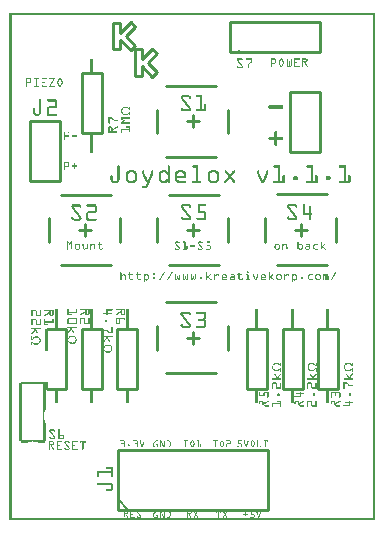
<source format=gto>
G04 MADE WITH FRITZING*
G04 WWW.FRITZING.ORG*
G04 DOUBLE SIDED*
G04 HOLES PLATED*
G04 CONTOUR ON CENTER OF CONTOUR VECTOR*
%ASAXBY*%
%FSLAX23Y23*%
%MOIN*%
%OFA0B0*%
%SFA1.0B1.0*%
%ADD10C,0.010000*%
%ADD11C,0.005000*%
%ADD12R,0.001000X0.001000*%
%LNSILK1*%
G90*
G70*
G54D10*
X68Y1331D02*
X68Y1131D01*
D02*
X68Y1131D02*
X168Y1131D01*
D02*
X168Y1131D02*
X168Y1331D01*
D02*
X168Y1331D02*
X68Y1331D01*
D02*
X242Y1291D02*
X242Y1491D01*
D02*
X242Y1491D02*
X308Y1491D01*
D02*
X308Y1491D02*
X308Y1291D01*
D02*
X308Y1291D02*
X242Y1291D01*
D02*
X734Y1564D02*
X1034Y1564D01*
D02*
X1034Y1564D02*
X1034Y1664D01*
D02*
X1034Y1664D02*
X734Y1664D01*
D02*
X734Y1664D02*
X734Y1564D01*
D02*
X934Y1428D02*
X934Y1228D01*
D02*
X934Y1228D02*
X1034Y1228D01*
D02*
X1034Y1228D02*
X1034Y1428D01*
D02*
X1034Y1428D02*
X934Y1428D01*
D02*
X361Y36D02*
X861Y36D01*
D02*
X861Y36D02*
X861Y236D01*
D02*
X861Y236D02*
X361Y236D01*
D02*
X361Y236D02*
X361Y36D01*
G54D11*
D02*
X396Y36D02*
X361Y71D01*
G54D10*
D02*
X493Y1292D02*
X493Y1370D01*
D02*
X690Y1213D02*
X523Y1213D01*
D02*
X690Y1449D02*
X523Y1449D01*
D02*
X730Y1292D02*
X730Y1370D01*
D02*
X611Y1311D02*
X611Y1351D01*
D02*
X592Y1331D02*
X631Y1331D01*
D02*
X370Y1008D02*
X370Y929D01*
D02*
X173Y1087D02*
X340Y1087D01*
D02*
X173Y851D02*
X340Y851D01*
D02*
X133Y1008D02*
X133Y929D01*
D02*
X252Y989D02*
X252Y949D01*
D02*
X271Y969D02*
X232Y969D01*
D02*
X493Y570D02*
X493Y649D01*
D02*
X690Y491D02*
X523Y491D01*
D02*
X690Y728D02*
X523Y728D01*
D02*
X730Y570D02*
X730Y649D01*
D02*
X611Y590D02*
X611Y629D01*
D02*
X592Y609D02*
X631Y609D01*
D02*
X1089Y1009D02*
X1089Y930D01*
D02*
X892Y1088D02*
X1059Y1088D01*
D02*
X892Y852D02*
X1059Y852D01*
D02*
X853Y1009D02*
X853Y930D01*
D02*
X971Y990D02*
X971Y950D01*
D02*
X991Y970D02*
X951Y970D01*
D02*
X730Y1009D02*
X730Y930D01*
D02*
X533Y1087D02*
X700Y1087D01*
D02*
X533Y851D02*
X700Y851D01*
D02*
X493Y1009D02*
X493Y930D01*
D02*
X611Y989D02*
X611Y950D01*
D02*
X631Y969D02*
X592Y969D01*
D02*
X190Y639D02*
X190Y439D01*
D02*
X190Y439D02*
X124Y439D01*
D02*
X124Y639D02*
X190Y639D01*
D02*
X308Y639D02*
X308Y439D01*
D02*
X308Y439D02*
X242Y439D01*
D02*
X242Y439D02*
X242Y639D01*
D02*
X242Y639D02*
X308Y639D01*
D02*
X1096Y639D02*
X1096Y439D01*
D02*
X1096Y439D02*
X1030Y439D01*
D02*
X1030Y439D02*
X1030Y639D01*
D02*
X1030Y639D02*
X1096Y639D01*
D02*
X978Y639D02*
X978Y439D01*
D02*
X978Y439D02*
X912Y439D01*
D02*
X912Y439D02*
X912Y639D01*
D02*
X912Y639D02*
X978Y639D01*
D02*
X859Y639D02*
X859Y439D01*
D02*
X859Y439D02*
X793Y439D01*
D02*
X793Y439D02*
X793Y639D01*
D02*
X793Y639D02*
X859Y639D01*
D02*
X426Y639D02*
X426Y439D01*
D02*
X426Y439D02*
X360Y439D01*
D02*
X360Y439D02*
X360Y639D01*
D02*
X360Y639D02*
X426Y639D01*
X419Y1584D02*
X404Y1569D01*
X368Y1604D01*
X368Y1571D01*
X347Y1571D01*
X347Y1660D01*
X368Y1660D01*
X368Y1627D01*
X404Y1662D01*
X419Y1647D01*
X388Y1615D01*
X419Y1584D01*
D02*
X461Y1526D02*
X492Y1495D01*
X477Y1480D01*
X441Y1516D01*
X441Y1483D01*
X420Y1483D01*
X420Y1571D01*
X441Y1571D01*
X441Y1538D01*
X476Y1573D01*
X491Y1558D01*
X461Y1526D01*
D02*
G54D12*
X0Y1693D02*
X1219Y1693D01*
X0Y1692D02*
X1219Y1692D01*
X0Y1691D02*
X1219Y1691D01*
X0Y1690D02*
X1219Y1690D01*
X0Y1689D02*
X1219Y1689D01*
X0Y1688D02*
X1219Y1688D01*
X0Y1687D02*
X1219Y1687D01*
X0Y1686D02*
X1219Y1686D01*
X0Y1685D02*
X7Y1685D01*
X1212Y1685D02*
X1219Y1685D01*
X0Y1684D02*
X7Y1684D01*
X1212Y1684D02*
X1219Y1684D01*
X0Y1683D02*
X7Y1683D01*
X1212Y1683D02*
X1219Y1683D01*
X0Y1682D02*
X7Y1682D01*
X1212Y1682D02*
X1219Y1682D01*
X0Y1681D02*
X7Y1681D01*
X1212Y1681D02*
X1219Y1681D01*
X0Y1680D02*
X7Y1680D01*
X1212Y1680D02*
X1219Y1680D01*
X0Y1679D02*
X7Y1679D01*
X1212Y1679D02*
X1219Y1679D01*
X0Y1678D02*
X7Y1678D01*
X1212Y1678D02*
X1219Y1678D01*
X0Y1677D02*
X7Y1677D01*
X1212Y1677D02*
X1219Y1677D01*
X0Y1676D02*
X7Y1676D01*
X1212Y1676D02*
X1219Y1676D01*
X0Y1675D02*
X7Y1675D01*
X1212Y1675D02*
X1219Y1675D01*
X0Y1674D02*
X7Y1674D01*
X1212Y1674D02*
X1219Y1674D01*
X0Y1673D02*
X7Y1673D01*
X1212Y1673D02*
X1219Y1673D01*
X0Y1672D02*
X7Y1672D01*
X1212Y1672D02*
X1219Y1672D01*
X0Y1671D02*
X7Y1671D01*
X1212Y1671D02*
X1219Y1671D01*
X0Y1670D02*
X7Y1670D01*
X1212Y1670D02*
X1219Y1670D01*
X0Y1669D02*
X7Y1669D01*
X1212Y1669D02*
X1219Y1669D01*
X0Y1668D02*
X7Y1668D01*
X1212Y1668D02*
X1219Y1668D01*
X0Y1667D02*
X7Y1667D01*
X1212Y1667D02*
X1219Y1667D01*
X0Y1666D02*
X7Y1666D01*
X1212Y1666D02*
X1219Y1666D01*
X0Y1665D02*
X7Y1665D01*
X1212Y1665D02*
X1219Y1665D01*
X0Y1664D02*
X7Y1664D01*
X1212Y1664D02*
X1219Y1664D01*
X0Y1663D02*
X7Y1663D01*
X1212Y1663D02*
X1219Y1663D01*
X0Y1662D02*
X7Y1662D01*
X1212Y1662D02*
X1219Y1662D01*
X0Y1661D02*
X7Y1661D01*
X1212Y1661D02*
X1219Y1661D01*
X0Y1660D02*
X7Y1660D01*
X1212Y1660D02*
X1219Y1660D01*
X0Y1659D02*
X7Y1659D01*
X1212Y1659D02*
X1219Y1659D01*
X0Y1658D02*
X7Y1658D01*
X1212Y1658D02*
X1219Y1658D01*
X0Y1657D02*
X7Y1657D01*
X1212Y1657D02*
X1219Y1657D01*
X0Y1656D02*
X7Y1656D01*
X1212Y1656D02*
X1219Y1656D01*
X0Y1655D02*
X7Y1655D01*
X1212Y1655D02*
X1219Y1655D01*
X0Y1654D02*
X7Y1654D01*
X1212Y1654D02*
X1219Y1654D01*
X0Y1653D02*
X7Y1653D01*
X1212Y1653D02*
X1219Y1653D01*
X0Y1652D02*
X7Y1652D01*
X1212Y1652D02*
X1219Y1652D01*
X0Y1651D02*
X7Y1651D01*
X1212Y1651D02*
X1219Y1651D01*
X0Y1650D02*
X7Y1650D01*
X1212Y1650D02*
X1219Y1650D01*
X0Y1649D02*
X7Y1649D01*
X1212Y1649D02*
X1219Y1649D01*
X0Y1648D02*
X7Y1648D01*
X1212Y1648D02*
X1219Y1648D01*
X0Y1647D02*
X7Y1647D01*
X1212Y1647D02*
X1219Y1647D01*
X0Y1646D02*
X7Y1646D01*
X1212Y1646D02*
X1219Y1646D01*
X0Y1645D02*
X7Y1645D01*
X1212Y1645D02*
X1219Y1645D01*
X0Y1644D02*
X7Y1644D01*
X1212Y1644D02*
X1219Y1644D01*
X0Y1643D02*
X7Y1643D01*
X1212Y1643D02*
X1219Y1643D01*
X0Y1642D02*
X7Y1642D01*
X1212Y1642D02*
X1219Y1642D01*
X0Y1641D02*
X7Y1641D01*
X1212Y1641D02*
X1219Y1641D01*
X0Y1640D02*
X7Y1640D01*
X1212Y1640D02*
X1219Y1640D01*
X0Y1639D02*
X7Y1639D01*
X1212Y1639D02*
X1219Y1639D01*
X0Y1638D02*
X7Y1638D01*
X1212Y1638D02*
X1219Y1638D01*
X0Y1637D02*
X7Y1637D01*
X1212Y1637D02*
X1219Y1637D01*
X0Y1636D02*
X7Y1636D01*
X1212Y1636D02*
X1219Y1636D01*
X0Y1635D02*
X7Y1635D01*
X1212Y1635D02*
X1219Y1635D01*
X0Y1634D02*
X7Y1634D01*
X1212Y1634D02*
X1219Y1634D01*
X0Y1633D02*
X7Y1633D01*
X1212Y1633D02*
X1219Y1633D01*
X0Y1632D02*
X7Y1632D01*
X1212Y1632D02*
X1219Y1632D01*
X0Y1631D02*
X7Y1631D01*
X1212Y1631D02*
X1219Y1631D01*
X0Y1630D02*
X7Y1630D01*
X1212Y1630D02*
X1219Y1630D01*
X0Y1629D02*
X7Y1629D01*
X1212Y1629D02*
X1219Y1629D01*
X0Y1628D02*
X7Y1628D01*
X1212Y1628D02*
X1219Y1628D01*
X0Y1627D02*
X7Y1627D01*
X1212Y1627D02*
X1219Y1627D01*
X0Y1626D02*
X7Y1626D01*
X1212Y1626D02*
X1219Y1626D01*
X0Y1625D02*
X7Y1625D01*
X1212Y1625D02*
X1219Y1625D01*
X0Y1624D02*
X7Y1624D01*
X1212Y1624D02*
X1219Y1624D01*
X0Y1623D02*
X7Y1623D01*
X1212Y1623D02*
X1219Y1623D01*
X0Y1622D02*
X7Y1622D01*
X1212Y1622D02*
X1219Y1622D01*
X0Y1621D02*
X7Y1621D01*
X1212Y1621D02*
X1219Y1621D01*
X0Y1620D02*
X7Y1620D01*
X1212Y1620D02*
X1219Y1620D01*
X0Y1619D02*
X7Y1619D01*
X1212Y1619D02*
X1219Y1619D01*
X0Y1618D02*
X7Y1618D01*
X1212Y1618D02*
X1219Y1618D01*
X0Y1617D02*
X7Y1617D01*
X1212Y1617D02*
X1219Y1617D01*
X0Y1616D02*
X7Y1616D01*
X1212Y1616D02*
X1219Y1616D01*
X0Y1615D02*
X7Y1615D01*
X1212Y1615D02*
X1219Y1615D01*
X0Y1614D02*
X7Y1614D01*
X1212Y1614D02*
X1219Y1614D01*
X0Y1613D02*
X7Y1613D01*
X1212Y1613D02*
X1219Y1613D01*
X0Y1612D02*
X7Y1612D01*
X1212Y1612D02*
X1219Y1612D01*
X0Y1611D02*
X7Y1611D01*
X1212Y1611D02*
X1219Y1611D01*
X0Y1610D02*
X7Y1610D01*
X1212Y1610D02*
X1219Y1610D01*
X0Y1609D02*
X7Y1609D01*
X1212Y1609D02*
X1219Y1609D01*
X0Y1608D02*
X7Y1608D01*
X1212Y1608D02*
X1219Y1608D01*
X0Y1607D02*
X7Y1607D01*
X1212Y1607D02*
X1219Y1607D01*
X0Y1606D02*
X7Y1606D01*
X1212Y1606D02*
X1219Y1606D01*
X0Y1605D02*
X7Y1605D01*
X1212Y1605D02*
X1219Y1605D01*
X0Y1604D02*
X7Y1604D01*
X1212Y1604D02*
X1219Y1604D01*
X0Y1603D02*
X7Y1603D01*
X1212Y1603D02*
X1219Y1603D01*
X0Y1602D02*
X7Y1602D01*
X1212Y1602D02*
X1219Y1602D01*
X0Y1601D02*
X7Y1601D01*
X735Y1601D02*
X735Y1601D01*
X1212Y1601D02*
X1219Y1601D01*
X0Y1600D02*
X7Y1600D01*
X734Y1600D02*
X736Y1600D01*
X1212Y1600D02*
X1219Y1600D01*
X0Y1599D02*
X7Y1599D01*
X733Y1599D02*
X737Y1599D01*
X1212Y1599D02*
X1219Y1599D01*
X0Y1598D02*
X7Y1598D01*
X732Y1598D02*
X738Y1598D01*
X1212Y1598D02*
X1219Y1598D01*
X0Y1597D02*
X7Y1597D01*
X733Y1597D02*
X739Y1597D01*
X1212Y1597D02*
X1219Y1597D01*
X0Y1596D02*
X7Y1596D01*
X734Y1596D02*
X739Y1596D01*
X1212Y1596D02*
X1219Y1596D01*
X0Y1595D02*
X7Y1595D01*
X735Y1595D02*
X739Y1595D01*
X1212Y1595D02*
X1219Y1595D01*
X0Y1594D02*
X7Y1594D01*
X736Y1594D02*
X739Y1594D01*
X1212Y1594D02*
X1219Y1594D01*
X0Y1593D02*
X7Y1593D01*
X737Y1593D02*
X739Y1593D01*
X1212Y1593D02*
X1219Y1593D01*
X0Y1592D02*
X7Y1592D01*
X738Y1592D02*
X739Y1592D01*
X1212Y1592D02*
X1219Y1592D01*
X0Y1591D02*
X7Y1591D01*
X739Y1591D02*
X739Y1591D01*
X1212Y1591D02*
X1219Y1591D01*
X0Y1590D02*
X7Y1590D01*
X1212Y1590D02*
X1219Y1590D01*
X0Y1589D02*
X7Y1589D01*
X1212Y1589D02*
X1219Y1589D01*
X0Y1588D02*
X7Y1588D01*
X1212Y1588D02*
X1219Y1588D01*
X0Y1587D02*
X7Y1587D01*
X1212Y1587D02*
X1219Y1587D01*
X0Y1586D02*
X7Y1586D01*
X1212Y1586D02*
X1219Y1586D01*
X0Y1585D02*
X7Y1585D01*
X1212Y1585D02*
X1219Y1585D01*
X0Y1584D02*
X7Y1584D01*
X1212Y1584D02*
X1219Y1584D01*
X0Y1583D02*
X7Y1583D01*
X1212Y1583D02*
X1219Y1583D01*
X0Y1582D02*
X7Y1582D01*
X1212Y1582D02*
X1219Y1582D01*
X0Y1581D02*
X7Y1581D01*
X1212Y1581D02*
X1219Y1581D01*
X0Y1580D02*
X7Y1580D01*
X1212Y1580D02*
X1219Y1580D01*
X0Y1579D02*
X7Y1579D01*
X1212Y1579D02*
X1219Y1579D01*
X0Y1578D02*
X7Y1578D01*
X1212Y1578D02*
X1219Y1578D01*
X0Y1577D02*
X7Y1577D01*
X1212Y1577D02*
X1219Y1577D01*
X0Y1576D02*
X7Y1576D01*
X1212Y1576D02*
X1219Y1576D01*
X0Y1575D02*
X7Y1575D01*
X1212Y1575D02*
X1219Y1575D01*
X0Y1574D02*
X7Y1574D01*
X1212Y1574D02*
X1219Y1574D01*
X0Y1573D02*
X7Y1573D01*
X1212Y1573D02*
X1219Y1573D01*
X0Y1572D02*
X7Y1572D01*
X1212Y1572D02*
X1219Y1572D01*
X0Y1571D02*
X7Y1571D01*
X1212Y1571D02*
X1219Y1571D01*
X0Y1570D02*
X7Y1570D01*
X760Y1570D02*
X766Y1570D01*
X1212Y1570D02*
X1219Y1570D01*
X0Y1569D02*
X7Y1569D01*
X761Y1569D02*
X767Y1569D01*
X1212Y1569D02*
X1219Y1569D01*
X0Y1568D02*
X7Y1568D01*
X762Y1568D02*
X768Y1568D01*
X1212Y1568D02*
X1219Y1568D01*
X0Y1567D02*
X7Y1567D01*
X763Y1567D02*
X769Y1567D01*
X1212Y1567D02*
X1219Y1567D01*
X0Y1566D02*
X7Y1566D01*
X764Y1566D02*
X769Y1566D01*
X1212Y1566D02*
X1219Y1566D01*
X0Y1565D02*
X7Y1565D01*
X765Y1565D02*
X768Y1565D01*
X1212Y1565D02*
X1219Y1565D01*
X0Y1564D02*
X7Y1564D01*
X766Y1564D02*
X767Y1564D01*
X1212Y1564D02*
X1219Y1564D01*
X0Y1563D02*
X7Y1563D01*
X1212Y1563D02*
X1219Y1563D01*
X0Y1562D02*
X7Y1562D01*
X1212Y1562D02*
X1219Y1562D01*
X0Y1561D02*
X7Y1561D01*
X1212Y1561D02*
X1219Y1561D01*
X0Y1560D02*
X7Y1560D01*
X1212Y1560D02*
X1219Y1560D01*
X0Y1559D02*
X7Y1559D01*
X1212Y1559D02*
X1219Y1559D01*
X0Y1558D02*
X7Y1558D01*
X1212Y1558D02*
X1219Y1558D01*
X0Y1557D02*
X7Y1557D01*
X1212Y1557D02*
X1219Y1557D01*
X0Y1556D02*
X7Y1556D01*
X1212Y1556D02*
X1219Y1556D01*
X0Y1555D02*
X7Y1555D01*
X1212Y1555D02*
X1219Y1555D01*
X0Y1554D02*
X7Y1554D01*
X1212Y1554D02*
X1219Y1554D01*
X0Y1553D02*
X7Y1553D01*
X1212Y1553D02*
X1219Y1553D01*
X0Y1552D02*
X7Y1552D01*
X1212Y1552D02*
X1219Y1552D01*
X0Y1551D02*
X7Y1551D01*
X1212Y1551D02*
X1219Y1551D01*
X0Y1550D02*
X7Y1550D01*
X1212Y1550D02*
X1219Y1550D01*
X0Y1549D02*
X7Y1549D01*
X1212Y1549D02*
X1219Y1549D01*
X0Y1548D02*
X7Y1548D01*
X1212Y1548D02*
X1219Y1548D01*
X0Y1547D02*
X7Y1547D01*
X1212Y1547D02*
X1219Y1547D01*
X0Y1546D02*
X7Y1546D01*
X1212Y1546D02*
X1219Y1546D01*
X0Y1545D02*
X7Y1545D01*
X1212Y1545D02*
X1219Y1545D01*
X0Y1544D02*
X7Y1544D01*
X1212Y1544D02*
X1219Y1544D01*
X0Y1543D02*
X7Y1543D01*
X1212Y1543D02*
X1219Y1543D01*
X0Y1542D02*
X7Y1542D01*
X1212Y1542D02*
X1219Y1542D01*
X0Y1541D02*
X7Y1541D01*
X760Y1541D02*
X775Y1541D01*
X789Y1541D02*
X808Y1541D01*
X872Y1541D02*
X884Y1541D01*
X906Y1541D02*
X907Y1541D01*
X926Y1541D02*
X926Y1541D01*
X940Y1541D02*
X940Y1541D01*
X951Y1541D02*
X967Y1541D01*
X977Y1541D02*
X989Y1541D01*
X1212Y1541D02*
X1219Y1541D01*
X0Y1540D02*
X7Y1540D01*
X759Y1540D02*
X776Y1540D01*
X788Y1540D02*
X808Y1540D01*
X872Y1540D02*
X887Y1540D01*
X904Y1540D02*
X909Y1540D01*
X925Y1540D02*
X927Y1540D01*
X939Y1540D02*
X941Y1540D01*
X951Y1540D02*
X968Y1540D01*
X977Y1540D02*
X992Y1540D01*
X1212Y1540D02*
X1219Y1540D01*
X0Y1539D02*
X7Y1539D01*
X270Y1539D02*
X279Y1539D01*
X759Y1539D02*
X777Y1539D01*
X788Y1539D02*
X808Y1539D01*
X872Y1539D02*
X888Y1539D01*
X903Y1539D02*
X910Y1539D01*
X925Y1539D02*
X927Y1539D01*
X939Y1539D02*
X942Y1539D01*
X951Y1539D02*
X968Y1539D01*
X977Y1539D02*
X993Y1539D01*
X1212Y1539D02*
X1219Y1539D01*
X0Y1538D02*
X7Y1538D01*
X270Y1538D02*
X279Y1538D01*
X758Y1538D02*
X778Y1538D01*
X788Y1538D02*
X808Y1538D01*
X872Y1538D02*
X889Y1538D01*
X903Y1538D02*
X911Y1538D01*
X925Y1538D02*
X927Y1538D01*
X939Y1538D02*
X942Y1538D01*
X951Y1538D02*
X967Y1538D01*
X977Y1538D02*
X994Y1538D01*
X1212Y1538D02*
X1219Y1538D01*
X0Y1537D02*
X7Y1537D01*
X270Y1537D02*
X279Y1537D01*
X758Y1537D02*
X761Y1537D01*
X774Y1537D02*
X778Y1537D01*
X789Y1537D02*
X791Y1537D01*
X805Y1537D02*
X808Y1537D01*
X872Y1537D02*
X875Y1537D01*
X886Y1537D02*
X889Y1537D01*
X902Y1537D02*
X906Y1537D01*
X908Y1537D02*
X911Y1537D01*
X925Y1537D02*
X927Y1537D01*
X939Y1537D02*
X942Y1537D01*
X951Y1537D02*
X954Y1537D01*
X977Y1537D02*
X980Y1537D01*
X991Y1537D02*
X994Y1537D01*
X1212Y1537D02*
X1219Y1537D01*
X0Y1536D02*
X7Y1536D01*
X270Y1536D02*
X279Y1536D01*
X758Y1536D02*
X762Y1536D01*
X775Y1536D02*
X778Y1536D01*
X790Y1536D02*
X790Y1536D01*
X805Y1536D02*
X808Y1536D01*
X872Y1536D02*
X875Y1536D01*
X886Y1536D02*
X889Y1536D01*
X902Y1536D02*
X905Y1536D01*
X909Y1536D02*
X912Y1536D01*
X925Y1536D02*
X927Y1536D01*
X939Y1536D02*
X942Y1536D01*
X951Y1536D02*
X953Y1536D01*
X977Y1536D02*
X980Y1536D01*
X991Y1536D02*
X994Y1536D01*
X1212Y1536D02*
X1219Y1536D01*
X0Y1535D02*
X7Y1535D01*
X270Y1535D02*
X279Y1535D01*
X759Y1535D02*
X763Y1535D01*
X775Y1535D02*
X778Y1535D01*
X805Y1535D02*
X808Y1535D01*
X872Y1535D02*
X875Y1535D01*
X886Y1535D02*
X889Y1535D01*
X901Y1535D02*
X904Y1535D01*
X909Y1535D02*
X912Y1535D01*
X925Y1535D02*
X927Y1535D01*
X939Y1535D02*
X942Y1535D01*
X951Y1535D02*
X953Y1535D01*
X977Y1535D02*
X980Y1535D01*
X991Y1535D02*
X994Y1535D01*
X1212Y1535D02*
X1219Y1535D01*
X0Y1534D02*
X7Y1534D01*
X270Y1534D02*
X279Y1534D01*
X759Y1534D02*
X764Y1534D01*
X805Y1534D02*
X808Y1534D01*
X872Y1534D02*
X875Y1534D01*
X886Y1534D02*
X889Y1534D01*
X901Y1534D02*
X904Y1534D01*
X910Y1534D02*
X913Y1534D01*
X925Y1534D02*
X927Y1534D01*
X939Y1534D02*
X942Y1534D01*
X951Y1534D02*
X953Y1534D01*
X977Y1534D02*
X980Y1534D01*
X991Y1534D02*
X994Y1534D01*
X1212Y1534D02*
X1219Y1534D01*
X0Y1533D02*
X7Y1533D01*
X270Y1533D02*
X279Y1533D01*
X760Y1533D02*
X764Y1533D01*
X805Y1533D02*
X808Y1533D01*
X872Y1533D02*
X875Y1533D01*
X886Y1533D02*
X889Y1533D01*
X900Y1533D02*
X903Y1533D01*
X910Y1533D02*
X913Y1533D01*
X925Y1533D02*
X927Y1533D01*
X939Y1533D02*
X942Y1533D01*
X951Y1533D02*
X953Y1533D01*
X977Y1533D02*
X980Y1533D01*
X991Y1533D02*
X994Y1533D01*
X1212Y1533D02*
X1219Y1533D01*
X0Y1532D02*
X7Y1532D01*
X270Y1532D02*
X279Y1532D01*
X761Y1532D02*
X765Y1532D01*
X805Y1532D02*
X808Y1532D01*
X872Y1532D02*
X875Y1532D01*
X886Y1532D02*
X889Y1532D01*
X900Y1532D02*
X903Y1532D01*
X911Y1532D02*
X914Y1532D01*
X925Y1532D02*
X927Y1532D01*
X939Y1532D02*
X942Y1532D01*
X951Y1532D02*
X953Y1532D01*
X977Y1532D02*
X980Y1532D01*
X990Y1532D02*
X994Y1532D01*
X1212Y1532D02*
X1219Y1532D01*
X0Y1531D02*
X7Y1531D01*
X270Y1531D02*
X279Y1531D01*
X762Y1531D02*
X766Y1531D01*
X805Y1531D02*
X808Y1531D01*
X872Y1531D02*
X875Y1531D01*
X886Y1531D02*
X889Y1531D01*
X899Y1531D02*
X902Y1531D01*
X911Y1531D02*
X914Y1531D01*
X925Y1531D02*
X927Y1531D01*
X932Y1531D02*
X934Y1531D01*
X939Y1531D02*
X942Y1531D01*
X951Y1531D02*
X953Y1531D01*
X977Y1531D02*
X993Y1531D01*
X1212Y1531D02*
X1219Y1531D01*
X0Y1530D02*
X7Y1530D01*
X270Y1530D02*
X279Y1530D01*
X762Y1530D02*
X767Y1530D01*
X805Y1530D02*
X808Y1530D01*
X872Y1530D02*
X875Y1530D01*
X886Y1530D02*
X889Y1530D01*
X899Y1530D02*
X902Y1530D01*
X912Y1530D02*
X915Y1530D01*
X925Y1530D02*
X927Y1530D01*
X932Y1530D02*
X934Y1530D01*
X939Y1530D02*
X942Y1530D01*
X951Y1530D02*
X953Y1530D01*
X977Y1530D02*
X993Y1530D01*
X1212Y1530D02*
X1219Y1530D01*
X0Y1529D02*
X7Y1529D01*
X270Y1529D02*
X279Y1529D01*
X763Y1529D02*
X768Y1529D01*
X804Y1529D02*
X808Y1529D01*
X872Y1529D02*
X875Y1529D01*
X886Y1529D02*
X889Y1529D01*
X899Y1529D02*
X901Y1529D01*
X912Y1529D02*
X915Y1529D01*
X925Y1529D02*
X927Y1529D01*
X932Y1529D02*
X934Y1529D01*
X939Y1529D02*
X942Y1529D01*
X951Y1529D02*
X954Y1529D01*
X977Y1529D02*
X991Y1529D01*
X1212Y1529D02*
X1219Y1529D01*
X0Y1528D02*
X7Y1528D01*
X270Y1528D02*
X279Y1528D01*
X764Y1528D02*
X768Y1528D01*
X802Y1528D02*
X808Y1528D01*
X872Y1528D02*
X875Y1528D01*
X886Y1528D02*
X889Y1528D01*
X898Y1528D02*
X901Y1528D01*
X913Y1528D02*
X915Y1528D01*
X925Y1528D02*
X927Y1528D01*
X932Y1528D02*
X934Y1528D01*
X939Y1528D02*
X942Y1528D01*
X951Y1528D02*
X960Y1528D01*
X977Y1528D02*
X980Y1528D01*
X983Y1528D02*
X987Y1528D01*
X1212Y1528D02*
X1219Y1528D01*
X0Y1527D02*
X7Y1527D01*
X270Y1527D02*
X279Y1527D01*
X765Y1527D02*
X769Y1527D01*
X801Y1527D02*
X807Y1527D01*
X872Y1527D02*
X889Y1527D01*
X898Y1527D02*
X901Y1527D01*
X913Y1527D02*
X915Y1527D01*
X925Y1527D02*
X927Y1527D01*
X932Y1527D02*
X934Y1527D01*
X939Y1527D02*
X942Y1527D01*
X951Y1527D02*
X961Y1527D01*
X977Y1527D02*
X980Y1527D01*
X984Y1527D02*
X987Y1527D01*
X1212Y1527D02*
X1219Y1527D01*
X0Y1526D02*
X7Y1526D01*
X270Y1526D02*
X279Y1526D01*
X765Y1526D02*
X770Y1526D01*
X800Y1526D02*
X806Y1526D01*
X872Y1526D02*
X888Y1526D01*
X898Y1526D02*
X901Y1526D01*
X912Y1526D02*
X915Y1526D01*
X925Y1526D02*
X927Y1526D01*
X932Y1526D02*
X934Y1526D01*
X939Y1526D02*
X942Y1526D01*
X951Y1526D02*
X960Y1526D01*
X977Y1526D02*
X980Y1526D01*
X985Y1526D02*
X988Y1526D01*
X1212Y1526D02*
X1219Y1526D01*
X0Y1525D02*
X7Y1525D01*
X270Y1525D02*
X279Y1525D01*
X766Y1525D02*
X771Y1525D01*
X799Y1525D02*
X804Y1525D01*
X872Y1525D02*
X887Y1525D01*
X899Y1525D02*
X901Y1525D01*
X912Y1525D02*
X915Y1525D01*
X925Y1525D02*
X927Y1525D01*
X932Y1525D02*
X934Y1525D01*
X939Y1525D02*
X942Y1525D01*
X951Y1525D02*
X954Y1525D01*
X977Y1525D02*
X980Y1525D01*
X985Y1525D02*
X988Y1525D01*
X1212Y1525D02*
X1219Y1525D01*
X0Y1524D02*
X7Y1524D01*
X270Y1524D02*
X279Y1524D01*
X767Y1524D02*
X771Y1524D01*
X798Y1524D02*
X803Y1524D01*
X872Y1524D02*
X886Y1524D01*
X899Y1524D02*
X902Y1524D01*
X912Y1524D02*
X915Y1524D01*
X925Y1524D02*
X927Y1524D01*
X932Y1524D02*
X934Y1524D01*
X939Y1524D02*
X942Y1524D01*
X951Y1524D02*
X953Y1524D01*
X977Y1524D02*
X980Y1524D01*
X986Y1524D02*
X989Y1524D01*
X1212Y1524D02*
X1219Y1524D01*
X0Y1523D02*
X7Y1523D01*
X270Y1523D02*
X279Y1523D01*
X768Y1523D02*
X772Y1523D01*
X797Y1523D02*
X802Y1523D01*
X872Y1523D02*
X875Y1523D01*
X899Y1523D02*
X902Y1523D01*
X911Y1523D02*
X914Y1523D01*
X925Y1523D02*
X927Y1523D01*
X932Y1523D02*
X934Y1523D01*
X939Y1523D02*
X942Y1523D01*
X951Y1523D02*
X953Y1523D01*
X977Y1523D02*
X980Y1523D01*
X986Y1523D02*
X990Y1523D01*
X1212Y1523D02*
X1219Y1523D01*
X0Y1522D02*
X7Y1522D01*
X270Y1522D02*
X279Y1522D01*
X769Y1522D02*
X773Y1522D01*
X797Y1522D02*
X801Y1522D01*
X872Y1522D02*
X875Y1522D01*
X900Y1522D02*
X903Y1522D01*
X911Y1522D02*
X914Y1522D01*
X925Y1522D02*
X927Y1522D01*
X932Y1522D02*
X934Y1522D01*
X939Y1522D02*
X942Y1522D01*
X951Y1522D02*
X953Y1522D01*
X977Y1522D02*
X980Y1522D01*
X987Y1522D02*
X990Y1522D01*
X1212Y1522D02*
X1219Y1522D01*
X0Y1521D02*
X7Y1521D01*
X270Y1521D02*
X279Y1521D01*
X769Y1521D02*
X774Y1521D01*
X797Y1521D02*
X800Y1521D01*
X872Y1521D02*
X875Y1521D01*
X900Y1521D02*
X903Y1521D01*
X910Y1521D02*
X913Y1521D01*
X925Y1521D02*
X927Y1521D01*
X932Y1521D02*
X934Y1521D01*
X939Y1521D02*
X942Y1521D01*
X951Y1521D02*
X953Y1521D01*
X977Y1521D02*
X980Y1521D01*
X987Y1521D02*
X991Y1521D01*
X1212Y1521D02*
X1219Y1521D01*
X0Y1520D02*
X7Y1520D01*
X270Y1520D02*
X279Y1520D01*
X770Y1520D02*
X775Y1520D01*
X797Y1520D02*
X800Y1520D01*
X872Y1520D02*
X875Y1520D01*
X901Y1520D02*
X904Y1520D01*
X910Y1520D02*
X913Y1520D01*
X925Y1520D02*
X927Y1520D01*
X932Y1520D02*
X934Y1520D01*
X939Y1520D02*
X942Y1520D01*
X951Y1520D02*
X953Y1520D01*
X977Y1520D02*
X980Y1520D01*
X988Y1520D02*
X991Y1520D01*
X1212Y1520D02*
X1219Y1520D01*
X0Y1519D02*
X7Y1519D01*
X270Y1519D02*
X279Y1519D01*
X771Y1519D02*
X775Y1519D01*
X797Y1519D02*
X800Y1519D01*
X872Y1519D02*
X875Y1519D01*
X901Y1519D02*
X904Y1519D01*
X909Y1519D02*
X912Y1519D01*
X925Y1519D02*
X927Y1519D01*
X932Y1519D02*
X934Y1519D01*
X939Y1519D02*
X942Y1519D01*
X951Y1519D02*
X953Y1519D01*
X977Y1519D02*
X980Y1519D01*
X989Y1519D02*
X992Y1519D01*
X1212Y1519D02*
X1219Y1519D01*
X0Y1518D02*
X7Y1518D01*
X270Y1518D02*
X279Y1518D01*
X772Y1518D02*
X776Y1518D01*
X797Y1518D02*
X800Y1518D01*
X872Y1518D02*
X875Y1518D01*
X902Y1518D02*
X905Y1518D01*
X909Y1518D02*
X912Y1518D01*
X925Y1518D02*
X927Y1518D01*
X932Y1518D02*
X935Y1518D01*
X939Y1518D02*
X942Y1518D01*
X951Y1518D02*
X953Y1518D01*
X977Y1518D02*
X980Y1518D01*
X989Y1518D02*
X993Y1518D01*
X1212Y1518D02*
X1219Y1518D01*
X0Y1517D02*
X7Y1517D01*
X270Y1517D02*
X279Y1517D01*
X760Y1517D02*
X760Y1517D01*
X772Y1517D02*
X777Y1517D01*
X797Y1517D02*
X800Y1517D01*
X872Y1517D02*
X875Y1517D01*
X902Y1517D02*
X905Y1517D01*
X908Y1517D02*
X911Y1517D01*
X925Y1517D02*
X928Y1517D01*
X931Y1517D02*
X935Y1517D01*
X938Y1517D02*
X941Y1517D01*
X951Y1517D02*
X953Y1517D01*
X977Y1517D02*
X980Y1517D01*
X990Y1517D02*
X993Y1517D01*
X1212Y1517D02*
X1219Y1517D01*
X0Y1516D02*
X7Y1516D01*
X270Y1516D02*
X279Y1516D01*
X759Y1516D02*
X761Y1516D01*
X773Y1516D02*
X777Y1516D01*
X797Y1516D02*
X800Y1516D01*
X872Y1516D02*
X875Y1516D01*
X903Y1516D02*
X911Y1516D01*
X925Y1516D02*
X941Y1516D01*
X951Y1516D02*
X967Y1516D01*
X977Y1516D02*
X980Y1516D01*
X990Y1516D02*
X994Y1516D01*
X1212Y1516D02*
X1219Y1516D01*
X0Y1515D02*
X7Y1515D01*
X270Y1515D02*
X279Y1515D01*
X758Y1515D02*
X761Y1515D01*
X774Y1515D02*
X778Y1515D01*
X797Y1515D02*
X800Y1515D01*
X872Y1515D02*
X875Y1515D01*
X903Y1515D02*
X910Y1515D01*
X926Y1515D02*
X940Y1515D01*
X951Y1515D02*
X968Y1515D01*
X977Y1515D02*
X980Y1515D01*
X991Y1515D02*
X994Y1515D01*
X1212Y1515D02*
X1219Y1515D01*
X0Y1514D02*
X7Y1514D01*
X270Y1514D02*
X279Y1514D01*
X758Y1514D02*
X762Y1514D01*
X775Y1514D02*
X778Y1514D01*
X797Y1514D02*
X800Y1514D01*
X872Y1514D02*
X875Y1514D01*
X904Y1514D02*
X909Y1514D01*
X926Y1514D02*
X940Y1514D01*
X951Y1514D02*
X968Y1514D01*
X977Y1514D02*
X980Y1514D01*
X992Y1514D02*
X994Y1514D01*
X1212Y1514D02*
X1219Y1514D01*
X0Y1513D02*
X7Y1513D01*
X270Y1513D02*
X279Y1513D01*
X759Y1513D02*
X778Y1513D01*
X797Y1513D02*
X800Y1513D01*
X873Y1513D02*
X874Y1513D01*
X906Y1513D02*
X908Y1513D01*
X928Y1513D02*
X931Y1513D01*
X935Y1513D02*
X939Y1513D01*
X951Y1513D02*
X967Y1513D01*
X978Y1513D02*
X979Y1513D01*
X993Y1513D02*
X993Y1513D01*
X1212Y1513D02*
X1219Y1513D01*
X0Y1512D02*
X7Y1512D01*
X270Y1512D02*
X279Y1512D01*
X759Y1512D02*
X777Y1512D01*
X797Y1512D02*
X800Y1512D01*
X1212Y1512D02*
X1219Y1512D01*
X0Y1511D02*
X7Y1511D01*
X270Y1511D02*
X279Y1511D01*
X760Y1511D02*
X777Y1511D01*
X797Y1511D02*
X800Y1511D01*
X1212Y1511D02*
X1219Y1511D01*
X0Y1510D02*
X7Y1510D01*
X270Y1510D02*
X279Y1510D01*
X761Y1510D02*
X775Y1510D01*
X797Y1510D02*
X799Y1510D01*
X1212Y1510D02*
X1219Y1510D01*
X0Y1509D02*
X7Y1509D01*
X270Y1509D02*
X279Y1509D01*
X1212Y1509D02*
X1219Y1509D01*
X0Y1508D02*
X7Y1508D01*
X270Y1508D02*
X279Y1508D01*
X1212Y1508D02*
X1219Y1508D01*
X0Y1507D02*
X7Y1507D01*
X270Y1507D02*
X279Y1507D01*
X1212Y1507D02*
X1219Y1507D01*
X0Y1506D02*
X7Y1506D01*
X270Y1506D02*
X279Y1506D01*
X1212Y1506D02*
X1219Y1506D01*
X0Y1505D02*
X7Y1505D01*
X270Y1505D02*
X279Y1505D01*
X1212Y1505D02*
X1219Y1505D01*
X0Y1504D02*
X7Y1504D01*
X270Y1504D02*
X279Y1504D01*
X1212Y1504D02*
X1219Y1504D01*
X0Y1503D02*
X7Y1503D01*
X270Y1503D02*
X279Y1503D01*
X1212Y1503D02*
X1219Y1503D01*
X0Y1502D02*
X7Y1502D01*
X270Y1502D02*
X279Y1502D01*
X1212Y1502D02*
X1219Y1502D01*
X0Y1501D02*
X7Y1501D01*
X270Y1501D02*
X279Y1501D01*
X1212Y1501D02*
X1219Y1501D01*
X0Y1500D02*
X7Y1500D01*
X270Y1500D02*
X279Y1500D01*
X1212Y1500D02*
X1219Y1500D01*
X0Y1499D02*
X7Y1499D01*
X270Y1499D02*
X279Y1499D01*
X1212Y1499D02*
X1219Y1499D01*
X0Y1498D02*
X7Y1498D01*
X270Y1498D02*
X279Y1498D01*
X1212Y1498D02*
X1219Y1498D01*
X0Y1497D02*
X7Y1497D01*
X270Y1497D02*
X279Y1497D01*
X1212Y1497D02*
X1219Y1497D01*
X0Y1496D02*
X7Y1496D01*
X270Y1496D02*
X279Y1496D01*
X1212Y1496D02*
X1219Y1496D01*
X0Y1495D02*
X7Y1495D01*
X270Y1495D02*
X279Y1495D01*
X1212Y1495D02*
X1219Y1495D01*
X0Y1494D02*
X7Y1494D01*
X270Y1494D02*
X279Y1494D01*
X1212Y1494D02*
X1219Y1494D01*
X0Y1493D02*
X7Y1493D01*
X270Y1493D02*
X279Y1493D01*
X1212Y1493D02*
X1219Y1493D01*
X0Y1492D02*
X7Y1492D01*
X270Y1492D02*
X279Y1492D01*
X1212Y1492D02*
X1219Y1492D01*
X0Y1491D02*
X7Y1491D01*
X1212Y1491D02*
X1219Y1491D01*
X0Y1490D02*
X7Y1490D01*
X1212Y1490D02*
X1219Y1490D01*
X0Y1489D02*
X7Y1489D01*
X1212Y1489D02*
X1219Y1489D01*
X0Y1488D02*
X7Y1488D01*
X1212Y1488D02*
X1219Y1488D01*
X0Y1487D02*
X7Y1487D01*
X1212Y1487D02*
X1219Y1487D01*
X0Y1486D02*
X7Y1486D01*
X1212Y1486D02*
X1219Y1486D01*
X0Y1485D02*
X7Y1485D01*
X1212Y1485D02*
X1219Y1485D01*
X0Y1484D02*
X7Y1484D01*
X1212Y1484D02*
X1219Y1484D01*
X0Y1483D02*
X7Y1483D01*
X1212Y1483D02*
X1219Y1483D01*
X0Y1482D02*
X7Y1482D01*
X1212Y1482D02*
X1219Y1482D01*
X0Y1481D02*
X7Y1481D01*
X1212Y1481D02*
X1219Y1481D01*
X0Y1480D02*
X7Y1480D01*
X1212Y1480D02*
X1219Y1480D01*
X0Y1479D02*
X7Y1479D01*
X1212Y1479D02*
X1219Y1479D01*
X0Y1478D02*
X7Y1478D01*
X1212Y1478D02*
X1219Y1478D01*
X0Y1477D02*
X7Y1477D01*
X1212Y1477D02*
X1219Y1477D01*
X0Y1476D02*
X7Y1476D01*
X1212Y1476D02*
X1219Y1476D01*
X0Y1475D02*
X7Y1475D01*
X55Y1475D02*
X69Y1475D01*
X82Y1475D02*
X98Y1475D01*
X108Y1475D02*
X124Y1475D01*
X135Y1475D02*
X151Y1475D01*
X167Y1475D02*
X171Y1475D01*
X1212Y1475D02*
X1219Y1475D01*
X0Y1474D02*
X7Y1474D01*
X55Y1474D02*
X71Y1474D01*
X82Y1474D02*
X99Y1474D01*
X108Y1474D02*
X125Y1474D01*
X134Y1474D02*
X151Y1474D01*
X166Y1474D02*
X172Y1474D01*
X1212Y1474D02*
X1219Y1474D01*
X0Y1473D02*
X7Y1473D01*
X55Y1473D02*
X71Y1473D01*
X82Y1473D02*
X98Y1473D01*
X108Y1473D02*
X125Y1473D01*
X134Y1473D02*
X151Y1473D01*
X165Y1473D02*
X173Y1473D01*
X1212Y1473D02*
X1219Y1473D01*
X0Y1472D02*
X7Y1472D01*
X55Y1472D02*
X72Y1472D01*
X83Y1472D02*
X97Y1472D01*
X108Y1472D02*
X123Y1472D01*
X136Y1472D02*
X150Y1472D01*
X165Y1472D02*
X173Y1472D01*
X1212Y1472D02*
X1219Y1472D01*
X0Y1471D02*
X7Y1471D01*
X55Y1471D02*
X58Y1471D01*
X69Y1471D02*
X72Y1471D01*
X89Y1471D02*
X91Y1471D01*
X108Y1471D02*
X110Y1471D01*
X146Y1471D02*
X150Y1471D01*
X164Y1471D02*
X167Y1471D01*
X170Y1471D02*
X174Y1471D01*
X1212Y1471D02*
X1219Y1471D01*
X0Y1470D02*
X7Y1470D01*
X55Y1470D02*
X58Y1470D01*
X70Y1470D02*
X72Y1470D01*
X89Y1470D02*
X91Y1470D01*
X108Y1470D02*
X110Y1470D01*
X146Y1470D02*
X149Y1470D01*
X164Y1470D02*
X167Y1470D01*
X171Y1470D02*
X174Y1470D01*
X1212Y1470D02*
X1219Y1470D01*
X0Y1469D02*
X7Y1469D01*
X55Y1469D02*
X58Y1469D01*
X70Y1469D02*
X72Y1469D01*
X89Y1469D02*
X91Y1469D01*
X108Y1469D02*
X110Y1469D01*
X145Y1469D02*
X149Y1469D01*
X163Y1469D02*
X166Y1469D01*
X171Y1469D02*
X175Y1469D01*
X1212Y1469D02*
X1219Y1469D01*
X0Y1468D02*
X7Y1468D01*
X55Y1468D02*
X58Y1468D01*
X70Y1468D02*
X72Y1468D01*
X89Y1468D02*
X91Y1468D01*
X108Y1468D02*
X110Y1468D01*
X145Y1468D02*
X148Y1468D01*
X163Y1468D02*
X166Y1468D01*
X172Y1468D02*
X175Y1468D01*
X1212Y1468D02*
X1219Y1468D01*
X0Y1467D02*
X7Y1467D01*
X55Y1467D02*
X58Y1467D01*
X70Y1467D02*
X72Y1467D01*
X89Y1467D02*
X91Y1467D01*
X108Y1467D02*
X110Y1467D01*
X144Y1467D02*
X147Y1467D01*
X162Y1467D02*
X165Y1467D01*
X172Y1467D02*
X176Y1467D01*
X1212Y1467D02*
X1219Y1467D01*
X0Y1466D02*
X7Y1466D01*
X55Y1466D02*
X58Y1466D01*
X70Y1466D02*
X72Y1466D01*
X89Y1466D02*
X91Y1466D01*
X108Y1466D02*
X110Y1466D01*
X144Y1466D02*
X147Y1466D01*
X162Y1466D02*
X165Y1466D01*
X173Y1466D02*
X176Y1466D01*
X1212Y1466D02*
X1219Y1466D01*
X0Y1465D02*
X7Y1465D01*
X55Y1465D02*
X58Y1465D01*
X70Y1465D02*
X72Y1465D01*
X89Y1465D02*
X91Y1465D01*
X108Y1465D02*
X110Y1465D01*
X143Y1465D02*
X146Y1465D01*
X161Y1465D02*
X164Y1465D01*
X173Y1465D02*
X177Y1465D01*
X1212Y1465D02*
X1219Y1465D01*
X0Y1464D02*
X7Y1464D01*
X55Y1464D02*
X58Y1464D01*
X70Y1464D02*
X72Y1464D01*
X89Y1464D02*
X91Y1464D01*
X108Y1464D02*
X110Y1464D01*
X142Y1464D02*
X146Y1464D01*
X161Y1464D02*
X164Y1464D01*
X174Y1464D02*
X177Y1464D01*
X1212Y1464D02*
X1219Y1464D01*
X0Y1463D02*
X7Y1463D01*
X55Y1463D02*
X58Y1463D01*
X69Y1463D02*
X72Y1463D01*
X89Y1463D02*
X91Y1463D01*
X108Y1463D02*
X117Y1463D01*
X142Y1463D02*
X145Y1463D01*
X160Y1463D02*
X163Y1463D01*
X174Y1463D02*
X177Y1463D01*
X1212Y1463D02*
X1219Y1463D01*
X0Y1462D02*
X7Y1462D01*
X55Y1462D02*
X58Y1462D01*
X69Y1462D02*
X72Y1462D01*
X89Y1462D02*
X91Y1462D01*
X108Y1462D02*
X117Y1462D01*
X141Y1462D02*
X144Y1462D01*
X160Y1462D02*
X163Y1462D01*
X175Y1462D02*
X177Y1462D01*
X1212Y1462D02*
X1219Y1462D01*
X0Y1461D02*
X7Y1461D01*
X55Y1461D02*
X72Y1461D01*
X89Y1461D02*
X91Y1461D01*
X108Y1461D02*
X117Y1461D01*
X141Y1461D02*
X144Y1461D01*
X160Y1461D02*
X163Y1461D01*
X175Y1461D02*
X177Y1461D01*
X1212Y1461D02*
X1219Y1461D01*
X0Y1460D02*
X7Y1460D01*
X55Y1460D02*
X71Y1460D01*
X89Y1460D02*
X91Y1460D01*
X108Y1460D02*
X117Y1460D01*
X140Y1460D02*
X143Y1460D01*
X160Y1460D02*
X163Y1460D01*
X174Y1460D02*
X177Y1460D01*
X1212Y1460D02*
X1219Y1460D01*
X0Y1459D02*
X7Y1459D01*
X55Y1459D02*
X70Y1459D01*
X89Y1459D02*
X91Y1459D01*
X108Y1459D02*
X110Y1459D01*
X139Y1459D02*
X143Y1459D01*
X161Y1459D02*
X164Y1459D01*
X174Y1459D02*
X177Y1459D01*
X1212Y1459D02*
X1219Y1459D01*
X0Y1458D02*
X7Y1458D01*
X55Y1458D02*
X58Y1458D01*
X89Y1458D02*
X91Y1458D01*
X108Y1458D02*
X110Y1458D01*
X139Y1458D02*
X142Y1458D01*
X161Y1458D02*
X164Y1458D01*
X173Y1458D02*
X177Y1458D01*
X1212Y1458D02*
X1219Y1458D01*
X0Y1457D02*
X7Y1457D01*
X55Y1457D02*
X58Y1457D01*
X89Y1457D02*
X91Y1457D01*
X108Y1457D02*
X110Y1457D01*
X138Y1457D02*
X142Y1457D01*
X162Y1457D02*
X165Y1457D01*
X173Y1457D02*
X176Y1457D01*
X1212Y1457D02*
X1219Y1457D01*
X0Y1456D02*
X7Y1456D01*
X55Y1456D02*
X58Y1456D01*
X89Y1456D02*
X91Y1456D01*
X108Y1456D02*
X110Y1456D01*
X138Y1456D02*
X141Y1456D01*
X162Y1456D02*
X165Y1456D01*
X173Y1456D02*
X176Y1456D01*
X1212Y1456D02*
X1219Y1456D01*
X0Y1455D02*
X7Y1455D01*
X55Y1455D02*
X58Y1455D01*
X89Y1455D02*
X91Y1455D01*
X108Y1455D02*
X110Y1455D01*
X137Y1455D02*
X140Y1455D01*
X163Y1455D02*
X166Y1455D01*
X172Y1455D02*
X175Y1455D01*
X1212Y1455D02*
X1219Y1455D01*
X0Y1454D02*
X7Y1454D01*
X55Y1454D02*
X58Y1454D01*
X89Y1454D02*
X91Y1454D01*
X108Y1454D02*
X110Y1454D01*
X137Y1454D02*
X140Y1454D01*
X163Y1454D02*
X166Y1454D01*
X172Y1454D02*
X175Y1454D01*
X1212Y1454D02*
X1219Y1454D01*
X0Y1453D02*
X7Y1453D01*
X55Y1453D02*
X58Y1453D01*
X89Y1453D02*
X91Y1453D01*
X108Y1453D02*
X110Y1453D01*
X136Y1453D02*
X139Y1453D01*
X163Y1453D02*
X167Y1453D01*
X171Y1453D02*
X174Y1453D01*
X1212Y1453D02*
X1219Y1453D01*
X0Y1452D02*
X7Y1452D01*
X55Y1452D02*
X58Y1452D01*
X89Y1452D02*
X91Y1452D01*
X108Y1452D02*
X110Y1452D01*
X135Y1452D02*
X139Y1452D01*
X164Y1452D02*
X167Y1452D01*
X171Y1452D02*
X174Y1452D01*
X1212Y1452D02*
X1219Y1452D01*
X0Y1451D02*
X7Y1451D01*
X55Y1451D02*
X58Y1451D01*
X88Y1451D02*
X92Y1451D01*
X108Y1451D02*
X111Y1451D01*
X135Y1451D02*
X139Y1451D01*
X164Y1451D02*
X173Y1451D01*
X1212Y1451D02*
X1219Y1451D01*
X0Y1450D02*
X7Y1450D01*
X55Y1450D02*
X58Y1450D01*
X82Y1450D02*
X98Y1450D01*
X108Y1450D02*
X125Y1450D01*
X134Y1450D02*
X151Y1450D01*
X165Y1450D02*
X173Y1450D01*
X1212Y1450D02*
X1219Y1450D01*
X0Y1449D02*
X7Y1449D01*
X55Y1449D02*
X58Y1449D01*
X82Y1449D02*
X99Y1449D01*
X108Y1449D02*
X125Y1449D01*
X134Y1449D02*
X151Y1449D01*
X166Y1449D02*
X172Y1449D01*
X1212Y1449D02*
X1219Y1449D01*
X0Y1448D02*
X7Y1448D01*
X56Y1448D02*
X57Y1448D01*
X82Y1448D02*
X98Y1448D01*
X108Y1448D02*
X124Y1448D01*
X134Y1448D02*
X151Y1448D01*
X167Y1448D02*
X171Y1448D01*
X1212Y1448D02*
X1219Y1448D01*
X0Y1447D02*
X7Y1447D01*
X1212Y1447D02*
X1219Y1447D01*
X0Y1446D02*
X7Y1446D01*
X1212Y1446D02*
X1219Y1446D01*
X0Y1445D02*
X7Y1445D01*
X1212Y1445D02*
X1219Y1445D01*
X0Y1444D02*
X7Y1444D01*
X1212Y1444D02*
X1219Y1444D01*
X0Y1443D02*
X7Y1443D01*
X1212Y1443D02*
X1219Y1443D01*
X0Y1442D02*
X7Y1442D01*
X1212Y1442D02*
X1219Y1442D01*
X0Y1441D02*
X7Y1441D01*
X1212Y1441D02*
X1219Y1441D01*
X0Y1440D02*
X7Y1440D01*
X1212Y1440D02*
X1219Y1440D01*
X0Y1439D02*
X7Y1439D01*
X1212Y1439D02*
X1219Y1439D01*
X0Y1438D02*
X7Y1438D01*
X1212Y1438D02*
X1219Y1438D01*
X0Y1437D02*
X7Y1437D01*
X1212Y1437D02*
X1219Y1437D01*
X0Y1436D02*
X7Y1436D01*
X1212Y1436D02*
X1219Y1436D01*
X0Y1435D02*
X7Y1435D01*
X1212Y1435D02*
X1219Y1435D01*
X0Y1434D02*
X7Y1434D01*
X1212Y1434D02*
X1219Y1434D01*
X0Y1433D02*
X7Y1433D01*
X1212Y1433D02*
X1219Y1433D01*
X0Y1432D02*
X7Y1432D01*
X1212Y1432D02*
X1219Y1432D01*
X0Y1431D02*
X7Y1431D01*
X1212Y1431D02*
X1219Y1431D01*
X0Y1430D02*
X7Y1430D01*
X966Y1430D02*
X966Y1430D01*
X1212Y1430D02*
X1219Y1430D01*
X0Y1429D02*
X7Y1429D01*
X965Y1429D02*
X967Y1429D01*
X1212Y1429D02*
X1219Y1429D01*
X0Y1428D02*
X7Y1428D01*
X964Y1428D02*
X968Y1428D01*
X1212Y1428D02*
X1219Y1428D01*
X0Y1427D02*
X7Y1427D01*
X963Y1427D02*
X969Y1427D01*
X1212Y1427D02*
X1219Y1427D01*
X0Y1426D02*
X7Y1426D01*
X962Y1426D02*
X968Y1426D01*
X1212Y1426D02*
X1219Y1426D01*
X0Y1425D02*
X7Y1425D01*
X961Y1425D02*
X967Y1425D01*
X1212Y1425D02*
X1219Y1425D01*
X0Y1424D02*
X7Y1424D01*
X960Y1424D02*
X966Y1424D01*
X1212Y1424D02*
X1219Y1424D01*
X0Y1423D02*
X7Y1423D01*
X959Y1423D02*
X965Y1423D01*
X1212Y1423D02*
X1219Y1423D01*
X0Y1422D02*
X7Y1422D01*
X1212Y1422D02*
X1219Y1422D01*
X0Y1421D02*
X7Y1421D01*
X1212Y1421D02*
X1219Y1421D01*
X0Y1420D02*
X7Y1420D01*
X1212Y1420D02*
X1219Y1420D01*
X0Y1419D02*
X7Y1419D01*
X1212Y1419D02*
X1219Y1419D01*
X0Y1418D02*
X7Y1418D01*
X576Y1418D02*
X599Y1418D01*
X623Y1418D02*
X642Y1418D01*
X1212Y1418D02*
X1219Y1418D01*
X0Y1417D02*
X7Y1417D01*
X575Y1417D02*
X601Y1417D01*
X623Y1417D02*
X642Y1417D01*
X1212Y1417D02*
X1219Y1417D01*
X0Y1416D02*
X7Y1416D01*
X574Y1416D02*
X602Y1416D01*
X622Y1416D02*
X642Y1416D01*
X1212Y1416D02*
X1219Y1416D01*
X0Y1415D02*
X7Y1415D01*
X573Y1415D02*
X603Y1415D01*
X622Y1415D02*
X642Y1415D01*
X1212Y1415D02*
X1219Y1415D01*
X0Y1414D02*
X7Y1414D01*
X572Y1414D02*
X604Y1414D01*
X622Y1414D02*
X642Y1414D01*
X1212Y1414D02*
X1219Y1414D01*
X0Y1413D02*
X7Y1413D01*
X572Y1413D02*
X605Y1413D01*
X623Y1413D02*
X642Y1413D01*
X1212Y1413D02*
X1219Y1413D01*
X0Y1412D02*
X7Y1412D01*
X572Y1412D02*
X605Y1412D01*
X624Y1412D02*
X642Y1412D01*
X1212Y1412D02*
X1219Y1412D01*
X0Y1411D02*
X7Y1411D01*
X572Y1411D02*
X578Y1411D01*
X599Y1411D02*
X605Y1411D01*
X636Y1411D02*
X642Y1411D01*
X1212Y1411D02*
X1219Y1411D01*
X0Y1410D02*
X7Y1410D01*
X572Y1410D02*
X578Y1410D01*
X599Y1410D02*
X605Y1410D01*
X636Y1410D02*
X642Y1410D01*
X1212Y1410D02*
X1219Y1410D01*
X0Y1409D02*
X7Y1409D01*
X572Y1409D02*
X579Y1409D01*
X599Y1409D02*
X605Y1409D01*
X636Y1409D02*
X642Y1409D01*
X1212Y1409D02*
X1219Y1409D01*
X0Y1408D02*
X7Y1408D01*
X572Y1408D02*
X580Y1408D01*
X600Y1408D02*
X605Y1408D01*
X636Y1408D02*
X642Y1408D01*
X1212Y1408D02*
X1219Y1408D01*
X0Y1407D02*
X7Y1407D01*
X573Y1407D02*
X581Y1407D01*
X600Y1407D02*
X604Y1407D01*
X636Y1407D02*
X642Y1407D01*
X1212Y1407D02*
X1219Y1407D01*
X0Y1406D02*
X7Y1406D01*
X573Y1406D02*
X581Y1406D01*
X602Y1406D02*
X603Y1406D01*
X636Y1406D02*
X642Y1406D01*
X1212Y1406D02*
X1219Y1406D01*
X0Y1405D02*
X7Y1405D01*
X574Y1405D02*
X582Y1405D01*
X636Y1405D02*
X642Y1405D01*
X1212Y1405D02*
X1219Y1405D01*
X0Y1404D02*
X7Y1404D01*
X101Y1404D02*
X104Y1404D01*
X127Y1404D02*
X155Y1404D01*
X575Y1404D02*
X583Y1404D01*
X636Y1404D02*
X642Y1404D01*
X1212Y1404D02*
X1219Y1404D01*
X0Y1403D02*
X7Y1403D01*
X100Y1403D02*
X105Y1403D01*
X126Y1403D02*
X157Y1403D01*
X576Y1403D02*
X584Y1403D01*
X636Y1403D02*
X642Y1403D01*
X939Y1403D02*
X939Y1403D01*
X1212Y1403D02*
X1219Y1403D01*
X0Y1402D02*
X7Y1402D01*
X100Y1402D02*
X105Y1402D01*
X126Y1402D02*
X158Y1402D01*
X576Y1402D02*
X584Y1402D01*
X636Y1402D02*
X642Y1402D01*
X938Y1402D02*
X939Y1402D01*
X1212Y1402D02*
X1219Y1402D01*
X0Y1401D02*
X7Y1401D01*
X100Y1401D02*
X106Y1401D01*
X126Y1401D02*
X158Y1401D01*
X577Y1401D02*
X585Y1401D01*
X636Y1401D02*
X642Y1401D01*
X937Y1401D02*
X939Y1401D01*
X1212Y1401D02*
X1219Y1401D01*
X0Y1400D02*
X7Y1400D01*
X100Y1400D02*
X106Y1400D01*
X126Y1400D02*
X159Y1400D01*
X578Y1400D02*
X586Y1400D01*
X636Y1400D02*
X642Y1400D01*
X936Y1400D02*
X939Y1400D01*
X1212Y1400D02*
X1219Y1400D01*
X0Y1399D02*
X7Y1399D01*
X100Y1399D02*
X106Y1399D01*
X127Y1399D02*
X159Y1399D01*
X579Y1399D02*
X587Y1399D01*
X636Y1399D02*
X642Y1399D01*
X935Y1399D02*
X939Y1399D01*
X1212Y1399D02*
X1219Y1399D01*
X0Y1398D02*
X7Y1398D01*
X100Y1398D02*
X106Y1398D01*
X128Y1398D02*
X159Y1398D01*
X580Y1398D02*
X588Y1398D01*
X636Y1398D02*
X642Y1398D01*
X934Y1398D02*
X939Y1398D01*
X1212Y1398D02*
X1219Y1398D01*
X0Y1397D02*
X7Y1397D01*
X100Y1397D02*
X106Y1397D01*
X153Y1397D02*
X159Y1397D01*
X580Y1397D02*
X588Y1397D01*
X636Y1397D02*
X642Y1397D01*
X933Y1397D02*
X939Y1397D01*
X1212Y1397D02*
X1219Y1397D01*
X0Y1396D02*
X7Y1396D01*
X100Y1396D02*
X106Y1396D01*
X153Y1396D02*
X159Y1396D01*
X581Y1396D02*
X589Y1396D01*
X636Y1396D02*
X642Y1396D01*
X932Y1396D02*
X938Y1396D01*
X1212Y1396D02*
X1219Y1396D01*
X0Y1395D02*
X7Y1395D01*
X100Y1395D02*
X106Y1395D01*
X153Y1395D02*
X159Y1395D01*
X582Y1395D02*
X590Y1395D01*
X636Y1395D02*
X642Y1395D01*
X932Y1395D02*
X937Y1395D01*
X1212Y1395D02*
X1219Y1395D01*
X0Y1394D02*
X7Y1394D01*
X100Y1394D02*
X106Y1394D01*
X153Y1394D02*
X159Y1394D01*
X583Y1394D02*
X591Y1394D01*
X636Y1394D02*
X642Y1394D01*
X933Y1394D02*
X936Y1394D01*
X1212Y1394D02*
X1219Y1394D01*
X0Y1393D02*
X7Y1393D01*
X100Y1393D02*
X106Y1393D01*
X153Y1393D02*
X159Y1393D01*
X583Y1393D02*
X591Y1393D01*
X636Y1393D02*
X642Y1393D01*
X934Y1393D02*
X935Y1393D01*
X1212Y1393D02*
X1219Y1393D01*
X0Y1392D02*
X7Y1392D01*
X100Y1392D02*
X106Y1392D01*
X153Y1392D02*
X159Y1392D01*
X584Y1392D02*
X592Y1392D01*
X636Y1392D02*
X642Y1392D01*
X1212Y1392D02*
X1219Y1392D01*
X0Y1391D02*
X7Y1391D01*
X100Y1391D02*
X106Y1391D01*
X153Y1391D02*
X159Y1391D01*
X585Y1391D02*
X593Y1391D01*
X636Y1391D02*
X642Y1391D01*
X1212Y1391D02*
X1219Y1391D01*
X0Y1390D02*
X7Y1390D01*
X100Y1390D02*
X106Y1390D01*
X153Y1390D02*
X159Y1390D01*
X586Y1390D02*
X594Y1390D01*
X636Y1390D02*
X642Y1390D01*
X1212Y1390D02*
X1219Y1390D01*
X0Y1389D02*
X7Y1389D01*
X100Y1389D02*
X106Y1389D01*
X153Y1389D02*
X159Y1389D01*
X587Y1389D02*
X595Y1389D01*
X636Y1389D02*
X642Y1389D01*
X652Y1389D02*
X653Y1389D01*
X1212Y1389D02*
X1219Y1389D01*
X0Y1388D02*
X7Y1388D01*
X100Y1388D02*
X106Y1388D01*
X153Y1388D02*
X159Y1388D01*
X587Y1388D02*
X595Y1388D01*
X636Y1388D02*
X642Y1388D01*
X650Y1388D02*
X655Y1388D01*
X1212Y1388D02*
X1219Y1388D01*
X0Y1387D02*
X7Y1387D01*
X100Y1387D02*
X106Y1387D01*
X153Y1387D02*
X159Y1387D01*
X588Y1387D02*
X596Y1387D01*
X636Y1387D02*
X642Y1387D01*
X650Y1387D02*
X655Y1387D01*
X1212Y1387D02*
X1219Y1387D01*
X0Y1386D02*
X7Y1386D01*
X100Y1386D02*
X106Y1386D01*
X153Y1386D02*
X159Y1386D01*
X589Y1386D02*
X597Y1386D01*
X636Y1386D02*
X642Y1386D01*
X650Y1386D02*
X656Y1386D01*
X868Y1386D02*
X908Y1386D01*
X1212Y1386D02*
X1219Y1386D01*
X0Y1385D02*
X7Y1385D01*
X100Y1385D02*
X106Y1385D01*
X153Y1385D02*
X159Y1385D01*
X590Y1385D02*
X598Y1385D01*
X636Y1385D02*
X642Y1385D01*
X650Y1385D02*
X656Y1385D01*
X866Y1385D02*
X911Y1385D01*
X1212Y1385D02*
X1219Y1385D01*
X0Y1384D02*
X7Y1384D01*
X100Y1384D02*
X106Y1384D01*
X153Y1384D02*
X159Y1384D01*
X590Y1384D02*
X598Y1384D01*
X636Y1384D02*
X642Y1384D01*
X650Y1384D02*
X656Y1384D01*
X865Y1384D02*
X912Y1384D01*
X1212Y1384D02*
X1219Y1384D01*
X0Y1383D02*
X7Y1383D01*
X100Y1383D02*
X106Y1383D01*
X153Y1383D02*
X159Y1383D01*
X591Y1383D02*
X599Y1383D01*
X636Y1383D02*
X642Y1383D01*
X650Y1383D02*
X656Y1383D01*
X864Y1383D02*
X912Y1383D01*
X1212Y1383D02*
X1219Y1383D01*
X0Y1382D02*
X7Y1382D01*
X100Y1382D02*
X106Y1382D01*
X153Y1382D02*
X159Y1382D01*
X592Y1382D02*
X600Y1382D01*
X636Y1382D02*
X642Y1382D01*
X650Y1382D02*
X656Y1382D01*
X864Y1382D02*
X913Y1382D01*
X1212Y1382D02*
X1219Y1382D01*
X0Y1381D02*
X7Y1381D01*
X100Y1381D02*
X106Y1381D01*
X132Y1381D02*
X159Y1381D01*
X593Y1381D02*
X601Y1381D01*
X636Y1381D02*
X642Y1381D01*
X650Y1381D02*
X656Y1381D01*
X864Y1381D02*
X913Y1381D01*
X1212Y1381D02*
X1219Y1381D01*
X0Y1380D02*
X7Y1380D01*
X100Y1380D02*
X106Y1380D01*
X129Y1380D02*
X159Y1380D01*
X401Y1380D02*
X403Y1380D01*
X594Y1380D02*
X602Y1380D01*
X636Y1380D02*
X642Y1380D01*
X650Y1380D02*
X656Y1380D01*
X864Y1380D02*
X913Y1380D01*
X1212Y1380D02*
X1219Y1380D01*
X0Y1379D02*
X7Y1379D01*
X100Y1379D02*
X106Y1379D01*
X128Y1379D02*
X159Y1379D01*
X382Y1379D02*
X392Y1379D01*
X401Y1379D02*
X403Y1379D01*
X594Y1379D02*
X602Y1379D01*
X636Y1379D02*
X642Y1379D01*
X650Y1379D02*
X656Y1379D01*
X864Y1379D02*
X913Y1379D01*
X1212Y1379D02*
X1219Y1379D01*
X0Y1378D02*
X7Y1378D01*
X100Y1378D02*
X106Y1378D01*
X127Y1378D02*
X158Y1378D01*
X380Y1378D02*
X394Y1378D01*
X401Y1378D02*
X403Y1378D01*
X595Y1378D02*
X603Y1378D01*
X636Y1378D02*
X642Y1378D01*
X650Y1378D02*
X656Y1378D01*
X864Y1378D02*
X913Y1378D01*
X1212Y1378D02*
X1219Y1378D01*
X0Y1377D02*
X7Y1377D01*
X100Y1377D02*
X106Y1377D01*
X126Y1377D02*
X158Y1377D01*
X379Y1377D02*
X396Y1377D01*
X401Y1377D02*
X403Y1377D01*
X574Y1377D02*
X576Y1377D01*
X596Y1377D02*
X604Y1377D01*
X636Y1377D02*
X642Y1377D01*
X650Y1377D02*
X656Y1377D01*
X864Y1377D02*
X913Y1377D01*
X1212Y1377D02*
X1219Y1377D01*
X0Y1376D02*
X7Y1376D01*
X100Y1376D02*
X106Y1376D01*
X126Y1376D02*
X157Y1376D01*
X378Y1376D02*
X397Y1376D01*
X401Y1376D02*
X403Y1376D01*
X573Y1376D02*
X577Y1376D01*
X597Y1376D02*
X604Y1376D01*
X636Y1376D02*
X642Y1376D01*
X650Y1376D02*
X656Y1376D01*
X864Y1376D02*
X913Y1376D01*
X1212Y1376D02*
X1219Y1376D01*
X0Y1375D02*
X7Y1375D01*
X81Y1375D02*
X83Y1375D01*
X100Y1375D02*
X106Y1375D01*
X126Y1375D02*
X156Y1375D01*
X377Y1375D02*
X383Y1375D01*
X392Y1375D02*
X398Y1375D01*
X401Y1375D02*
X403Y1375D01*
X572Y1375D02*
X578Y1375D01*
X597Y1375D02*
X605Y1375D01*
X636Y1375D02*
X642Y1375D01*
X650Y1375D02*
X656Y1375D01*
X864Y1375D02*
X912Y1375D01*
X1212Y1375D02*
X1219Y1375D01*
X0Y1374D02*
X7Y1374D01*
X80Y1374D02*
X84Y1374D01*
X100Y1374D02*
X106Y1374D01*
X126Y1374D02*
X132Y1374D01*
X376Y1374D02*
X380Y1374D01*
X395Y1374D02*
X399Y1374D01*
X401Y1374D02*
X403Y1374D01*
X572Y1374D02*
X578Y1374D01*
X598Y1374D02*
X605Y1374D01*
X636Y1374D02*
X642Y1374D01*
X650Y1374D02*
X656Y1374D01*
X865Y1374D02*
X912Y1374D01*
X1212Y1374D02*
X1219Y1374D01*
X0Y1373D02*
X7Y1373D01*
X79Y1373D02*
X85Y1373D01*
X100Y1373D02*
X106Y1373D01*
X126Y1373D02*
X132Y1373D01*
X375Y1373D02*
X379Y1373D01*
X397Y1373D02*
X403Y1373D01*
X572Y1373D02*
X578Y1373D01*
X599Y1373D02*
X605Y1373D01*
X636Y1373D02*
X642Y1373D01*
X650Y1373D02*
X656Y1373D01*
X866Y1373D02*
X911Y1373D01*
X1212Y1373D02*
X1219Y1373D01*
X0Y1372D02*
X7Y1372D01*
X79Y1372D02*
X85Y1372D01*
X100Y1372D02*
X106Y1372D01*
X126Y1372D02*
X132Y1372D01*
X375Y1372D02*
X378Y1372D01*
X398Y1372D02*
X403Y1372D01*
X572Y1372D02*
X579Y1372D01*
X599Y1372D02*
X605Y1372D01*
X636Y1372D02*
X642Y1372D01*
X650Y1372D02*
X656Y1372D01*
X868Y1372D02*
X909Y1372D01*
X1212Y1372D02*
X1219Y1372D01*
X0Y1371D02*
X7Y1371D01*
X79Y1371D02*
X85Y1371D01*
X100Y1371D02*
X106Y1371D01*
X126Y1371D02*
X132Y1371D01*
X374Y1371D02*
X377Y1371D01*
X399Y1371D02*
X403Y1371D01*
X572Y1371D02*
X605Y1371D01*
X624Y1371D02*
X656Y1371D01*
X1212Y1371D02*
X1219Y1371D01*
X0Y1370D02*
X7Y1370D01*
X79Y1370D02*
X85Y1370D01*
X100Y1370D02*
X106Y1370D01*
X126Y1370D02*
X132Y1370D01*
X374Y1370D02*
X377Y1370D01*
X400Y1370D02*
X403Y1370D01*
X573Y1370D02*
X605Y1370D01*
X623Y1370D02*
X656Y1370D01*
X1212Y1370D02*
X1219Y1370D01*
X0Y1369D02*
X7Y1369D01*
X79Y1369D02*
X85Y1369D01*
X100Y1369D02*
X106Y1369D01*
X126Y1369D02*
X132Y1369D01*
X374Y1369D02*
X376Y1369D01*
X401Y1369D02*
X403Y1369D01*
X573Y1369D02*
X604Y1369D01*
X622Y1369D02*
X656Y1369D01*
X1212Y1369D02*
X1219Y1369D01*
X0Y1368D02*
X7Y1368D01*
X79Y1368D02*
X85Y1368D01*
X100Y1368D02*
X106Y1368D01*
X126Y1368D02*
X132Y1368D01*
X374Y1368D02*
X376Y1368D01*
X574Y1368D02*
X604Y1368D01*
X622Y1368D02*
X656Y1368D01*
X1212Y1368D02*
X1219Y1368D01*
X0Y1367D02*
X7Y1367D01*
X79Y1367D02*
X85Y1367D01*
X100Y1367D02*
X106Y1367D01*
X126Y1367D02*
X132Y1367D01*
X374Y1367D02*
X376Y1367D01*
X575Y1367D02*
X603Y1367D01*
X622Y1367D02*
X655Y1367D01*
X1212Y1367D02*
X1219Y1367D01*
X0Y1366D02*
X7Y1366D01*
X79Y1366D02*
X85Y1366D01*
X100Y1366D02*
X106Y1366D01*
X126Y1366D02*
X132Y1366D01*
X374Y1366D02*
X376Y1366D01*
X576Y1366D02*
X602Y1366D01*
X623Y1366D02*
X655Y1366D01*
X1212Y1366D02*
X1219Y1366D01*
X0Y1365D02*
X7Y1365D01*
X79Y1365D02*
X85Y1365D01*
X100Y1365D02*
X106Y1365D01*
X126Y1365D02*
X132Y1365D01*
X374Y1365D02*
X376Y1365D01*
X579Y1365D02*
X600Y1365D01*
X624Y1365D02*
X654Y1365D01*
X1212Y1365D02*
X1219Y1365D01*
X0Y1364D02*
X7Y1364D01*
X79Y1364D02*
X85Y1364D01*
X100Y1364D02*
X106Y1364D01*
X126Y1364D02*
X132Y1364D01*
X374Y1364D02*
X376Y1364D01*
X1212Y1364D02*
X1219Y1364D01*
X0Y1363D02*
X7Y1363D01*
X79Y1363D02*
X85Y1363D01*
X100Y1363D02*
X106Y1363D01*
X126Y1363D02*
X132Y1363D01*
X374Y1363D02*
X376Y1363D01*
X401Y1363D02*
X403Y1363D01*
X1212Y1363D02*
X1219Y1363D01*
X0Y1362D02*
X7Y1362D01*
X79Y1362D02*
X85Y1362D01*
X100Y1362D02*
X106Y1362D01*
X126Y1362D02*
X132Y1362D01*
X374Y1362D02*
X376Y1362D01*
X400Y1362D02*
X403Y1362D01*
X1212Y1362D02*
X1219Y1362D01*
X0Y1361D02*
X7Y1361D01*
X79Y1361D02*
X85Y1361D01*
X100Y1361D02*
X106Y1361D01*
X126Y1361D02*
X132Y1361D01*
X374Y1361D02*
X377Y1361D01*
X399Y1361D02*
X403Y1361D01*
X1212Y1361D02*
X1219Y1361D01*
X0Y1360D02*
X7Y1360D01*
X79Y1360D02*
X85Y1360D01*
X99Y1360D02*
X106Y1360D01*
X126Y1360D02*
X132Y1360D01*
X375Y1360D02*
X378Y1360D01*
X398Y1360D02*
X403Y1360D01*
X1212Y1360D02*
X1219Y1360D01*
X0Y1359D02*
X7Y1359D01*
X79Y1359D02*
X86Y1359D01*
X99Y1359D02*
X105Y1359D01*
X126Y1359D02*
X132Y1359D01*
X375Y1359D02*
X379Y1359D01*
X397Y1359D02*
X403Y1359D01*
X1212Y1359D02*
X1219Y1359D01*
X0Y1358D02*
X7Y1358D01*
X79Y1358D02*
X87Y1358D01*
X98Y1358D02*
X105Y1358D01*
X126Y1358D02*
X132Y1358D01*
X376Y1358D02*
X380Y1358D01*
X395Y1358D02*
X399Y1358D01*
X401Y1358D02*
X403Y1358D01*
X1212Y1358D02*
X1219Y1358D01*
X0Y1357D02*
X7Y1357D01*
X80Y1357D02*
X105Y1357D01*
X126Y1357D02*
X158Y1357D01*
X376Y1357D02*
X382Y1357D01*
X393Y1357D02*
X398Y1357D01*
X401Y1357D02*
X403Y1357D01*
X1212Y1357D02*
X1219Y1357D01*
X0Y1356D02*
X7Y1356D01*
X80Y1356D02*
X104Y1356D01*
X126Y1356D02*
X159Y1356D01*
X377Y1356D02*
X397Y1356D01*
X401Y1356D02*
X403Y1356D01*
X1212Y1356D02*
X1219Y1356D01*
X0Y1355D02*
X7Y1355D01*
X81Y1355D02*
X104Y1355D01*
X126Y1355D02*
X159Y1355D01*
X378Y1355D02*
X396Y1355D01*
X401Y1355D02*
X403Y1355D01*
X1212Y1355D02*
X1219Y1355D01*
X0Y1354D02*
X7Y1354D01*
X82Y1354D02*
X103Y1354D01*
X126Y1354D02*
X159Y1354D01*
X380Y1354D02*
X395Y1354D01*
X401Y1354D02*
X403Y1354D01*
X1212Y1354D02*
X1219Y1354D01*
X0Y1353D02*
X7Y1353D01*
X83Y1353D02*
X102Y1353D01*
X126Y1353D02*
X159Y1353D01*
X382Y1353D02*
X393Y1353D01*
X401Y1353D02*
X403Y1353D01*
X1212Y1353D02*
X1219Y1353D01*
X0Y1352D02*
X7Y1352D01*
X84Y1352D02*
X100Y1352D01*
X126Y1352D02*
X158Y1352D01*
X385Y1352D02*
X389Y1352D01*
X401Y1352D02*
X403Y1352D01*
X1212Y1352D02*
X1219Y1352D01*
X0Y1351D02*
X7Y1351D01*
X87Y1351D02*
X98Y1351D01*
X126Y1351D02*
X157Y1351D01*
X402Y1351D02*
X403Y1351D01*
X1212Y1351D02*
X1219Y1351D01*
X0Y1350D02*
X7Y1350D01*
X1212Y1350D02*
X1219Y1350D01*
X0Y1349D02*
X7Y1349D01*
X1212Y1349D02*
X1219Y1349D01*
X0Y1348D02*
X7Y1348D01*
X1212Y1348D02*
X1219Y1348D01*
X0Y1347D02*
X7Y1347D01*
X1212Y1347D02*
X1219Y1347D01*
X0Y1346D02*
X7Y1346D01*
X1212Y1346D02*
X1219Y1346D01*
X0Y1345D02*
X7Y1345D01*
X1212Y1345D02*
X1219Y1345D01*
X0Y1344D02*
X7Y1344D01*
X330Y1344D02*
X343Y1344D01*
X372Y1344D02*
X403Y1344D01*
X1212Y1344D02*
X1219Y1344D01*
X0Y1343D02*
X7Y1343D01*
X330Y1343D02*
X344Y1343D01*
X372Y1343D02*
X403Y1343D01*
X1212Y1343D02*
X1219Y1343D01*
X0Y1342D02*
X7Y1342D01*
X330Y1342D02*
X345Y1342D01*
X372Y1342D02*
X403Y1342D01*
X1212Y1342D02*
X1219Y1342D01*
X0Y1341D02*
X7Y1341D01*
X330Y1341D02*
X346Y1341D01*
X372Y1341D02*
X403Y1341D01*
X1212Y1341D02*
X1219Y1341D01*
X0Y1340D02*
X7Y1340D01*
X330Y1340D02*
X334Y1340D01*
X342Y1340D02*
X347Y1340D01*
X372Y1340D02*
X377Y1340D01*
X1212Y1340D02*
X1219Y1340D01*
X0Y1339D02*
X7Y1339D01*
X330Y1339D02*
X334Y1339D01*
X343Y1339D02*
X348Y1339D01*
X372Y1339D02*
X379Y1339D01*
X1212Y1339D02*
X1219Y1339D01*
X0Y1338D02*
X7Y1338D01*
X330Y1338D02*
X334Y1338D01*
X344Y1338D02*
X349Y1338D01*
X374Y1338D02*
X380Y1338D01*
X1212Y1338D02*
X1219Y1338D01*
X0Y1337D02*
X7Y1337D01*
X330Y1337D02*
X334Y1337D01*
X345Y1337D02*
X349Y1337D01*
X375Y1337D02*
X382Y1337D01*
X1212Y1337D02*
X1219Y1337D01*
X0Y1336D02*
X7Y1336D01*
X330Y1336D02*
X334Y1336D01*
X346Y1336D02*
X361Y1336D01*
X377Y1336D02*
X385Y1336D01*
X1212Y1336D02*
X1219Y1336D01*
X0Y1335D02*
X7Y1335D01*
X330Y1335D02*
X334Y1335D01*
X347Y1335D02*
X362Y1335D01*
X378Y1335D02*
X386Y1335D01*
X1212Y1335D02*
X1219Y1335D01*
X0Y1334D02*
X7Y1334D01*
X330Y1334D02*
X334Y1334D01*
X348Y1334D02*
X362Y1334D01*
X379Y1334D02*
X386Y1334D01*
X1212Y1334D02*
X1219Y1334D01*
X0Y1333D02*
X7Y1333D01*
X100Y1333D02*
X101Y1333D01*
X330Y1333D02*
X334Y1333D01*
X348Y1333D02*
X361Y1333D01*
X377Y1333D02*
X385Y1333D01*
X1212Y1333D02*
X1219Y1333D01*
X0Y1332D02*
X7Y1332D01*
X99Y1332D02*
X102Y1332D01*
X330Y1332D02*
X334Y1332D01*
X376Y1332D02*
X382Y1332D01*
X1212Y1332D02*
X1219Y1332D01*
X0Y1331D02*
X7Y1331D01*
X98Y1331D02*
X103Y1331D01*
X330Y1331D02*
X334Y1331D01*
X375Y1331D02*
X381Y1331D01*
X1212Y1331D02*
X1219Y1331D01*
X0Y1330D02*
X7Y1330D01*
X97Y1330D02*
X103Y1330D01*
X330Y1330D02*
X334Y1330D01*
X373Y1330D02*
X380Y1330D01*
X1212Y1330D02*
X1219Y1330D01*
X0Y1329D02*
X7Y1329D01*
X96Y1329D02*
X102Y1329D01*
X330Y1329D02*
X334Y1329D01*
X372Y1329D02*
X378Y1329D01*
X1212Y1329D02*
X1219Y1329D01*
X0Y1328D02*
X7Y1328D01*
X95Y1328D02*
X101Y1328D01*
X330Y1328D02*
X334Y1328D01*
X372Y1328D02*
X402Y1328D01*
X1212Y1328D02*
X1219Y1328D01*
X0Y1327D02*
X7Y1327D01*
X94Y1327D02*
X100Y1327D01*
X330Y1327D02*
X335Y1327D01*
X372Y1327D02*
X403Y1327D01*
X1212Y1327D02*
X1219Y1327D01*
X0Y1326D02*
X7Y1326D01*
X93Y1326D02*
X99Y1326D01*
X330Y1326D02*
X335Y1326D01*
X372Y1326D02*
X403Y1326D01*
X1212Y1326D02*
X1219Y1326D01*
X0Y1325D02*
X7Y1325D01*
X331Y1325D02*
X335Y1325D01*
X372Y1325D02*
X403Y1325D01*
X1212Y1325D02*
X1219Y1325D01*
X0Y1324D02*
X7Y1324D01*
X332Y1324D02*
X334Y1324D01*
X372Y1324D02*
X402Y1324D01*
X1212Y1324D02*
X1219Y1324D01*
X0Y1323D02*
X7Y1323D01*
X1212Y1323D02*
X1219Y1323D01*
X0Y1322D02*
X7Y1322D01*
X1212Y1322D02*
X1219Y1322D01*
X0Y1321D02*
X7Y1321D01*
X1212Y1321D02*
X1219Y1321D01*
X0Y1320D02*
X7Y1320D01*
X1212Y1320D02*
X1219Y1320D01*
X0Y1319D02*
X7Y1319D01*
X1212Y1319D02*
X1219Y1319D01*
X0Y1318D02*
X7Y1318D01*
X1212Y1318D02*
X1219Y1318D01*
X0Y1317D02*
X7Y1317D01*
X1212Y1317D02*
X1219Y1317D01*
X0Y1316D02*
X7Y1316D01*
X1212Y1316D02*
X1219Y1316D01*
X0Y1315D02*
X7Y1315D01*
X1212Y1315D02*
X1219Y1315D01*
X0Y1314D02*
X7Y1314D01*
X334Y1314D02*
X340Y1314D01*
X359Y1314D02*
X361Y1314D01*
X390Y1314D02*
X403Y1314D01*
X1212Y1314D02*
X1219Y1314D01*
X0Y1313D02*
X7Y1313D01*
X333Y1313D02*
X342Y1313D01*
X357Y1313D02*
X362Y1313D01*
X390Y1313D02*
X403Y1313D01*
X1212Y1313D02*
X1219Y1313D01*
X0Y1312D02*
X7Y1312D01*
X332Y1312D02*
X343Y1312D01*
X356Y1312D02*
X362Y1312D01*
X390Y1312D02*
X403Y1312D01*
X1212Y1312D02*
X1219Y1312D01*
X0Y1311D02*
X7Y1311D01*
X331Y1311D02*
X343Y1311D01*
X354Y1311D02*
X361Y1311D01*
X390Y1311D02*
X403Y1311D01*
X1212Y1311D02*
X1219Y1311D01*
X0Y1310D02*
X7Y1310D01*
X331Y1310D02*
X335Y1310D01*
X340Y1310D02*
X344Y1310D01*
X352Y1310D02*
X360Y1310D01*
X400Y1310D02*
X403Y1310D01*
X1212Y1310D02*
X1219Y1310D01*
X0Y1309D02*
X7Y1309D01*
X330Y1309D02*
X334Y1309D01*
X341Y1309D02*
X344Y1309D01*
X351Y1309D02*
X358Y1309D01*
X400Y1309D02*
X403Y1309D01*
X1212Y1309D02*
X1219Y1309D01*
X0Y1308D02*
X7Y1308D01*
X330Y1308D02*
X334Y1308D01*
X341Y1308D02*
X344Y1308D01*
X349Y1308D02*
X356Y1308D01*
X400Y1308D02*
X403Y1308D01*
X1212Y1308D02*
X1219Y1308D01*
X0Y1307D02*
X7Y1307D01*
X330Y1307D02*
X334Y1307D01*
X341Y1307D02*
X344Y1307D01*
X347Y1307D02*
X355Y1307D01*
X400Y1307D02*
X403Y1307D01*
X1212Y1307D02*
X1219Y1307D01*
X0Y1306D02*
X7Y1306D01*
X73Y1306D02*
X73Y1306D01*
X330Y1306D02*
X334Y1306D01*
X341Y1306D02*
X353Y1306D01*
X372Y1306D02*
X403Y1306D01*
X1212Y1306D02*
X1219Y1306D01*
X0Y1305D02*
X7Y1305D01*
X72Y1305D02*
X73Y1305D01*
X330Y1305D02*
X334Y1305D01*
X341Y1305D02*
X351Y1305D01*
X372Y1305D02*
X403Y1305D01*
X1212Y1305D02*
X1219Y1305D01*
X0Y1304D02*
X7Y1304D01*
X71Y1304D02*
X73Y1304D01*
X330Y1304D02*
X334Y1304D01*
X341Y1304D02*
X349Y1304D01*
X372Y1304D02*
X403Y1304D01*
X1212Y1304D02*
X1219Y1304D01*
X0Y1303D02*
X7Y1303D01*
X70Y1303D02*
X73Y1303D01*
X330Y1303D02*
X334Y1303D01*
X341Y1303D02*
X348Y1303D01*
X372Y1303D02*
X403Y1303D01*
X1212Y1303D02*
X1219Y1303D01*
X0Y1302D02*
X7Y1302D01*
X69Y1302D02*
X73Y1302D01*
X330Y1302D02*
X334Y1302D01*
X341Y1302D02*
X346Y1302D01*
X372Y1302D02*
X376Y1302D01*
X400Y1302D02*
X403Y1302D01*
X1212Y1302D02*
X1219Y1302D01*
X0Y1301D02*
X7Y1301D01*
X68Y1301D02*
X73Y1301D01*
X330Y1301D02*
X334Y1301D01*
X341Y1301D02*
X344Y1301D01*
X372Y1301D02*
X375Y1301D01*
X400Y1301D02*
X403Y1301D01*
X1212Y1301D02*
X1219Y1301D01*
X0Y1300D02*
X7Y1300D01*
X67Y1300D02*
X73Y1300D01*
X330Y1300D02*
X334Y1300D01*
X341Y1300D02*
X344Y1300D01*
X372Y1300D02*
X375Y1300D01*
X400Y1300D02*
X403Y1300D01*
X1212Y1300D02*
X1219Y1300D01*
X0Y1299D02*
X7Y1299D01*
X66Y1299D02*
X72Y1299D01*
X330Y1299D02*
X334Y1299D01*
X341Y1299D02*
X344Y1299D01*
X372Y1299D02*
X375Y1299D01*
X400Y1299D02*
X403Y1299D01*
X886Y1299D02*
X890Y1299D01*
X1212Y1299D02*
X1219Y1299D01*
X0Y1298D02*
X7Y1298D01*
X67Y1298D02*
X71Y1298D01*
X330Y1298D02*
X359Y1298D01*
X372Y1298D02*
X375Y1298D01*
X400Y1298D02*
X403Y1298D01*
X885Y1298D02*
X892Y1298D01*
X1212Y1298D02*
X1219Y1298D01*
X0Y1297D02*
X7Y1297D01*
X68Y1297D02*
X70Y1297D01*
X183Y1297D02*
X198Y1297D01*
X330Y1297D02*
X361Y1297D01*
X372Y1297D02*
X375Y1297D01*
X400Y1297D02*
X403Y1297D01*
X884Y1297D02*
X892Y1297D01*
X1212Y1297D02*
X1219Y1297D01*
X0Y1296D02*
X7Y1296D01*
X69Y1296D02*
X69Y1296D01*
X183Y1296D02*
X199Y1296D01*
X330Y1296D02*
X362Y1296D01*
X372Y1296D02*
X375Y1296D01*
X400Y1296D02*
X403Y1296D01*
X884Y1296D02*
X893Y1296D01*
X1212Y1296D02*
X1219Y1296D01*
X0Y1295D02*
X7Y1295D01*
X183Y1295D02*
X200Y1295D01*
X330Y1295D02*
X362Y1295D01*
X372Y1295D02*
X375Y1295D01*
X400Y1295D02*
X403Y1295D01*
X884Y1295D02*
X893Y1295D01*
X1212Y1295D02*
X1219Y1295D01*
X0Y1294D02*
X7Y1294D01*
X183Y1294D02*
X186Y1294D01*
X196Y1294D02*
X200Y1294D01*
X331Y1294D02*
X360Y1294D01*
X373Y1294D02*
X374Y1294D01*
X402Y1294D02*
X402Y1294D01*
X884Y1294D02*
X893Y1294D01*
X1212Y1294D02*
X1219Y1294D01*
X0Y1293D02*
X7Y1293D01*
X183Y1293D02*
X186Y1293D01*
X197Y1293D02*
X200Y1293D01*
X884Y1293D02*
X893Y1293D01*
X1212Y1293D02*
X1219Y1293D01*
X0Y1292D02*
X7Y1292D01*
X183Y1292D02*
X186Y1292D01*
X198Y1292D02*
X200Y1292D01*
X884Y1292D02*
X893Y1292D01*
X1212Y1292D02*
X1219Y1292D01*
X0Y1291D02*
X7Y1291D01*
X183Y1291D02*
X186Y1291D01*
X198Y1291D02*
X200Y1291D01*
X270Y1291D02*
X279Y1291D01*
X884Y1291D02*
X893Y1291D01*
X1212Y1291D02*
X1219Y1291D01*
X0Y1290D02*
X7Y1290D01*
X183Y1290D02*
X186Y1290D01*
X198Y1290D02*
X200Y1290D01*
X270Y1290D02*
X279Y1290D01*
X884Y1290D02*
X893Y1290D01*
X1212Y1290D02*
X1219Y1290D01*
X0Y1289D02*
X7Y1289D01*
X183Y1289D02*
X186Y1289D01*
X198Y1289D02*
X200Y1289D01*
X270Y1289D02*
X279Y1289D01*
X884Y1289D02*
X893Y1289D01*
X1212Y1289D02*
X1219Y1289D01*
X0Y1288D02*
X7Y1288D01*
X183Y1288D02*
X186Y1288D01*
X198Y1288D02*
X200Y1288D01*
X270Y1288D02*
X279Y1288D01*
X884Y1288D02*
X893Y1288D01*
X1212Y1288D02*
X1219Y1288D01*
X0Y1287D02*
X7Y1287D01*
X183Y1287D02*
X186Y1287D01*
X198Y1287D02*
X200Y1287D01*
X270Y1287D02*
X279Y1287D01*
X884Y1287D02*
X893Y1287D01*
X1212Y1287D02*
X1219Y1287D01*
X0Y1286D02*
X7Y1286D01*
X183Y1286D02*
X186Y1286D01*
X198Y1286D02*
X200Y1286D01*
X270Y1286D02*
X279Y1286D01*
X884Y1286D02*
X893Y1286D01*
X1212Y1286D02*
X1219Y1286D01*
X0Y1285D02*
X7Y1285D01*
X183Y1285D02*
X186Y1285D01*
X197Y1285D02*
X200Y1285D01*
X210Y1285D02*
X226Y1285D01*
X270Y1285D02*
X279Y1285D01*
X884Y1285D02*
X893Y1285D01*
X1212Y1285D02*
X1219Y1285D01*
X0Y1284D02*
X7Y1284D01*
X183Y1284D02*
X200Y1284D01*
X209Y1284D02*
X226Y1284D01*
X270Y1284D02*
X279Y1284D01*
X884Y1284D02*
X893Y1284D01*
X1212Y1284D02*
X1219Y1284D01*
X0Y1283D02*
X7Y1283D01*
X183Y1283D02*
X199Y1283D01*
X209Y1283D02*
X227Y1283D01*
X270Y1283D02*
X279Y1283D01*
X884Y1283D02*
X893Y1283D01*
X1212Y1283D02*
X1219Y1283D01*
X0Y1282D02*
X7Y1282D01*
X183Y1282D02*
X199Y1282D01*
X209Y1282D02*
X226Y1282D01*
X270Y1282D02*
X279Y1282D01*
X884Y1282D02*
X893Y1282D01*
X1212Y1282D02*
X1219Y1282D01*
X0Y1281D02*
X7Y1281D01*
X183Y1281D02*
X197Y1281D01*
X210Y1281D02*
X226Y1281D01*
X270Y1281D02*
X279Y1281D01*
X884Y1281D02*
X893Y1281D01*
X1212Y1281D02*
X1219Y1281D01*
X0Y1280D02*
X7Y1280D01*
X183Y1280D02*
X186Y1280D01*
X270Y1280D02*
X279Y1280D01*
X869Y1280D02*
X907Y1280D01*
X1212Y1280D02*
X1219Y1280D01*
X0Y1279D02*
X7Y1279D01*
X183Y1279D02*
X186Y1279D01*
X270Y1279D02*
X279Y1279D01*
X866Y1279D02*
X911Y1279D01*
X1212Y1279D02*
X1219Y1279D01*
X0Y1278D02*
X7Y1278D01*
X183Y1278D02*
X186Y1278D01*
X270Y1278D02*
X279Y1278D01*
X865Y1278D02*
X912Y1278D01*
X1212Y1278D02*
X1219Y1278D01*
X0Y1277D02*
X7Y1277D01*
X183Y1277D02*
X186Y1277D01*
X270Y1277D02*
X279Y1277D01*
X864Y1277D02*
X912Y1277D01*
X1212Y1277D02*
X1219Y1277D01*
X0Y1276D02*
X7Y1276D01*
X183Y1276D02*
X186Y1276D01*
X270Y1276D02*
X279Y1276D01*
X864Y1276D02*
X913Y1276D01*
X1212Y1276D02*
X1219Y1276D01*
X0Y1275D02*
X7Y1275D01*
X183Y1275D02*
X186Y1275D01*
X270Y1275D02*
X279Y1275D01*
X864Y1275D02*
X913Y1275D01*
X1212Y1275D02*
X1219Y1275D01*
X0Y1274D02*
X7Y1274D01*
X183Y1274D02*
X186Y1274D01*
X270Y1274D02*
X279Y1274D01*
X864Y1274D02*
X913Y1274D01*
X1212Y1274D02*
X1219Y1274D01*
X0Y1273D02*
X7Y1273D01*
X183Y1273D02*
X186Y1273D01*
X270Y1273D02*
X279Y1273D01*
X864Y1273D02*
X912Y1273D01*
X1212Y1273D02*
X1219Y1273D01*
X0Y1272D02*
X7Y1272D01*
X183Y1272D02*
X186Y1272D01*
X270Y1272D02*
X279Y1272D01*
X865Y1272D02*
X912Y1272D01*
X1212Y1272D02*
X1219Y1272D01*
X0Y1271D02*
X7Y1271D01*
X183Y1271D02*
X186Y1271D01*
X270Y1271D02*
X279Y1271D01*
X866Y1271D02*
X911Y1271D01*
X1212Y1271D02*
X1219Y1271D01*
X0Y1270D02*
X7Y1270D01*
X184Y1270D02*
X185Y1270D01*
X270Y1270D02*
X279Y1270D01*
X868Y1270D02*
X908Y1270D01*
X1212Y1270D02*
X1219Y1270D01*
X0Y1269D02*
X7Y1269D01*
X270Y1269D02*
X279Y1269D01*
X884Y1269D02*
X893Y1269D01*
X1212Y1269D02*
X1219Y1269D01*
X0Y1268D02*
X7Y1268D01*
X270Y1268D02*
X279Y1268D01*
X884Y1268D02*
X893Y1268D01*
X1212Y1268D02*
X1219Y1268D01*
X0Y1267D02*
X7Y1267D01*
X270Y1267D02*
X279Y1267D01*
X884Y1267D02*
X893Y1267D01*
X1212Y1267D02*
X1219Y1267D01*
X0Y1266D02*
X7Y1266D01*
X270Y1266D02*
X279Y1266D01*
X884Y1266D02*
X893Y1266D01*
X1212Y1266D02*
X1219Y1266D01*
X0Y1265D02*
X7Y1265D01*
X270Y1265D02*
X279Y1265D01*
X884Y1265D02*
X893Y1265D01*
X1212Y1265D02*
X1219Y1265D01*
X0Y1264D02*
X7Y1264D01*
X270Y1264D02*
X279Y1264D01*
X884Y1264D02*
X893Y1264D01*
X1212Y1264D02*
X1219Y1264D01*
X0Y1263D02*
X7Y1263D01*
X270Y1263D02*
X279Y1263D01*
X884Y1263D02*
X893Y1263D01*
X1212Y1263D02*
X1219Y1263D01*
X0Y1262D02*
X7Y1262D01*
X270Y1262D02*
X279Y1262D01*
X884Y1262D02*
X893Y1262D01*
X1212Y1262D02*
X1219Y1262D01*
X0Y1261D02*
X7Y1261D01*
X270Y1261D02*
X279Y1261D01*
X884Y1261D02*
X893Y1261D01*
X1212Y1261D02*
X1219Y1261D01*
X0Y1260D02*
X7Y1260D01*
X270Y1260D02*
X279Y1260D01*
X884Y1260D02*
X893Y1260D01*
X1212Y1260D02*
X1219Y1260D01*
X0Y1259D02*
X7Y1259D01*
X270Y1259D02*
X279Y1259D01*
X884Y1259D02*
X893Y1259D01*
X1212Y1259D02*
X1219Y1259D01*
X0Y1258D02*
X7Y1258D01*
X270Y1258D02*
X279Y1258D01*
X884Y1258D02*
X893Y1258D01*
X1212Y1258D02*
X1219Y1258D01*
X0Y1257D02*
X7Y1257D01*
X270Y1257D02*
X279Y1257D01*
X884Y1257D02*
X893Y1257D01*
X1212Y1257D02*
X1219Y1257D01*
X0Y1256D02*
X7Y1256D01*
X270Y1256D02*
X279Y1256D01*
X884Y1256D02*
X893Y1256D01*
X1212Y1256D02*
X1219Y1256D01*
X0Y1255D02*
X7Y1255D01*
X270Y1255D02*
X279Y1255D01*
X884Y1255D02*
X893Y1255D01*
X1212Y1255D02*
X1219Y1255D01*
X0Y1254D02*
X7Y1254D01*
X270Y1254D02*
X279Y1254D01*
X884Y1254D02*
X893Y1254D01*
X1212Y1254D02*
X1219Y1254D01*
X0Y1253D02*
X7Y1253D01*
X270Y1253D02*
X279Y1253D01*
X884Y1253D02*
X892Y1253D01*
X1212Y1253D02*
X1219Y1253D01*
X0Y1252D02*
X7Y1252D01*
X270Y1252D02*
X279Y1252D01*
X885Y1252D02*
X892Y1252D01*
X1212Y1252D02*
X1219Y1252D01*
X0Y1251D02*
X7Y1251D01*
X270Y1251D02*
X279Y1251D01*
X886Y1251D02*
X891Y1251D01*
X1212Y1251D02*
X1219Y1251D01*
X0Y1250D02*
X7Y1250D01*
X270Y1250D02*
X279Y1250D01*
X1212Y1250D02*
X1219Y1250D01*
X0Y1249D02*
X7Y1249D01*
X270Y1249D02*
X279Y1249D01*
X1212Y1249D02*
X1219Y1249D01*
X0Y1248D02*
X7Y1248D01*
X270Y1248D02*
X279Y1248D01*
X1212Y1248D02*
X1219Y1248D01*
X0Y1247D02*
X7Y1247D01*
X270Y1247D02*
X279Y1247D01*
X1212Y1247D02*
X1219Y1247D01*
X0Y1246D02*
X7Y1246D01*
X270Y1246D02*
X279Y1246D01*
X1212Y1246D02*
X1219Y1246D01*
X0Y1245D02*
X7Y1245D01*
X270Y1245D02*
X279Y1245D01*
X1212Y1245D02*
X1219Y1245D01*
X0Y1244D02*
X7Y1244D01*
X270Y1244D02*
X279Y1244D01*
X1212Y1244D02*
X1219Y1244D01*
X0Y1243D02*
X7Y1243D01*
X270Y1243D02*
X279Y1243D01*
X1212Y1243D02*
X1219Y1243D01*
X0Y1242D02*
X7Y1242D01*
X270Y1242D02*
X279Y1242D01*
X1212Y1242D02*
X1219Y1242D01*
X0Y1241D02*
X7Y1241D01*
X270Y1241D02*
X279Y1241D01*
X1212Y1241D02*
X1219Y1241D01*
X0Y1240D02*
X7Y1240D01*
X270Y1240D02*
X279Y1240D01*
X1212Y1240D02*
X1219Y1240D01*
X0Y1239D02*
X7Y1239D01*
X270Y1239D02*
X279Y1239D01*
X1212Y1239D02*
X1219Y1239D01*
X0Y1238D02*
X7Y1238D01*
X270Y1238D02*
X279Y1238D01*
X1212Y1238D02*
X1219Y1238D01*
X0Y1237D02*
X7Y1237D01*
X270Y1237D02*
X279Y1237D01*
X1212Y1237D02*
X1219Y1237D01*
X0Y1236D02*
X7Y1236D01*
X270Y1236D02*
X279Y1236D01*
X1212Y1236D02*
X1219Y1236D01*
X0Y1235D02*
X7Y1235D01*
X270Y1235D02*
X279Y1235D01*
X1212Y1235D02*
X1219Y1235D01*
X0Y1234D02*
X7Y1234D01*
X270Y1234D02*
X279Y1234D01*
X1212Y1234D02*
X1219Y1234D01*
X0Y1233D02*
X7Y1233D01*
X270Y1233D02*
X279Y1233D01*
X1212Y1233D02*
X1219Y1233D01*
X0Y1232D02*
X7Y1232D01*
X270Y1232D02*
X279Y1232D01*
X1212Y1232D02*
X1219Y1232D01*
X0Y1231D02*
X7Y1231D01*
X270Y1231D02*
X279Y1231D01*
X1212Y1231D02*
X1219Y1231D01*
X0Y1230D02*
X7Y1230D01*
X270Y1230D02*
X279Y1230D01*
X1212Y1230D02*
X1219Y1230D01*
X0Y1229D02*
X7Y1229D01*
X270Y1229D02*
X279Y1229D01*
X1212Y1229D02*
X1219Y1229D01*
X0Y1228D02*
X7Y1228D01*
X270Y1228D02*
X279Y1228D01*
X1212Y1228D02*
X1219Y1228D01*
X0Y1227D02*
X7Y1227D01*
X270Y1227D02*
X279Y1227D01*
X1212Y1227D02*
X1219Y1227D01*
X0Y1226D02*
X7Y1226D01*
X270Y1226D02*
X279Y1226D01*
X1212Y1226D02*
X1219Y1226D01*
X0Y1225D02*
X7Y1225D01*
X270Y1225D02*
X279Y1225D01*
X1212Y1225D02*
X1219Y1225D01*
X0Y1224D02*
X7Y1224D01*
X1212Y1224D02*
X1219Y1224D01*
X0Y1223D02*
X7Y1223D01*
X1212Y1223D02*
X1219Y1223D01*
X0Y1222D02*
X7Y1222D01*
X1212Y1222D02*
X1219Y1222D01*
X0Y1221D02*
X7Y1221D01*
X1212Y1221D02*
X1219Y1221D01*
X0Y1220D02*
X7Y1220D01*
X1212Y1220D02*
X1219Y1220D01*
X0Y1219D02*
X7Y1219D01*
X1212Y1219D02*
X1219Y1219D01*
X0Y1218D02*
X7Y1218D01*
X1212Y1218D02*
X1219Y1218D01*
X0Y1217D02*
X7Y1217D01*
X1212Y1217D02*
X1219Y1217D01*
X0Y1216D02*
X7Y1216D01*
X1212Y1216D02*
X1219Y1216D01*
X0Y1215D02*
X7Y1215D01*
X1212Y1215D02*
X1219Y1215D01*
X0Y1214D02*
X7Y1214D01*
X1212Y1214D02*
X1219Y1214D01*
X0Y1213D02*
X7Y1213D01*
X1212Y1213D02*
X1219Y1213D01*
X0Y1212D02*
X7Y1212D01*
X1212Y1212D02*
X1219Y1212D01*
X0Y1211D02*
X7Y1211D01*
X1212Y1211D02*
X1219Y1211D01*
X0Y1210D02*
X7Y1210D01*
X1212Y1210D02*
X1219Y1210D01*
X0Y1209D02*
X7Y1209D01*
X1212Y1209D02*
X1219Y1209D01*
X0Y1208D02*
X7Y1208D01*
X1212Y1208D02*
X1219Y1208D01*
X0Y1207D02*
X7Y1207D01*
X1212Y1207D02*
X1219Y1207D01*
X0Y1206D02*
X7Y1206D01*
X1212Y1206D02*
X1219Y1206D01*
X0Y1205D02*
X7Y1205D01*
X1212Y1205D02*
X1219Y1205D01*
X0Y1204D02*
X7Y1204D01*
X1212Y1204D02*
X1219Y1204D01*
X0Y1203D02*
X7Y1203D01*
X1212Y1203D02*
X1219Y1203D01*
X0Y1202D02*
X7Y1202D01*
X1212Y1202D02*
X1219Y1202D01*
X0Y1201D02*
X7Y1201D01*
X1212Y1201D02*
X1219Y1201D01*
X0Y1200D02*
X7Y1200D01*
X1212Y1200D02*
X1219Y1200D01*
X0Y1199D02*
X7Y1199D01*
X1212Y1199D02*
X1219Y1199D01*
X0Y1198D02*
X7Y1198D01*
X1212Y1198D02*
X1219Y1198D01*
X0Y1197D02*
X7Y1197D01*
X1212Y1197D02*
X1219Y1197D01*
X0Y1196D02*
X7Y1196D01*
X182Y1196D02*
X195Y1196D01*
X1212Y1196D02*
X1219Y1196D01*
X0Y1195D02*
X7Y1195D01*
X182Y1195D02*
X197Y1195D01*
X1212Y1195D02*
X1219Y1195D01*
X0Y1194D02*
X7Y1194D01*
X182Y1194D02*
X198Y1194D01*
X1212Y1194D02*
X1219Y1194D01*
X0Y1193D02*
X7Y1193D01*
X182Y1193D02*
X198Y1193D01*
X1212Y1193D02*
X1219Y1193D01*
X0Y1192D02*
X7Y1192D01*
X182Y1192D02*
X184Y1192D01*
X196Y1192D02*
X199Y1192D01*
X1212Y1192D02*
X1219Y1192D01*
X0Y1191D02*
X7Y1191D01*
X182Y1191D02*
X184Y1191D01*
X196Y1191D02*
X199Y1191D01*
X216Y1191D02*
X217Y1191D01*
X1212Y1191D02*
X1219Y1191D01*
X0Y1190D02*
X7Y1190D01*
X182Y1190D02*
X184Y1190D01*
X196Y1190D02*
X199Y1190D01*
X215Y1190D02*
X218Y1190D01*
X1212Y1190D02*
X1219Y1190D01*
X0Y1189D02*
X7Y1189D01*
X182Y1189D02*
X184Y1189D01*
X196Y1189D02*
X199Y1189D01*
X215Y1189D02*
X218Y1189D01*
X1212Y1189D02*
X1219Y1189D01*
X0Y1188D02*
X7Y1188D01*
X182Y1188D02*
X184Y1188D01*
X196Y1188D02*
X199Y1188D01*
X215Y1188D02*
X218Y1188D01*
X1212Y1188D02*
X1219Y1188D01*
X0Y1187D02*
X7Y1187D01*
X182Y1187D02*
X184Y1187D01*
X196Y1187D02*
X199Y1187D01*
X215Y1187D02*
X218Y1187D01*
X1212Y1187D02*
X1219Y1187D01*
X0Y1186D02*
X7Y1186D01*
X182Y1186D02*
X184Y1186D01*
X196Y1186D02*
X199Y1186D01*
X215Y1186D02*
X218Y1186D01*
X1212Y1186D02*
X1219Y1186D01*
X0Y1185D02*
X7Y1185D01*
X182Y1185D02*
X184Y1185D01*
X196Y1185D02*
X199Y1185D01*
X215Y1185D02*
X218Y1185D01*
X1212Y1185D02*
X1219Y1185D01*
X0Y1184D02*
X7Y1184D01*
X182Y1184D02*
X184Y1184D01*
X196Y1184D02*
X199Y1184D01*
X209Y1184D02*
X224Y1184D01*
X362Y1184D02*
X365Y1184D01*
X530Y1184D02*
X533Y1184D01*
X613Y1184D02*
X627Y1184D01*
X883Y1184D02*
X903Y1184D01*
X992Y1184D02*
X1012Y1184D01*
X1101Y1184D02*
X1121Y1184D01*
X1212Y1184D02*
X1219Y1184D01*
X0Y1183D02*
X7Y1183D01*
X182Y1183D02*
X184Y1183D01*
X195Y1183D02*
X198Y1183D01*
X208Y1183D02*
X225Y1183D01*
X361Y1183D02*
X366Y1183D01*
X529Y1183D02*
X534Y1183D01*
X612Y1183D02*
X628Y1183D01*
X882Y1183D02*
X903Y1183D01*
X991Y1183D02*
X1012Y1183D01*
X1100Y1183D02*
X1121Y1183D01*
X1212Y1183D02*
X1219Y1183D01*
X0Y1182D02*
X7Y1182D01*
X182Y1182D02*
X198Y1182D01*
X208Y1182D02*
X225Y1182D01*
X360Y1182D02*
X366Y1182D01*
X528Y1182D02*
X534Y1182D01*
X611Y1182D02*
X629Y1182D01*
X881Y1182D02*
X903Y1182D01*
X991Y1182D02*
X1012Y1182D01*
X1100Y1182D02*
X1121Y1182D01*
X1212Y1182D02*
X1219Y1182D01*
X0Y1181D02*
X7Y1181D01*
X182Y1181D02*
X197Y1181D01*
X209Y1181D02*
X224Y1181D01*
X360Y1181D02*
X367Y1181D01*
X528Y1181D02*
X535Y1181D01*
X611Y1181D02*
X629Y1181D01*
X881Y1181D02*
X903Y1181D01*
X990Y1181D02*
X1012Y1181D01*
X1100Y1181D02*
X1121Y1181D01*
X1212Y1181D02*
X1219Y1181D01*
X0Y1180D02*
X7Y1180D01*
X182Y1180D02*
X196Y1180D01*
X215Y1180D02*
X218Y1180D01*
X360Y1180D02*
X367Y1180D01*
X528Y1180D02*
X535Y1180D01*
X611Y1180D02*
X629Y1180D01*
X881Y1180D02*
X903Y1180D01*
X991Y1180D02*
X1012Y1180D01*
X1100Y1180D02*
X1121Y1180D01*
X1212Y1180D02*
X1219Y1180D01*
X0Y1179D02*
X7Y1179D01*
X182Y1179D02*
X193Y1179D01*
X215Y1179D02*
X218Y1179D01*
X360Y1179D02*
X367Y1179D01*
X528Y1179D02*
X535Y1179D01*
X612Y1179D02*
X629Y1179D01*
X882Y1179D02*
X903Y1179D01*
X991Y1179D02*
X1012Y1179D01*
X1100Y1179D02*
X1121Y1179D01*
X1212Y1179D02*
X1219Y1179D01*
X0Y1178D02*
X7Y1178D01*
X182Y1178D02*
X184Y1178D01*
X215Y1178D02*
X218Y1178D01*
X360Y1178D02*
X367Y1178D01*
X528Y1178D02*
X535Y1178D01*
X613Y1178D02*
X629Y1178D01*
X882Y1178D02*
X903Y1178D01*
X992Y1178D02*
X1012Y1178D01*
X1101Y1178D02*
X1121Y1178D01*
X1212Y1178D02*
X1219Y1178D01*
X0Y1177D02*
X7Y1177D01*
X182Y1177D02*
X184Y1177D01*
X215Y1177D02*
X218Y1177D01*
X360Y1177D02*
X367Y1177D01*
X528Y1177D02*
X535Y1177D01*
X622Y1177D02*
X629Y1177D01*
X896Y1177D02*
X903Y1177D01*
X1005Y1177D02*
X1012Y1177D01*
X1114Y1177D02*
X1121Y1177D01*
X1212Y1177D02*
X1219Y1177D01*
X0Y1176D02*
X7Y1176D01*
X182Y1176D02*
X184Y1176D01*
X215Y1176D02*
X218Y1176D01*
X360Y1176D02*
X367Y1176D01*
X528Y1176D02*
X535Y1176D01*
X622Y1176D02*
X629Y1176D01*
X896Y1176D02*
X903Y1176D01*
X1005Y1176D02*
X1012Y1176D01*
X1115Y1176D02*
X1121Y1176D01*
X1212Y1176D02*
X1219Y1176D01*
X0Y1175D02*
X7Y1175D01*
X182Y1175D02*
X184Y1175D01*
X215Y1175D02*
X218Y1175D01*
X360Y1175D02*
X367Y1175D01*
X528Y1175D02*
X535Y1175D01*
X622Y1175D02*
X629Y1175D01*
X896Y1175D02*
X903Y1175D01*
X1005Y1175D02*
X1012Y1175D01*
X1115Y1175D02*
X1121Y1175D01*
X1212Y1175D02*
X1219Y1175D01*
X0Y1174D02*
X7Y1174D01*
X182Y1174D02*
X184Y1174D01*
X216Y1174D02*
X217Y1174D01*
X360Y1174D02*
X367Y1174D01*
X528Y1174D02*
X535Y1174D01*
X622Y1174D02*
X629Y1174D01*
X896Y1174D02*
X903Y1174D01*
X1005Y1174D02*
X1012Y1174D01*
X1115Y1174D02*
X1121Y1174D01*
X1212Y1174D02*
X1219Y1174D01*
X0Y1173D02*
X7Y1173D01*
X182Y1173D02*
X184Y1173D01*
X360Y1173D02*
X367Y1173D01*
X528Y1173D02*
X535Y1173D01*
X622Y1173D02*
X629Y1173D01*
X896Y1173D02*
X903Y1173D01*
X1005Y1173D02*
X1012Y1173D01*
X1115Y1173D02*
X1121Y1173D01*
X1212Y1173D02*
X1219Y1173D01*
X0Y1172D02*
X7Y1172D01*
X182Y1172D02*
X184Y1172D01*
X360Y1172D02*
X367Y1172D01*
X528Y1172D02*
X535Y1172D01*
X622Y1172D02*
X629Y1172D01*
X896Y1172D02*
X903Y1172D01*
X1005Y1172D02*
X1012Y1172D01*
X1115Y1172D02*
X1121Y1172D01*
X1212Y1172D02*
X1219Y1172D01*
X0Y1171D02*
X7Y1171D01*
X182Y1171D02*
X184Y1171D01*
X360Y1171D02*
X367Y1171D01*
X528Y1171D02*
X535Y1171D01*
X622Y1171D02*
X629Y1171D01*
X896Y1171D02*
X903Y1171D01*
X1005Y1171D02*
X1012Y1171D01*
X1115Y1171D02*
X1121Y1171D01*
X1212Y1171D02*
X1219Y1171D01*
X0Y1170D02*
X7Y1170D01*
X182Y1170D02*
X184Y1170D01*
X360Y1170D02*
X367Y1170D01*
X528Y1170D02*
X535Y1170D01*
X622Y1170D02*
X629Y1170D01*
X896Y1170D02*
X903Y1170D01*
X1005Y1170D02*
X1012Y1170D01*
X1115Y1170D02*
X1121Y1170D01*
X1212Y1170D02*
X1219Y1170D01*
X0Y1169D02*
X7Y1169D01*
X182Y1169D02*
X184Y1169D01*
X360Y1169D02*
X367Y1169D01*
X528Y1169D02*
X535Y1169D01*
X622Y1169D02*
X629Y1169D01*
X896Y1169D02*
X903Y1169D01*
X1005Y1169D02*
X1012Y1169D01*
X1115Y1169D02*
X1121Y1169D01*
X1212Y1169D02*
X1219Y1169D01*
X0Y1168D02*
X7Y1168D01*
X360Y1168D02*
X367Y1168D01*
X399Y1168D02*
X415Y1168D01*
X445Y1168D02*
X448Y1168D01*
X475Y1168D02*
X478Y1168D01*
X508Y1168D02*
X521Y1168D01*
X528Y1168D02*
X535Y1168D01*
X563Y1168D02*
X579Y1168D01*
X622Y1168D02*
X629Y1168D01*
X672Y1168D02*
X688Y1168D01*
X719Y1168D02*
X722Y1168D01*
X748Y1168D02*
X751Y1168D01*
X828Y1168D02*
X831Y1168D01*
X858Y1168D02*
X861Y1168D01*
X896Y1168D02*
X903Y1168D01*
X1005Y1168D02*
X1012Y1168D01*
X1115Y1168D02*
X1121Y1168D01*
X1212Y1168D02*
X1219Y1168D01*
X0Y1167D02*
X7Y1167D01*
X360Y1167D02*
X367Y1167D01*
X397Y1167D02*
X417Y1167D01*
X444Y1167D02*
X449Y1167D01*
X474Y1167D02*
X479Y1167D01*
X506Y1167D02*
X523Y1167D01*
X528Y1167D02*
X535Y1167D01*
X561Y1167D02*
X581Y1167D01*
X622Y1167D02*
X629Y1167D01*
X670Y1167D02*
X690Y1167D01*
X718Y1167D02*
X724Y1167D01*
X747Y1167D02*
X752Y1167D01*
X827Y1167D02*
X832Y1167D01*
X857Y1167D02*
X862Y1167D01*
X896Y1167D02*
X903Y1167D01*
X1005Y1167D02*
X1012Y1167D01*
X1115Y1167D02*
X1121Y1167D01*
X1212Y1167D02*
X1219Y1167D01*
X0Y1166D02*
X7Y1166D01*
X360Y1166D02*
X367Y1166D01*
X395Y1166D02*
X418Y1166D01*
X443Y1166D02*
X450Y1166D01*
X473Y1166D02*
X480Y1166D01*
X505Y1166D02*
X524Y1166D01*
X528Y1166D02*
X535Y1166D01*
X559Y1166D02*
X583Y1166D01*
X622Y1166D02*
X629Y1166D01*
X669Y1166D02*
X692Y1166D01*
X718Y1166D02*
X724Y1166D01*
X746Y1166D02*
X752Y1166D01*
X826Y1166D02*
X833Y1166D01*
X856Y1166D02*
X863Y1166D01*
X896Y1166D02*
X903Y1166D01*
X1005Y1166D02*
X1012Y1166D01*
X1115Y1166D02*
X1121Y1166D01*
X1212Y1166D02*
X1219Y1166D01*
X0Y1165D02*
X7Y1165D01*
X360Y1165D02*
X367Y1165D01*
X394Y1165D02*
X420Y1165D01*
X443Y1165D02*
X450Y1165D01*
X473Y1165D02*
X480Y1165D01*
X503Y1165D02*
X525Y1165D01*
X528Y1165D02*
X535Y1165D01*
X558Y1165D02*
X584Y1165D01*
X622Y1165D02*
X629Y1165D01*
X668Y1165D02*
X693Y1165D01*
X718Y1165D02*
X725Y1165D01*
X745Y1165D02*
X753Y1165D01*
X826Y1165D02*
X833Y1165D01*
X856Y1165D02*
X863Y1165D01*
X896Y1165D02*
X903Y1165D01*
X1005Y1165D02*
X1012Y1165D01*
X1115Y1165D02*
X1121Y1165D01*
X1212Y1165D02*
X1219Y1165D01*
X0Y1164D02*
X7Y1164D01*
X360Y1164D02*
X367Y1164D01*
X393Y1164D02*
X421Y1164D01*
X443Y1164D02*
X450Y1164D01*
X473Y1164D02*
X480Y1164D01*
X502Y1164D02*
X526Y1164D01*
X528Y1164D02*
X535Y1164D01*
X557Y1164D02*
X585Y1164D01*
X622Y1164D02*
X629Y1164D01*
X667Y1164D02*
X694Y1164D01*
X718Y1164D02*
X726Y1164D01*
X744Y1164D02*
X753Y1164D01*
X826Y1164D02*
X833Y1164D01*
X856Y1164D02*
X863Y1164D01*
X896Y1164D02*
X903Y1164D01*
X1005Y1164D02*
X1012Y1164D01*
X1115Y1164D02*
X1121Y1164D01*
X1212Y1164D02*
X1219Y1164D01*
X0Y1163D02*
X7Y1163D01*
X360Y1163D02*
X367Y1163D01*
X392Y1163D02*
X422Y1163D01*
X443Y1163D02*
X450Y1163D01*
X473Y1163D02*
X480Y1163D01*
X501Y1163D02*
X535Y1163D01*
X556Y1163D02*
X586Y1163D01*
X622Y1163D02*
X629Y1163D01*
X665Y1163D02*
X695Y1163D01*
X718Y1163D02*
X727Y1163D01*
X743Y1163D02*
X752Y1163D01*
X826Y1163D02*
X833Y1163D01*
X856Y1163D02*
X863Y1163D01*
X896Y1163D02*
X903Y1163D01*
X1005Y1163D02*
X1012Y1163D01*
X1115Y1163D02*
X1121Y1163D01*
X1212Y1163D02*
X1219Y1163D01*
X0Y1162D02*
X7Y1162D01*
X360Y1162D02*
X367Y1162D01*
X391Y1162D02*
X423Y1162D01*
X443Y1162D02*
X450Y1162D01*
X473Y1162D02*
X480Y1162D01*
X500Y1162D02*
X535Y1162D01*
X555Y1162D02*
X587Y1162D01*
X622Y1162D02*
X629Y1162D01*
X665Y1162D02*
X696Y1162D01*
X719Y1162D02*
X728Y1162D01*
X742Y1162D02*
X751Y1162D01*
X826Y1162D02*
X833Y1162D01*
X856Y1162D02*
X863Y1162D01*
X896Y1162D02*
X903Y1162D01*
X1005Y1162D02*
X1012Y1162D01*
X1115Y1162D02*
X1121Y1162D01*
X1212Y1162D02*
X1219Y1162D01*
X0Y1161D02*
X7Y1161D01*
X360Y1161D02*
X367Y1161D01*
X390Y1161D02*
X401Y1161D01*
X413Y1161D02*
X423Y1161D01*
X443Y1161D02*
X450Y1161D01*
X473Y1161D02*
X480Y1161D01*
X500Y1161D02*
X511Y1161D01*
X518Y1161D02*
X535Y1161D01*
X554Y1161D02*
X565Y1161D01*
X577Y1161D02*
X588Y1161D01*
X622Y1161D02*
X629Y1161D01*
X664Y1161D02*
X675Y1161D01*
X686Y1161D02*
X697Y1161D01*
X720Y1161D02*
X729Y1161D01*
X742Y1161D02*
X751Y1161D01*
X826Y1161D02*
X833Y1161D01*
X856Y1161D02*
X863Y1161D01*
X896Y1161D02*
X903Y1161D01*
X1005Y1161D02*
X1012Y1161D01*
X1115Y1161D02*
X1121Y1161D01*
X1212Y1161D02*
X1219Y1161D01*
X0Y1160D02*
X7Y1160D01*
X360Y1160D02*
X367Y1160D01*
X390Y1160D02*
X399Y1160D01*
X415Y1160D02*
X424Y1160D01*
X443Y1160D02*
X450Y1160D01*
X473Y1160D02*
X480Y1160D01*
X499Y1160D02*
X508Y1160D01*
X520Y1160D02*
X535Y1160D01*
X554Y1160D02*
X563Y1160D01*
X579Y1160D02*
X588Y1160D01*
X622Y1160D02*
X629Y1160D01*
X663Y1160D02*
X673Y1160D01*
X688Y1160D02*
X698Y1160D01*
X720Y1160D02*
X729Y1160D01*
X741Y1160D02*
X750Y1160D01*
X826Y1160D02*
X833Y1160D01*
X856Y1160D02*
X863Y1160D01*
X896Y1160D02*
X903Y1160D01*
X1005Y1160D02*
X1012Y1160D01*
X1115Y1160D02*
X1121Y1160D01*
X1212Y1160D02*
X1219Y1160D01*
X0Y1159D02*
X7Y1159D01*
X360Y1159D02*
X367Y1159D01*
X389Y1159D02*
X398Y1159D01*
X416Y1159D02*
X424Y1159D01*
X443Y1159D02*
X450Y1159D01*
X473Y1159D02*
X480Y1159D01*
X499Y1159D02*
X507Y1159D01*
X521Y1159D02*
X535Y1159D01*
X554Y1159D02*
X562Y1159D01*
X580Y1159D02*
X589Y1159D01*
X622Y1159D02*
X629Y1159D01*
X663Y1159D02*
X671Y1159D01*
X690Y1159D02*
X698Y1159D01*
X721Y1159D02*
X730Y1159D01*
X740Y1159D02*
X749Y1159D01*
X826Y1159D02*
X833Y1159D01*
X856Y1159D02*
X863Y1159D01*
X896Y1159D02*
X903Y1159D01*
X1005Y1159D02*
X1012Y1159D01*
X1115Y1159D02*
X1121Y1159D01*
X1212Y1159D02*
X1219Y1159D01*
X0Y1158D02*
X7Y1158D01*
X360Y1158D02*
X367Y1158D01*
X389Y1158D02*
X397Y1158D01*
X417Y1158D02*
X425Y1158D01*
X443Y1158D02*
X450Y1158D01*
X473Y1158D02*
X480Y1158D01*
X498Y1158D02*
X506Y1158D01*
X523Y1158D02*
X535Y1158D01*
X553Y1158D02*
X561Y1158D01*
X581Y1158D02*
X589Y1158D01*
X622Y1158D02*
X629Y1158D01*
X663Y1158D02*
X670Y1158D01*
X691Y1158D02*
X698Y1158D01*
X722Y1158D02*
X731Y1158D01*
X739Y1158D02*
X748Y1158D01*
X826Y1158D02*
X833Y1158D01*
X856Y1158D02*
X863Y1158D01*
X896Y1158D02*
X903Y1158D01*
X1005Y1158D02*
X1012Y1158D01*
X1115Y1158D02*
X1121Y1158D01*
X1212Y1158D02*
X1219Y1158D01*
X0Y1157D02*
X7Y1157D01*
X360Y1157D02*
X367Y1157D01*
X389Y1157D02*
X396Y1157D01*
X418Y1157D02*
X425Y1157D01*
X444Y1157D02*
X451Y1157D01*
X472Y1157D02*
X480Y1157D01*
X498Y1157D02*
X505Y1157D01*
X524Y1157D02*
X535Y1157D01*
X553Y1157D02*
X560Y1157D01*
X582Y1157D02*
X589Y1157D01*
X622Y1157D02*
X629Y1157D01*
X662Y1157D02*
X669Y1157D01*
X692Y1157D02*
X699Y1157D01*
X723Y1157D02*
X732Y1157D01*
X738Y1157D02*
X747Y1157D01*
X827Y1157D02*
X834Y1157D01*
X855Y1157D02*
X863Y1157D01*
X896Y1157D02*
X903Y1157D01*
X1005Y1157D02*
X1012Y1157D01*
X1115Y1157D02*
X1121Y1157D01*
X1212Y1157D02*
X1219Y1157D01*
X0Y1156D02*
X7Y1156D01*
X360Y1156D02*
X367Y1156D01*
X389Y1156D02*
X395Y1156D01*
X418Y1156D02*
X425Y1156D01*
X444Y1156D02*
X451Y1156D01*
X472Y1156D02*
X479Y1156D01*
X498Y1156D02*
X505Y1156D01*
X525Y1156D02*
X535Y1156D01*
X553Y1156D02*
X559Y1156D01*
X583Y1156D02*
X589Y1156D01*
X622Y1156D02*
X629Y1156D01*
X662Y1156D02*
X669Y1156D01*
X692Y1156D02*
X699Y1156D01*
X724Y1156D02*
X733Y1156D01*
X738Y1156D02*
X746Y1156D01*
X827Y1156D02*
X834Y1156D01*
X855Y1156D02*
X862Y1156D01*
X896Y1156D02*
X903Y1156D01*
X1005Y1156D02*
X1012Y1156D01*
X1115Y1156D02*
X1121Y1156D01*
X1212Y1156D02*
X1219Y1156D01*
X0Y1155D02*
X7Y1155D01*
X360Y1155D02*
X367Y1155D01*
X389Y1155D02*
X395Y1155D01*
X419Y1155D02*
X425Y1155D01*
X444Y1155D02*
X452Y1155D01*
X471Y1155D02*
X479Y1155D01*
X498Y1155D02*
X505Y1155D01*
X526Y1155D02*
X535Y1155D01*
X553Y1155D02*
X559Y1155D01*
X583Y1155D02*
X589Y1155D01*
X622Y1155D02*
X629Y1155D01*
X662Y1155D02*
X669Y1155D01*
X692Y1155D02*
X699Y1155D01*
X725Y1155D02*
X734Y1155D01*
X737Y1155D02*
X746Y1155D01*
X827Y1155D02*
X835Y1155D01*
X854Y1155D02*
X862Y1155D01*
X896Y1155D02*
X903Y1155D01*
X1005Y1155D02*
X1012Y1155D01*
X1115Y1155D02*
X1121Y1155D01*
X1212Y1155D02*
X1219Y1155D01*
X0Y1154D02*
X7Y1154D01*
X360Y1154D02*
X367Y1154D01*
X388Y1154D02*
X395Y1154D01*
X419Y1154D02*
X425Y1154D01*
X445Y1154D02*
X452Y1154D01*
X471Y1154D02*
X478Y1154D01*
X498Y1154D02*
X505Y1154D01*
X527Y1154D02*
X535Y1154D01*
X553Y1154D02*
X559Y1154D01*
X583Y1154D02*
X589Y1154D01*
X622Y1154D02*
X629Y1154D01*
X662Y1154D02*
X669Y1154D01*
X692Y1154D02*
X699Y1154D01*
X725Y1154D02*
X745Y1154D01*
X828Y1154D02*
X835Y1154D01*
X854Y1154D02*
X861Y1154D01*
X896Y1154D02*
X903Y1154D01*
X1005Y1154D02*
X1012Y1154D01*
X1115Y1154D02*
X1121Y1154D01*
X1212Y1154D02*
X1219Y1154D01*
X0Y1153D02*
X7Y1153D01*
X360Y1153D02*
X367Y1153D01*
X388Y1153D02*
X395Y1153D01*
X419Y1153D02*
X425Y1153D01*
X445Y1153D02*
X453Y1153D01*
X470Y1153D02*
X478Y1153D01*
X498Y1153D02*
X505Y1153D01*
X528Y1153D02*
X535Y1153D01*
X553Y1153D02*
X559Y1153D01*
X583Y1153D02*
X589Y1153D01*
X622Y1153D02*
X629Y1153D01*
X662Y1153D02*
X669Y1153D01*
X692Y1153D02*
X699Y1153D01*
X726Y1153D02*
X744Y1153D01*
X828Y1153D02*
X836Y1153D01*
X854Y1153D02*
X861Y1153D01*
X896Y1153D02*
X903Y1153D01*
X1005Y1153D02*
X1012Y1153D01*
X1115Y1153D02*
X1121Y1153D01*
X1212Y1153D02*
X1219Y1153D01*
X0Y1152D02*
X7Y1152D01*
X339Y1152D02*
X342Y1152D01*
X360Y1152D02*
X367Y1152D01*
X388Y1152D02*
X395Y1152D01*
X419Y1152D02*
X425Y1152D01*
X446Y1152D02*
X453Y1152D01*
X470Y1152D02*
X477Y1152D01*
X498Y1152D02*
X505Y1152D01*
X528Y1152D02*
X535Y1152D01*
X553Y1152D02*
X559Y1152D01*
X583Y1152D02*
X589Y1152D01*
X622Y1152D02*
X629Y1152D01*
X662Y1152D02*
X669Y1152D01*
X692Y1152D02*
X699Y1152D01*
X727Y1152D02*
X743Y1152D01*
X829Y1152D02*
X836Y1152D01*
X853Y1152D02*
X860Y1152D01*
X896Y1152D02*
X903Y1152D01*
X913Y1152D02*
X916Y1152D01*
X1005Y1152D02*
X1012Y1152D01*
X1022Y1152D02*
X1025Y1152D01*
X1115Y1152D02*
X1121Y1152D01*
X1132Y1152D02*
X1135Y1152D01*
X1212Y1152D02*
X1219Y1152D01*
X0Y1151D02*
X7Y1151D01*
X338Y1151D02*
X343Y1151D01*
X360Y1151D02*
X367Y1151D01*
X388Y1151D02*
X395Y1151D01*
X419Y1151D02*
X425Y1151D01*
X446Y1151D02*
X453Y1151D01*
X470Y1151D02*
X477Y1151D01*
X498Y1151D02*
X505Y1151D01*
X528Y1151D02*
X535Y1151D01*
X553Y1151D02*
X559Y1151D01*
X583Y1151D02*
X589Y1151D01*
X622Y1151D02*
X629Y1151D01*
X662Y1151D02*
X669Y1151D01*
X692Y1151D02*
X699Y1151D01*
X728Y1151D02*
X742Y1151D01*
X829Y1151D02*
X836Y1151D01*
X853Y1151D02*
X860Y1151D01*
X896Y1151D02*
X903Y1151D01*
X912Y1151D02*
X917Y1151D01*
X1005Y1151D02*
X1012Y1151D01*
X1021Y1151D02*
X1026Y1151D01*
X1115Y1151D02*
X1121Y1151D01*
X1131Y1151D02*
X1136Y1151D01*
X1212Y1151D02*
X1219Y1151D01*
X0Y1150D02*
X7Y1150D01*
X338Y1150D02*
X344Y1150D01*
X360Y1150D02*
X367Y1150D01*
X388Y1150D02*
X395Y1150D01*
X419Y1150D02*
X425Y1150D01*
X447Y1150D02*
X454Y1150D01*
X469Y1150D02*
X477Y1150D01*
X498Y1150D02*
X505Y1150D01*
X528Y1150D02*
X535Y1150D01*
X553Y1150D02*
X559Y1150D01*
X583Y1150D02*
X589Y1150D01*
X622Y1150D02*
X629Y1150D01*
X662Y1150D02*
X669Y1150D01*
X692Y1150D02*
X699Y1150D01*
X729Y1150D02*
X741Y1150D01*
X830Y1150D02*
X837Y1150D01*
X852Y1150D02*
X860Y1150D01*
X896Y1150D02*
X903Y1150D01*
X911Y1150D02*
X917Y1150D01*
X1005Y1150D02*
X1012Y1150D01*
X1021Y1150D02*
X1027Y1150D01*
X1115Y1150D02*
X1121Y1150D01*
X1130Y1150D02*
X1136Y1150D01*
X1212Y1150D02*
X1219Y1150D01*
X0Y1149D02*
X7Y1149D01*
X338Y1149D02*
X344Y1149D01*
X360Y1149D02*
X367Y1149D01*
X388Y1149D02*
X395Y1149D01*
X419Y1149D02*
X425Y1149D01*
X447Y1149D02*
X454Y1149D01*
X469Y1149D02*
X476Y1149D01*
X498Y1149D02*
X505Y1149D01*
X528Y1149D02*
X535Y1149D01*
X553Y1149D02*
X589Y1149D01*
X622Y1149D02*
X629Y1149D01*
X662Y1149D02*
X669Y1149D01*
X692Y1149D02*
X699Y1149D01*
X730Y1149D02*
X741Y1149D01*
X830Y1149D02*
X837Y1149D01*
X852Y1149D02*
X859Y1149D01*
X896Y1149D02*
X903Y1149D01*
X911Y1149D02*
X918Y1149D01*
X949Y1149D02*
X959Y1149D01*
X1005Y1149D02*
X1012Y1149D01*
X1020Y1149D02*
X1027Y1149D01*
X1059Y1149D02*
X1068Y1149D01*
X1115Y1149D02*
X1121Y1149D01*
X1130Y1149D02*
X1136Y1149D01*
X1212Y1149D02*
X1219Y1149D01*
X0Y1148D02*
X7Y1148D01*
X337Y1148D02*
X344Y1148D01*
X360Y1148D02*
X367Y1148D01*
X388Y1148D02*
X395Y1148D01*
X419Y1148D02*
X425Y1148D01*
X447Y1148D02*
X455Y1148D01*
X468Y1148D02*
X476Y1148D01*
X498Y1148D02*
X505Y1148D01*
X528Y1148D02*
X535Y1148D01*
X553Y1148D02*
X589Y1148D01*
X622Y1148D02*
X629Y1148D01*
X662Y1148D02*
X669Y1148D01*
X692Y1148D02*
X699Y1148D01*
X730Y1148D02*
X740Y1148D01*
X830Y1148D02*
X838Y1148D01*
X851Y1148D02*
X859Y1148D01*
X896Y1148D02*
X903Y1148D01*
X911Y1148D02*
X918Y1148D01*
X948Y1148D02*
X960Y1148D01*
X1005Y1148D02*
X1012Y1148D01*
X1020Y1148D02*
X1027Y1148D01*
X1057Y1148D02*
X1070Y1148D01*
X1115Y1148D02*
X1121Y1148D01*
X1130Y1148D02*
X1137Y1148D01*
X1212Y1148D02*
X1219Y1148D01*
X0Y1147D02*
X7Y1147D01*
X337Y1147D02*
X344Y1147D01*
X360Y1147D02*
X367Y1147D01*
X388Y1147D02*
X395Y1147D01*
X419Y1147D02*
X425Y1147D01*
X448Y1147D02*
X455Y1147D01*
X468Y1147D02*
X475Y1147D01*
X498Y1147D02*
X505Y1147D01*
X528Y1147D02*
X535Y1147D01*
X553Y1147D02*
X589Y1147D01*
X622Y1147D02*
X629Y1147D01*
X662Y1147D02*
X669Y1147D01*
X692Y1147D02*
X699Y1147D01*
X730Y1147D02*
X740Y1147D01*
X831Y1147D02*
X838Y1147D01*
X851Y1147D02*
X858Y1147D01*
X896Y1147D02*
X903Y1147D01*
X911Y1147D02*
X918Y1147D01*
X947Y1147D02*
X961Y1147D01*
X1005Y1147D02*
X1012Y1147D01*
X1020Y1147D02*
X1027Y1147D01*
X1057Y1147D02*
X1070Y1147D01*
X1115Y1147D02*
X1121Y1147D01*
X1130Y1147D02*
X1137Y1147D01*
X1212Y1147D02*
X1219Y1147D01*
X0Y1146D02*
X7Y1146D01*
X337Y1146D02*
X344Y1146D01*
X360Y1146D02*
X367Y1146D01*
X388Y1146D02*
X395Y1146D01*
X419Y1146D02*
X425Y1146D01*
X448Y1146D02*
X456Y1146D01*
X467Y1146D02*
X475Y1146D01*
X498Y1146D02*
X505Y1146D01*
X528Y1146D02*
X535Y1146D01*
X553Y1146D02*
X589Y1146D01*
X622Y1146D02*
X629Y1146D01*
X662Y1146D02*
X669Y1146D01*
X692Y1146D02*
X699Y1146D01*
X729Y1146D02*
X741Y1146D01*
X831Y1146D02*
X839Y1146D01*
X850Y1146D02*
X858Y1146D01*
X896Y1146D02*
X903Y1146D01*
X911Y1146D02*
X918Y1146D01*
X947Y1146D02*
X961Y1146D01*
X1005Y1146D02*
X1012Y1146D01*
X1020Y1146D02*
X1027Y1146D01*
X1056Y1146D02*
X1070Y1146D01*
X1115Y1146D02*
X1121Y1146D01*
X1130Y1146D02*
X1137Y1146D01*
X1212Y1146D02*
X1219Y1146D01*
X0Y1145D02*
X7Y1145D01*
X337Y1145D02*
X344Y1145D01*
X360Y1145D02*
X367Y1145D01*
X388Y1145D02*
X395Y1145D01*
X419Y1145D02*
X425Y1145D01*
X449Y1145D02*
X456Y1145D01*
X467Y1145D02*
X474Y1145D01*
X498Y1145D02*
X505Y1145D01*
X528Y1145D02*
X535Y1145D01*
X553Y1145D02*
X589Y1145D01*
X622Y1145D02*
X629Y1145D01*
X662Y1145D02*
X669Y1145D01*
X692Y1145D02*
X699Y1145D01*
X728Y1145D02*
X742Y1145D01*
X832Y1145D02*
X839Y1145D01*
X850Y1145D02*
X857Y1145D01*
X896Y1145D02*
X903Y1145D01*
X911Y1145D02*
X918Y1145D01*
X947Y1145D02*
X961Y1145D01*
X1005Y1145D02*
X1012Y1145D01*
X1020Y1145D02*
X1027Y1145D01*
X1056Y1145D02*
X1071Y1145D01*
X1115Y1145D02*
X1121Y1145D01*
X1130Y1145D02*
X1137Y1145D01*
X1212Y1145D02*
X1219Y1145D01*
X0Y1144D02*
X7Y1144D01*
X337Y1144D02*
X344Y1144D01*
X360Y1144D02*
X367Y1144D01*
X388Y1144D02*
X395Y1144D01*
X419Y1144D02*
X425Y1144D01*
X449Y1144D02*
X457Y1144D01*
X466Y1144D02*
X474Y1144D01*
X498Y1144D02*
X505Y1144D01*
X528Y1144D02*
X535Y1144D01*
X553Y1144D02*
X589Y1144D01*
X622Y1144D02*
X629Y1144D01*
X662Y1144D02*
X669Y1144D01*
X692Y1144D02*
X699Y1144D01*
X728Y1144D02*
X743Y1144D01*
X832Y1144D02*
X839Y1144D01*
X850Y1144D02*
X857Y1144D01*
X896Y1144D02*
X903Y1144D01*
X911Y1144D02*
X918Y1144D01*
X947Y1144D02*
X961Y1144D01*
X1005Y1144D02*
X1012Y1144D01*
X1020Y1144D02*
X1027Y1144D01*
X1056Y1144D02*
X1071Y1144D01*
X1115Y1144D02*
X1121Y1144D01*
X1130Y1144D02*
X1137Y1144D01*
X1212Y1144D02*
X1219Y1144D01*
X0Y1143D02*
X7Y1143D01*
X337Y1143D02*
X344Y1143D01*
X360Y1143D02*
X367Y1143D01*
X388Y1143D02*
X395Y1143D01*
X419Y1143D02*
X425Y1143D01*
X450Y1143D02*
X457Y1143D01*
X466Y1143D02*
X473Y1143D01*
X498Y1143D02*
X505Y1143D01*
X528Y1143D02*
X535Y1143D01*
X553Y1143D02*
X588Y1143D01*
X622Y1143D02*
X629Y1143D01*
X662Y1143D02*
X669Y1143D01*
X692Y1143D02*
X699Y1143D01*
X727Y1143D02*
X744Y1143D01*
X833Y1143D02*
X840Y1143D01*
X849Y1143D02*
X856Y1143D01*
X896Y1143D02*
X903Y1143D01*
X911Y1143D02*
X918Y1143D01*
X947Y1143D02*
X961Y1143D01*
X1005Y1143D02*
X1012Y1143D01*
X1020Y1143D02*
X1027Y1143D01*
X1056Y1143D02*
X1071Y1143D01*
X1115Y1143D02*
X1121Y1143D01*
X1130Y1143D02*
X1137Y1143D01*
X1212Y1143D02*
X1219Y1143D01*
X0Y1142D02*
X7Y1142D01*
X337Y1142D02*
X344Y1142D01*
X360Y1142D02*
X367Y1142D01*
X388Y1142D02*
X395Y1142D01*
X419Y1142D02*
X425Y1142D01*
X450Y1142D02*
X457Y1142D01*
X466Y1142D02*
X473Y1142D01*
X498Y1142D02*
X505Y1142D01*
X528Y1142D02*
X535Y1142D01*
X553Y1142D02*
X587Y1142D01*
X622Y1142D02*
X629Y1142D01*
X662Y1142D02*
X669Y1142D01*
X692Y1142D02*
X699Y1142D01*
X726Y1142D02*
X744Y1142D01*
X833Y1142D02*
X840Y1142D01*
X849Y1142D02*
X856Y1142D01*
X896Y1142D02*
X903Y1142D01*
X911Y1142D02*
X918Y1142D01*
X947Y1142D02*
X961Y1142D01*
X1005Y1142D02*
X1012Y1142D01*
X1020Y1142D02*
X1027Y1142D01*
X1056Y1142D02*
X1071Y1142D01*
X1115Y1142D02*
X1121Y1142D01*
X1130Y1142D02*
X1137Y1142D01*
X1212Y1142D02*
X1219Y1142D01*
X0Y1141D02*
X7Y1141D01*
X337Y1141D02*
X344Y1141D01*
X360Y1141D02*
X367Y1141D01*
X388Y1141D02*
X395Y1141D01*
X419Y1141D02*
X425Y1141D01*
X451Y1141D02*
X458Y1141D01*
X465Y1141D02*
X473Y1141D01*
X498Y1141D02*
X505Y1141D01*
X528Y1141D02*
X535Y1141D01*
X553Y1141D02*
X559Y1141D01*
X622Y1141D02*
X629Y1141D01*
X662Y1141D02*
X669Y1141D01*
X692Y1141D02*
X699Y1141D01*
X725Y1141D02*
X734Y1141D01*
X736Y1141D02*
X745Y1141D01*
X833Y1141D02*
X841Y1141D01*
X848Y1141D02*
X856Y1141D01*
X896Y1141D02*
X903Y1141D01*
X911Y1141D02*
X918Y1141D01*
X947Y1141D02*
X961Y1141D01*
X1005Y1141D02*
X1012Y1141D01*
X1020Y1141D02*
X1027Y1141D01*
X1056Y1141D02*
X1071Y1141D01*
X1115Y1141D02*
X1121Y1141D01*
X1130Y1141D02*
X1137Y1141D01*
X1212Y1141D02*
X1219Y1141D01*
X0Y1140D02*
X7Y1140D01*
X337Y1140D02*
X344Y1140D01*
X360Y1140D02*
X367Y1140D01*
X388Y1140D02*
X395Y1140D01*
X419Y1140D02*
X425Y1140D01*
X451Y1140D02*
X458Y1140D01*
X465Y1140D02*
X472Y1140D01*
X498Y1140D02*
X505Y1140D01*
X527Y1140D02*
X535Y1140D01*
X553Y1140D02*
X559Y1140D01*
X622Y1140D02*
X629Y1140D01*
X662Y1140D02*
X669Y1140D01*
X692Y1140D02*
X699Y1140D01*
X724Y1140D02*
X733Y1140D01*
X737Y1140D02*
X746Y1140D01*
X834Y1140D02*
X841Y1140D01*
X848Y1140D02*
X855Y1140D01*
X896Y1140D02*
X903Y1140D01*
X911Y1140D02*
X918Y1140D01*
X947Y1140D02*
X961Y1140D01*
X1005Y1140D02*
X1012Y1140D01*
X1020Y1140D02*
X1027Y1140D01*
X1056Y1140D02*
X1071Y1140D01*
X1115Y1140D02*
X1121Y1140D01*
X1130Y1140D02*
X1137Y1140D01*
X1212Y1140D02*
X1219Y1140D01*
X0Y1139D02*
X7Y1139D01*
X337Y1139D02*
X344Y1139D01*
X360Y1139D02*
X367Y1139D01*
X389Y1139D02*
X395Y1139D01*
X418Y1139D02*
X425Y1139D01*
X451Y1139D02*
X459Y1139D01*
X464Y1139D02*
X472Y1139D01*
X498Y1139D02*
X505Y1139D01*
X526Y1139D02*
X535Y1139D01*
X553Y1139D02*
X559Y1139D01*
X622Y1139D02*
X629Y1139D01*
X662Y1139D02*
X669Y1139D01*
X692Y1139D02*
X699Y1139D01*
X723Y1139D02*
X732Y1139D01*
X738Y1139D02*
X747Y1139D01*
X834Y1139D02*
X842Y1139D01*
X847Y1139D02*
X855Y1139D01*
X896Y1139D02*
X903Y1139D01*
X911Y1139D02*
X918Y1139D01*
X947Y1139D02*
X961Y1139D01*
X1005Y1139D02*
X1012Y1139D01*
X1020Y1139D02*
X1027Y1139D01*
X1056Y1139D02*
X1070Y1139D01*
X1115Y1139D02*
X1121Y1139D01*
X1130Y1139D02*
X1137Y1139D01*
X1212Y1139D02*
X1219Y1139D01*
X0Y1138D02*
X7Y1138D01*
X337Y1138D02*
X344Y1138D01*
X360Y1138D02*
X367Y1138D01*
X389Y1138D02*
X395Y1138D01*
X418Y1138D02*
X425Y1138D01*
X452Y1138D02*
X459Y1138D01*
X464Y1138D02*
X471Y1138D01*
X498Y1138D02*
X505Y1138D01*
X524Y1138D02*
X535Y1138D01*
X553Y1138D02*
X560Y1138D01*
X622Y1138D02*
X629Y1138D01*
X662Y1138D02*
X669Y1138D01*
X692Y1138D02*
X699Y1138D01*
X723Y1138D02*
X732Y1138D01*
X739Y1138D02*
X748Y1138D01*
X835Y1138D02*
X842Y1138D01*
X847Y1138D02*
X854Y1138D01*
X896Y1138D02*
X903Y1138D01*
X911Y1138D02*
X918Y1138D01*
X947Y1138D02*
X961Y1138D01*
X1005Y1138D02*
X1012Y1138D01*
X1020Y1138D02*
X1027Y1138D01*
X1057Y1138D02*
X1070Y1138D01*
X1115Y1138D02*
X1121Y1138D01*
X1130Y1138D02*
X1137Y1138D01*
X1212Y1138D02*
X1219Y1138D01*
X0Y1137D02*
X7Y1137D01*
X338Y1137D02*
X344Y1137D01*
X360Y1137D02*
X367Y1137D01*
X389Y1137D02*
X396Y1137D01*
X417Y1137D02*
X425Y1137D01*
X452Y1137D02*
X460Y1137D01*
X463Y1137D02*
X471Y1137D01*
X498Y1137D02*
X506Y1137D01*
X523Y1137D02*
X535Y1137D01*
X553Y1137D02*
X560Y1137D01*
X622Y1137D02*
X629Y1137D01*
X662Y1137D02*
X670Y1137D01*
X691Y1137D02*
X699Y1137D01*
X722Y1137D02*
X731Y1137D01*
X739Y1137D02*
X749Y1137D01*
X835Y1137D02*
X843Y1137D01*
X846Y1137D02*
X854Y1137D01*
X896Y1137D02*
X903Y1137D01*
X911Y1137D02*
X918Y1137D01*
X948Y1137D02*
X960Y1137D01*
X1005Y1137D02*
X1012Y1137D01*
X1020Y1137D02*
X1027Y1137D01*
X1057Y1137D02*
X1070Y1137D01*
X1115Y1137D02*
X1121Y1137D01*
X1130Y1137D02*
X1137Y1137D01*
X1212Y1137D02*
X1219Y1137D01*
X0Y1136D02*
X7Y1136D01*
X338Y1136D02*
X344Y1136D01*
X360Y1136D02*
X367Y1136D01*
X389Y1136D02*
X397Y1136D01*
X417Y1136D02*
X425Y1136D01*
X453Y1136D02*
X470Y1136D01*
X498Y1136D02*
X506Y1136D01*
X522Y1136D02*
X535Y1136D01*
X553Y1136D02*
X561Y1136D01*
X622Y1136D02*
X629Y1136D01*
X663Y1136D02*
X671Y1136D01*
X690Y1136D02*
X698Y1136D01*
X721Y1136D02*
X730Y1136D01*
X740Y1136D02*
X749Y1136D01*
X836Y1136D02*
X843Y1136D01*
X846Y1136D02*
X853Y1136D01*
X896Y1136D02*
X903Y1136D01*
X911Y1136D02*
X918Y1136D01*
X949Y1136D02*
X959Y1136D01*
X1005Y1136D02*
X1012Y1136D01*
X1020Y1136D02*
X1027Y1136D01*
X1058Y1136D02*
X1069Y1136D01*
X1115Y1136D02*
X1121Y1136D01*
X1130Y1136D02*
X1137Y1136D01*
X1212Y1136D02*
X1219Y1136D01*
X0Y1135D02*
X7Y1135D01*
X338Y1135D02*
X345Y1135D01*
X359Y1135D02*
X366Y1135D01*
X389Y1135D02*
X398Y1135D01*
X415Y1135D02*
X424Y1135D01*
X453Y1135D02*
X470Y1135D01*
X499Y1135D02*
X508Y1135D01*
X521Y1135D02*
X535Y1135D01*
X553Y1135D02*
X562Y1135D01*
X622Y1135D02*
X629Y1135D01*
X663Y1135D02*
X672Y1135D01*
X689Y1135D02*
X698Y1135D01*
X720Y1135D02*
X729Y1135D01*
X741Y1135D02*
X750Y1135D01*
X836Y1135D02*
X843Y1135D01*
X846Y1135D02*
X853Y1135D01*
X896Y1135D02*
X903Y1135D01*
X911Y1135D02*
X918Y1135D01*
X1005Y1135D02*
X1012Y1135D01*
X1020Y1135D02*
X1027Y1135D01*
X1115Y1135D02*
X1121Y1135D01*
X1130Y1135D02*
X1137Y1135D01*
X1212Y1135D02*
X1219Y1135D01*
X0Y1134D02*
X7Y1134D01*
X338Y1134D02*
X346Y1134D01*
X358Y1134D02*
X366Y1134D01*
X390Y1134D02*
X400Y1134D01*
X414Y1134D02*
X424Y1134D01*
X454Y1134D02*
X470Y1134D01*
X499Y1134D02*
X509Y1134D01*
X520Y1134D02*
X535Y1134D01*
X554Y1134D02*
X564Y1134D01*
X622Y1134D02*
X629Y1134D01*
X663Y1134D02*
X673Y1134D01*
X688Y1134D02*
X697Y1134D01*
X719Y1134D02*
X728Y1134D01*
X742Y1134D02*
X751Y1134D01*
X837Y1134D02*
X853Y1134D01*
X896Y1134D02*
X903Y1134D01*
X911Y1134D02*
X918Y1134D01*
X1005Y1134D02*
X1012Y1134D01*
X1020Y1134D02*
X1027Y1134D01*
X1115Y1134D02*
X1121Y1134D01*
X1130Y1134D02*
X1137Y1134D01*
X1212Y1134D02*
X1219Y1134D01*
X0Y1133D02*
X7Y1133D01*
X338Y1133D02*
X366Y1133D01*
X390Y1133D02*
X423Y1133D01*
X454Y1133D02*
X469Y1133D01*
X500Y1133D02*
X535Y1133D01*
X555Y1133D02*
X587Y1133D01*
X613Y1133D02*
X638Y1133D01*
X664Y1133D02*
X697Y1133D01*
X718Y1133D02*
X727Y1133D01*
X743Y1133D02*
X752Y1133D01*
X837Y1133D02*
X852Y1133D01*
X883Y1133D02*
X918Y1133D01*
X993Y1133D02*
X1027Y1133D01*
X1102Y1133D02*
X1137Y1133D01*
X1212Y1133D02*
X1219Y1133D01*
X0Y1132D02*
X7Y1132D01*
X339Y1132D02*
X365Y1132D01*
X391Y1132D02*
X422Y1132D01*
X454Y1132D02*
X469Y1132D01*
X501Y1132D02*
X535Y1132D01*
X555Y1132D02*
X588Y1132D01*
X612Y1132D02*
X639Y1132D01*
X665Y1132D02*
X696Y1132D01*
X718Y1132D02*
X727Y1132D01*
X744Y1132D02*
X753Y1132D01*
X837Y1132D02*
X852Y1132D01*
X882Y1132D02*
X918Y1132D01*
X991Y1132D02*
X1027Y1132D01*
X1101Y1132D02*
X1137Y1132D01*
X1212Y1132D02*
X1219Y1132D01*
X0Y1131D02*
X7Y1131D01*
X339Y1131D02*
X365Y1131D01*
X392Y1131D02*
X421Y1131D01*
X455Y1131D02*
X468Y1131D01*
X502Y1131D02*
X535Y1131D01*
X556Y1131D02*
X589Y1131D01*
X611Y1131D02*
X640Y1131D01*
X666Y1131D02*
X695Y1131D01*
X717Y1131D02*
X726Y1131D01*
X744Y1131D02*
X753Y1131D01*
X838Y1131D02*
X851Y1131D01*
X881Y1131D02*
X918Y1131D01*
X991Y1131D02*
X1027Y1131D01*
X1100Y1131D02*
X1137Y1131D01*
X1212Y1131D02*
X1219Y1131D01*
X0Y1130D02*
X7Y1130D01*
X340Y1130D02*
X364Y1130D01*
X393Y1130D02*
X420Y1130D01*
X456Y1130D02*
X468Y1130D01*
X503Y1130D02*
X526Y1130D01*
X528Y1130D02*
X535Y1130D01*
X557Y1130D02*
X589Y1130D01*
X611Y1130D02*
X640Y1130D01*
X667Y1130D02*
X694Y1130D01*
X717Y1130D02*
X725Y1130D01*
X745Y1130D02*
X753Y1130D01*
X838Y1130D02*
X851Y1130D01*
X881Y1130D02*
X918Y1130D01*
X990Y1130D02*
X1027Y1130D01*
X1100Y1130D02*
X1137Y1130D01*
X1212Y1130D02*
X1219Y1130D01*
X0Y1129D02*
X7Y1129D01*
X341Y1129D02*
X363Y1129D01*
X395Y1129D02*
X419Y1129D01*
X457Y1129D02*
X467Y1129D01*
X504Y1129D02*
X525Y1129D01*
X528Y1129D02*
X535Y1129D01*
X559Y1129D02*
X589Y1129D01*
X611Y1129D02*
X640Y1129D01*
X668Y1129D02*
X693Y1129D01*
X717Y1129D02*
X724Y1129D01*
X746Y1129D02*
X753Y1129D01*
X839Y1129D02*
X850Y1129D01*
X881Y1129D02*
X918Y1129D01*
X990Y1129D02*
X1027Y1129D01*
X1100Y1129D02*
X1136Y1129D01*
X1212Y1129D02*
X1219Y1129D01*
X0Y1128D02*
X7Y1128D01*
X342Y1128D02*
X362Y1128D01*
X396Y1128D02*
X418Y1128D01*
X459Y1128D02*
X467Y1128D01*
X505Y1128D02*
X524Y1128D01*
X528Y1128D02*
X534Y1128D01*
X560Y1128D02*
X589Y1128D01*
X611Y1128D02*
X640Y1128D01*
X669Y1128D02*
X691Y1128D01*
X717Y1128D02*
X723Y1128D01*
X747Y1128D02*
X753Y1128D01*
X839Y1128D02*
X850Y1128D01*
X881Y1128D02*
X917Y1128D01*
X991Y1128D02*
X1027Y1128D01*
X1100Y1128D02*
X1136Y1128D01*
X1212Y1128D02*
X1219Y1128D01*
X0Y1127D02*
X7Y1127D01*
X344Y1127D02*
X360Y1127D01*
X398Y1127D02*
X416Y1127D01*
X459Y1127D02*
X466Y1127D01*
X507Y1127D02*
X522Y1127D01*
X529Y1127D02*
X534Y1127D01*
X562Y1127D02*
X588Y1127D01*
X612Y1127D02*
X639Y1127D01*
X671Y1127D02*
X690Y1127D01*
X718Y1127D02*
X722Y1127D01*
X748Y1127D02*
X752Y1127D01*
X840Y1127D02*
X849Y1127D01*
X882Y1127D02*
X917Y1127D01*
X991Y1127D02*
X1026Y1127D01*
X1101Y1127D02*
X1135Y1127D01*
X1212Y1127D02*
X1219Y1127D01*
X0Y1126D02*
X7Y1126D01*
X347Y1126D02*
X358Y1126D01*
X400Y1126D02*
X414Y1126D01*
X459Y1126D02*
X466Y1126D01*
X510Y1126D02*
X519Y1126D01*
X530Y1126D02*
X532Y1126D01*
X564Y1126D02*
X587Y1126D01*
X614Y1126D02*
X638Y1126D01*
X674Y1126D02*
X687Y1126D01*
X719Y1126D02*
X721Y1126D01*
X749Y1126D02*
X751Y1126D01*
X841Y1126D02*
X848Y1126D01*
X883Y1126D02*
X915Y1126D01*
X993Y1126D02*
X1025Y1126D01*
X1102Y1126D02*
X1134Y1126D01*
X1212Y1126D02*
X1219Y1126D01*
X0Y1125D02*
X7Y1125D01*
X458Y1125D02*
X466Y1125D01*
X1212Y1125D02*
X1219Y1125D01*
X0Y1124D02*
X7Y1124D01*
X458Y1124D02*
X465Y1124D01*
X1212Y1124D02*
X1219Y1124D01*
X0Y1123D02*
X7Y1123D01*
X457Y1123D02*
X465Y1123D01*
X1212Y1123D02*
X1219Y1123D01*
X0Y1122D02*
X7Y1122D01*
X457Y1122D02*
X464Y1122D01*
X1212Y1122D02*
X1219Y1122D01*
X0Y1121D02*
X7Y1121D01*
X456Y1121D02*
X464Y1121D01*
X1212Y1121D02*
X1219Y1121D01*
X0Y1120D02*
X7Y1120D01*
X456Y1120D02*
X463Y1120D01*
X1212Y1120D02*
X1219Y1120D01*
X0Y1119D02*
X7Y1119D01*
X456Y1119D02*
X463Y1119D01*
X1212Y1119D02*
X1219Y1119D01*
X0Y1118D02*
X7Y1118D01*
X455Y1118D02*
X463Y1118D01*
X1212Y1118D02*
X1219Y1118D01*
X0Y1117D02*
X7Y1117D01*
X446Y1117D02*
X462Y1117D01*
X1212Y1117D02*
X1219Y1117D01*
X0Y1116D02*
X7Y1116D01*
X444Y1116D02*
X462Y1116D01*
X1212Y1116D02*
X1219Y1116D01*
X0Y1115D02*
X7Y1115D01*
X444Y1115D02*
X461Y1115D01*
X1212Y1115D02*
X1219Y1115D01*
X0Y1114D02*
X7Y1114D01*
X443Y1114D02*
X461Y1114D01*
X1212Y1114D02*
X1219Y1114D01*
X0Y1113D02*
X7Y1113D01*
X443Y1113D02*
X460Y1113D01*
X1212Y1113D02*
X1219Y1113D01*
X0Y1112D02*
X7Y1112D01*
X444Y1112D02*
X460Y1112D01*
X1212Y1112D02*
X1219Y1112D01*
X0Y1111D02*
X7Y1111D01*
X444Y1111D02*
X459Y1111D01*
X1212Y1111D02*
X1219Y1111D01*
X0Y1110D02*
X7Y1110D01*
X446Y1110D02*
X458Y1110D01*
X1212Y1110D02*
X1219Y1110D01*
X0Y1109D02*
X7Y1109D01*
X1212Y1109D02*
X1219Y1109D01*
X0Y1108D02*
X7Y1108D01*
X1212Y1108D02*
X1219Y1108D01*
X0Y1107D02*
X7Y1107D01*
X1212Y1107D02*
X1219Y1107D01*
X0Y1106D02*
X7Y1106D01*
X1212Y1106D02*
X1219Y1106D01*
X0Y1105D02*
X7Y1105D01*
X1212Y1105D02*
X1219Y1105D01*
X0Y1104D02*
X7Y1104D01*
X1212Y1104D02*
X1219Y1104D01*
X0Y1103D02*
X7Y1103D01*
X1212Y1103D02*
X1219Y1103D01*
X0Y1102D02*
X7Y1102D01*
X1212Y1102D02*
X1219Y1102D01*
X0Y1101D02*
X7Y1101D01*
X1212Y1101D02*
X1219Y1101D01*
X0Y1100D02*
X7Y1100D01*
X1212Y1100D02*
X1219Y1100D01*
X0Y1099D02*
X7Y1099D01*
X1212Y1099D02*
X1219Y1099D01*
X0Y1098D02*
X7Y1098D01*
X1212Y1098D02*
X1219Y1098D01*
X0Y1097D02*
X7Y1097D01*
X1212Y1097D02*
X1219Y1097D01*
X0Y1096D02*
X7Y1096D01*
X1212Y1096D02*
X1219Y1096D01*
X0Y1095D02*
X7Y1095D01*
X1212Y1095D02*
X1219Y1095D01*
X0Y1094D02*
X7Y1094D01*
X1212Y1094D02*
X1219Y1094D01*
X0Y1093D02*
X7Y1093D01*
X1212Y1093D02*
X1219Y1093D01*
X0Y1092D02*
X7Y1092D01*
X1212Y1092D02*
X1219Y1092D01*
X0Y1091D02*
X7Y1091D01*
X1212Y1091D02*
X1219Y1091D01*
X0Y1090D02*
X7Y1090D01*
X1212Y1090D02*
X1219Y1090D01*
X0Y1089D02*
X7Y1089D01*
X1212Y1089D02*
X1219Y1089D01*
X0Y1088D02*
X7Y1088D01*
X1212Y1088D02*
X1219Y1088D01*
X0Y1087D02*
X7Y1087D01*
X1212Y1087D02*
X1219Y1087D01*
X0Y1086D02*
X7Y1086D01*
X1212Y1086D02*
X1219Y1086D01*
X0Y1085D02*
X7Y1085D01*
X1212Y1085D02*
X1219Y1085D01*
X0Y1084D02*
X7Y1084D01*
X1212Y1084D02*
X1219Y1084D01*
X0Y1083D02*
X7Y1083D01*
X1212Y1083D02*
X1219Y1083D01*
X0Y1082D02*
X7Y1082D01*
X1212Y1082D02*
X1219Y1082D01*
X0Y1081D02*
X7Y1081D01*
X1212Y1081D02*
X1219Y1081D01*
X0Y1080D02*
X7Y1080D01*
X1212Y1080D02*
X1219Y1080D01*
X0Y1079D02*
X7Y1079D01*
X1212Y1079D02*
X1219Y1079D01*
X0Y1078D02*
X7Y1078D01*
X1212Y1078D02*
X1219Y1078D01*
X0Y1077D02*
X7Y1077D01*
X1212Y1077D02*
X1219Y1077D01*
X0Y1076D02*
X7Y1076D01*
X1212Y1076D02*
X1219Y1076D01*
X0Y1075D02*
X7Y1075D01*
X1212Y1075D02*
X1219Y1075D01*
X0Y1074D02*
X7Y1074D01*
X1212Y1074D02*
X1219Y1074D01*
X0Y1073D02*
X7Y1073D01*
X1212Y1073D02*
X1219Y1073D01*
X0Y1072D02*
X7Y1072D01*
X1212Y1072D02*
X1219Y1072D01*
X0Y1071D02*
X7Y1071D01*
X1212Y1071D02*
X1219Y1071D01*
X0Y1070D02*
X7Y1070D01*
X1212Y1070D02*
X1219Y1070D01*
X0Y1069D02*
X7Y1069D01*
X1212Y1069D02*
X1219Y1069D01*
X0Y1068D02*
X7Y1068D01*
X1212Y1068D02*
X1219Y1068D01*
X0Y1067D02*
X7Y1067D01*
X1212Y1067D02*
X1219Y1067D01*
X0Y1066D02*
X7Y1066D01*
X1212Y1066D02*
X1219Y1066D01*
X0Y1065D02*
X7Y1065D01*
X1212Y1065D02*
X1219Y1065D01*
X0Y1064D02*
X7Y1064D01*
X1212Y1064D02*
X1219Y1064D01*
X0Y1063D02*
X7Y1063D01*
X1212Y1063D02*
X1219Y1063D01*
X0Y1062D02*
X7Y1062D01*
X1212Y1062D02*
X1219Y1062D01*
X0Y1061D02*
X7Y1061D01*
X1212Y1061D02*
X1219Y1061D01*
X0Y1060D02*
X7Y1060D01*
X1212Y1060D02*
X1219Y1060D01*
X0Y1059D02*
X7Y1059D01*
X1212Y1059D02*
X1219Y1059D01*
X0Y1058D02*
X7Y1058D01*
X1212Y1058D02*
X1219Y1058D01*
X0Y1057D02*
X7Y1057D01*
X1212Y1057D02*
X1219Y1057D01*
X0Y1056D02*
X7Y1056D01*
X1212Y1056D02*
X1219Y1056D01*
X0Y1055D02*
X7Y1055D01*
X578Y1055D02*
X599Y1055D01*
X629Y1055D02*
X654Y1055D01*
X930Y1055D02*
X954Y1055D01*
X979Y1055D02*
X983Y1055D01*
X1212Y1055D02*
X1219Y1055D01*
X0Y1054D02*
X7Y1054D01*
X211Y1054D02*
X235Y1054D01*
X259Y1054D02*
X287Y1054D01*
X576Y1054D02*
X601Y1054D01*
X629Y1054D02*
X655Y1054D01*
X929Y1054D02*
X956Y1054D01*
X979Y1054D02*
X984Y1054D01*
X1212Y1054D02*
X1219Y1054D01*
X0Y1053D02*
X7Y1053D01*
X210Y1053D02*
X237Y1053D01*
X258Y1053D02*
X289Y1053D01*
X575Y1053D02*
X603Y1053D01*
X629Y1053D02*
X656Y1053D01*
X928Y1053D02*
X957Y1053D01*
X978Y1053D02*
X984Y1053D01*
X1212Y1053D02*
X1219Y1053D01*
X0Y1052D02*
X7Y1052D01*
X209Y1052D02*
X238Y1052D01*
X258Y1052D02*
X290Y1052D01*
X574Y1052D02*
X604Y1052D01*
X629Y1052D02*
X656Y1052D01*
X927Y1052D02*
X958Y1052D01*
X978Y1052D02*
X984Y1052D01*
X1212Y1052D02*
X1219Y1052D01*
X0Y1051D02*
X7Y1051D01*
X208Y1051D02*
X239Y1051D01*
X257Y1051D02*
X290Y1051D01*
X573Y1051D02*
X604Y1051D01*
X629Y1051D02*
X656Y1051D01*
X927Y1051D02*
X959Y1051D01*
X978Y1051D02*
X984Y1051D01*
X1212Y1051D02*
X1219Y1051D01*
X0Y1050D02*
X7Y1050D01*
X208Y1050D02*
X240Y1050D01*
X258Y1050D02*
X291Y1050D01*
X573Y1050D02*
X605Y1050D01*
X629Y1050D02*
X655Y1050D01*
X926Y1050D02*
X959Y1050D01*
X978Y1050D02*
X984Y1050D01*
X1212Y1050D02*
X1219Y1050D01*
X0Y1049D02*
X7Y1049D01*
X207Y1049D02*
X240Y1049D01*
X258Y1049D02*
X291Y1049D01*
X572Y1049D02*
X605Y1049D01*
X629Y1049D02*
X654Y1049D01*
X926Y1049D02*
X959Y1049D01*
X978Y1049D02*
X984Y1049D01*
X1000Y1049D02*
X1004Y1049D01*
X1212Y1049D02*
X1219Y1049D01*
X0Y1048D02*
X7Y1048D01*
X207Y1048D02*
X240Y1048D01*
X260Y1048D02*
X291Y1048D01*
X572Y1048D02*
X579Y1048D01*
X599Y1048D02*
X606Y1048D01*
X629Y1048D02*
X635Y1048D01*
X926Y1048D02*
X932Y1048D01*
X953Y1048D02*
X960Y1048D01*
X978Y1048D02*
X984Y1048D01*
X999Y1048D02*
X1004Y1048D01*
X1212Y1048D02*
X1219Y1048D01*
X0Y1047D02*
X7Y1047D01*
X207Y1047D02*
X213Y1047D01*
X234Y1047D02*
X241Y1047D01*
X285Y1047D02*
X291Y1047D01*
X572Y1047D02*
X579Y1047D01*
X600Y1047D02*
X606Y1047D01*
X629Y1047D02*
X635Y1047D01*
X926Y1047D02*
X933Y1047D01*
X954Y1047D02*
X960Y1047D01*
X978Y1047D02*
X984Y1047D01*
X999Y1047D02*
X1005Y1047D01*
X1212Y1047D02*
X1219Y1047D01*
X0Y1046D02*
X7Y1046D01*
X207Y1046D02*
X214Y1046D01*
X235Y1046D02*
X241Y1046D01*
X285Y1046D02*
X291Y1046D01*
X573Y1046D02*
X579Y1046D01*
X600Y1046D02*
X606Y1046D01*
X629Y1046D02*
X635Y1046D01*
X927Y1046D02*
X934Y1046D01*
X954Y1046D02*
X960Y1046D01*
X978Y1046D02*
X984Y1046D01*
X999Y1046D02*
X1005Y1046D01*
X1212Y1046D02*
X1219Y1046D01*
X0Y1045D02*
X7Y1045D01*
X208Y1045D02*
X215Y1045D01*
X235Y1045D02*
X241Y1045D01*
X285Y1045D02*
X291Y1045D01*
X573Y1045D02*
X580Y1045D01*
X600Y1045D02*
X606Y1045D01*
X629Y1045D02*
X635Y1045D01*
X927Y1045D02*
X934Y1045D01*
X954Y1045D02*
X959Y1045D01*
X978Y1045D02*
X984Y1045D01*
X999Y1045D02*
X1005Y1045D01*
X1212Y1045D02*
X1219Y1045D01*
X0Y1044D02*
X7Y1044D01*
X208Y1044D02*
X215Y1044D01*
X235Y1044D02*
X240Y1044D01*
X285Y1044D02*
X291Y1044D01*
X573Y1044D02*
X581Y1044D01*
X601Y1044D02*
X605Y1044D01*
X629Y1044D02*
X635Y1044D01*
X927Y1044D02*
X935Y1044D01*
X955Y1044D02*
X959Y1044D01*
X978Y1044D02*
X984Y1044D01*
X999Y1044D02*
X1005Y1044D01*
X1212Y1044D02*
X1219Y1044D01*
X0Y1043D02*
X7Y1043D01*
X208Y1043D02*
X216Y1043D01*
X236Y1043D02*
X240Y1043D01*
X285Y1043D02*
X291Y1043D01*
X574Y1043D02*
X582Y1043D01*
X602Y1043D02*
X604Y1043D01*
X629Y1043D02*
X635Y1043D01*
X928Y1043D02*
X936Y1043D01*
X978Y1043D02*
X984Y1043D01*
X999Y1043D02*
X1005Y1043D01*
X1212Y1043D02*
X1219Y1043D01*
X0Y1042D02*
X7Y1042D01*
X209Y1042D02*
X217Y1042D01*
X285Y1042D02*
X291Y1042D01*
X574Y1042D02*
X582Y1042D01*
X629Y1042D02*
X635Y1042D01*
X929Y1042D02*
X937Y1042D01*
X978Y1042D02*
X984Y1042D01*
X999Y1042D02*
X1005Y1042D01*
X1212Y1042D02*
X1219Y1042D01*
X0Y1041D02*
X7Y1041D01*
X210Y1041D02*
X218Y1041D01*
X285Y1041D02*
X291Y1041D01*
X575Y1041D02*
X583Y1041D01*
X629Y1041D02*
X635Y1041D01*
X929Y1041D02*
X937Y1041D01*
X978Y1041D02*
X984Y1041D01*
X999Y1041D02*
X1005Y1041D01*
X1212Y1041D02*
X1219Y1041D01*
X0Y1040D02*
X7Y1040D01*
X210Y1040D02*
X218Y1040D01*
X285Y1040D02*
X291Y1040D01*
X576Y1040D02*
X584Y1040D01*
X629Y1040D02*
X635Y1040D01*
X930Y1040D02*
X938Y1040D01*
X978Y1040D02*
X984Y1040D01*
X999Y1040D02*
X1005Y1040D01*
X1212Y1040D02*
X1219Y1040D01*
X0Y1039D02*
X7Y1039D01*
X211Y1039D02*
X219Y1039D01*
X285Y1039D02*
X291Y1039D01*
X577Y1039D02*
X585Y1039D01*
X629Y1039D02*
X635Y1039D01*
X931Y1039D02*
X939Y1039D01*
X978Y1039D02*
X984Y1039D01*
X999Y1039D02*
X1005Y1039D01*
X1212Y1039D02*
X1219Y1039D01*
X0Y1038D02*
X7Y1038D01*
X212Y1038D02*
X220Y1038D01*
X285Y1038D02*
X291Y1038D01*
X577Y1038D02*
X585Y1038D01*
X629Y1038D02*
X635Y1038D01*
X932Y1038D02*
X940Y1038D01*
X978Y1038D02*
X984Y1038D01*
X999Y1038D02*
X1005Y1038D01*
X1212Y1038D02*
X1219Y1038D01*
X0Y1037D02*
X7Y1037D01*
X213Y1037D02*
X221Y1037D01*
X285Y1037D02*
X291Y1037D01*
X578Y1037D02*
X586Y1037D01*
X629Y1037D02*
X635Y1037D01*
X933Y1037D02*
X941Y1037D01*
X978Y1037D02*
X984Y1037D01*
X999Y1037D02*
X1005Y1037D01*
X1212Y1037D02*
X1219Y1037D01*
X0Y1036D02*
X7Y1036D01*
X214Y1036D02*
X222Y1036D01*
X285Y1036D02*
X291Y1036D01*
X579Y1036D02*
X587Y1036D01*
X629Y1036D02*
X635Y1036D01*
X933Y1036D02*
X941Y1036D01*
X978Y1036D02*
X984Y1036D01*
X999Y1036D02*
X1005Y1036D01*
X1212Y1036D02*
X1219Y1036D01*
X0Y1035D02*
X7Y1035D01*
X214Y1035D02*
X222Y1035D01*
X285Y1035D02*
X291Y1035D01*
X580Y1035D02*
X588Y1035D01*
X629Y1035D02*
X635Y1035D01*
X934Y1035D02*
X942Y1035D01*
X978Y1035D02*
X984Y1035D01*
X999Y1035D02*
X1005Y1035D01*
X1212Y1035D02*
X1219Y1035D01*
X0Y1034D02*
X7Y1034D01*
X215Y1034D02*
X223Y1034D01*
X285Y1034D02*
X291Y1034D01*
X581Y1034D02*
X589Y1034D01*
X629Y1034D02*
X635Y1034D01*
X935Y1034D02*
X943Y1034D01*
X978Y1034D02*
X984Y1034D01*
X999Y1034D02*
X1005Y1034D01*
X1212Y1034D02*
X1219Y1034D01*
X0Y1033D02*
X7Y1033D01*
X216Y1033D02*
X224Y1033D01*
X285Y1033D02*
X291Y1033D01*
X581Y1033D02*
X589Y1033D01*
X629Y1033D02*
X635Y1033D01*
X936Y1033D02*
X944Y1033D01*
X978Y1033D02*
X984Y1033D01*
X999Y1033D02*
X1005Y1033D01*
X1212Y1033D02*
X1219Y1033D01*
X0Y1032D02*
X7Y1032D01*
X217Y1032D02*
X225Y1032D01*
X285Y1032D02*
X291Y1032D01*
X582Y1032D02*
X590Y1032D01*
X629Y1032D02*
X636Y1032D01*
X936Y1032D02*
X944Y1032D01*
X978Y1032D02*
X984Y1032D01*
X999Y1032D02*
X1005Y1032D01*
X1212Y1032D02*
X1219Y1032D01*
X0Y1031D02*
X7Y1031D01*
X217Y1031D02*
X225Y1031D01*
X262Y1031D02*
X291Y1031D01*
X583Y1031D02*
X591Y1031D01*
X629Y1031D02*
X652Y1031D01*
X937Y1031D02*
X945Y1031D01*
X978Y1031D02*
X984Y1031D01*
X999Y1031D02*
X1005Y1031D01*
X1212Y1031D02*
X1219Y1031D01*
X0Y1030D02*
X7Y1030D01*
X218Y1030D02*
X226Y1030D01*
X260Y1030D02*
X291Y1030D01*
X584Y1030D02*
X592Y1030D01*
X629Y1030D02*
X654Y1030D01*
X938Y1030D02*
X946Y1030D01*
X978Y1030D02*
X984Y1030D01*
X999Y1030D02*
X1005Y1030D01*
X1212Y1030D02*
X1219Y1030D01*
X0Y1029D02*
X7Y1029D01*
X219Y1029D02*
X227Y1029D01*
X259Y1029D02*
X291Y1029D01*
X584Y1029D02*
X592Y1029D01*
X629Y1029D02*
X655Y1029D01*
X939Y1029D02*
X947Y1029D01*
X978Y1029D02*
X984Y1029D01*
X999Y1029D02*
X1005Y1029D01*
X1212Y1029D02*
X1219Y1029D01*
X0Y1028D02*
X7Y1028D01*
X220Y1028D02*
X228Y1028D01*
X258Y1028D02*
X290Y1028D01*
X585Y1028D02*
X593Y1028D01*
X629Y1028D02*
X655Y1028D01*
X940Y1028D02*
X948Y1028D01*
X978Y1028D02*
X984Y1028D01*
X999Y1028D02*
X1005Y1028D01*
X1212Y1028D02*
X1219Y1028D01*
X0Y1027D02*
X7Y1027D01*
X221Y1027D02*
X229Y1027D01*
X258Y1027D02*
X289Y1027D01*
X586Y1027D02*
X594Y1027D01*
X629Y1027D02*
X656Y1027D01*
X940Y1027D02*
X948Y1027D01*
X978Y1027D02*
X984Y1027D01*
X999Y1027D02*
X1005Y1027D01*
X1212Y1027D02*
X1219Y1027D01*
X0Y1026D02*
X7Y1026D01*
X221Y1026D02*
X229Y1026D01*
X258Y1026D02*
X288Y1026D01*
X587Y1026D02*
X595Y1026D01*
X629Y1026D02*
X656Y1026D01*
X941Y1026D02*
X949Y1026D01*
X978Y1026D02*
X1006Y1026D01*
X1212Y1026D02*
X1219Y1026D01*
X0Y1025D02*
X7Y1025D01*
X222Y1025D02*
X230Y1025D01*
X257Y1025D02*
X287Y1025D01*
X588Y1025D02*
X596Y1025D01*
X630Y1025D02*
X656Y1025D01*
X942Y1025D02*
X950Y1025D01*
X978Y1025D02*
X1008Y1025D01*
X1212Y1025D02*
X1219Y1025D01*
X0Y1024D02*
X7Y1024D01*
X223Y1024D02*
X231Y1024D01*
X257Y1024D02*
X263Y1024D01*
X588Y1024D02*
X596Y1024D01*
X650Y1024D02*
X656Y1024D01*
X943Y1024D02*
X951Y1024D01*
X978Y1024D02*
X1008Y1024D01*
X1212Y1024D02*
X1219Y1024D01*
X0Y1023D02*
X7Y1023D01*
X224Y1023D02*
X232Y1023D01*
X257Y1023D02*
X263Y1023D01*
X589Y1023D02*
X597Y1023D01*
X650Y1023D02*
X656Y1023D01*
X943Y1023D02*
X951Y1023D01*
X978Y1023D02*
X1008Y1023D01*
X1212Y1023D02*
X1219Y1023D01*
X0Y1022D02*
X7Y1022D01*
X224Y1022D02*
X232Y1022D01*
X257Y1022D02*
X263Y1022D01*
X590Y1022D02*
X598Y1022D01*
X650Y1022D02*
X656Y1022D01*
X944Y1022D02*
X952Y1022D01*
X978Y1022D02*
X1008Y1022D01*
X1212Y1022D02*
X1219Y1022D01*
X0Y1021D02*
X7Y1021D01*
X225Y1021D02*
X233Y1021D01*
X257Y1021D02*
X263Y1021D01*
X591Y1021D02*
X599Y1021D01*
X650Y1021D02*
X656Y1021D01*
X945Y1021D02*
X953Y1021D01*
X978Y1021D02*
X1008Y1021D01*
X1212Y1021D02*
X1219Y1021D01*
X0Y1020D02*
X7Y1020D01*
X226Y1020D02*
X234Y1020D01*
X257Y1020D02*
X263Y1020D01*
X591Y1020D02*
X599Y1020D01*
X650Y1020D02*
X656Y1020D01*
X946Y1020D02*
X954Y1020D01*
X978Y1020D02*
X1007Y1020D01*
X1212Y1020D02*
X1219Y1020D01*
X0Y1019D02*
X7Y1019D01*
X227Y1019D02*
X235Y1019D01*
X257Y1019D02*
X263Y1019D01*
X592Y1019D02*
X600Y1019D01*
X650Y1019D02*
X656Y1019D01*
X947Y1019D02*
X955Y1019D01*
X999Y1019D02*
X1005Y1019D01*
X1212Y1019D02*
X1219Y1019D01*
X0Y1018D02*
X7Y1018D01*
X228Y1018D02*
X236Y1018D01*
X257Y1018D02*
X263Y1018D01*
X593Y1018D02*
X601Y1018D01*
X650Y1018D02*
X656Y1018D01*
X947Y1018D02*
X955Y1018D01*
X999Y1018D02*
X1005Y1018D01*
X1212Y1018D02*
X1219Y1018D01*
X0Y1017D02*
X7Y1017D01*
X228Y1017D02*
X236Y1017D01*
X257Y1017D02*
X263Y1017D01*
X594Y1017D02*
X602Y1017D01*
X650Y1017D02*
X656Y1017D01*
X948Y1017D02*
X956Y1017D01*
X999Y1017D02*
X1005Y1017D01*
X1212Y1017D02*
X1219Y1017D01*
X0Y1016D02*
X7Y1016D01*
X229Y1016D02*
X237Y1016D01*
X257Y1016D02*
X263Y1016D01*
X595Y1016D02*
X603Y1016D01*
X650Y1016D02*
X656Y1016D01*
X949Y1016D02*
X957Y1016D01*
X999Y1016D02*
X1005Y1016D01*
X1212Y1016D02*
X1219Y1016D01*
X0Y1015D02*
X7Y1015D01*
X230Y1015D02*
X238Y1015D01*
X257Y1015D02*
X263Y1015D01*
X595Y1015D02*
X603Y1015D01*
X650Y1015D02*
X656Y1015D01*
X950Y1015D02*
X958Y1015D01*
X999Y1015D02*
X1005Y1015D01*
X1212Y1015D02*
X1219Y1015D01*
X0Y1014D02*
X7Y1014D01*
X231Y1014D02*
X239Y1014D01*
X257Y1014D02*
X263Y1014D01*
X575Y1014D02*
X576Y1014D01*
X596Y1014D02*
X604Y1014D01*
X650Y1014D02*
X656Y1014D01*
X928Y1014D02*
X931Y1014D01*
X950Y1014D02*
X958Y1014D01*
X999Y1014D02*
X1005Y1014D01*
X1212Y1014D02*
X1219Y1014D01*
X0Y1013D02*
X7Y1013D01*
X209Y1013D02*
X212Y1013D01*
X231Y1013D02*
X239Y1013D01*
X257Y1013D02*
X263Y1013D01*
X573Y1013D02*
X577Y1013D01*
X597Y1013D02*
X605Y1013D01*
X650Y1013D02*
X656Y1013D01*
X927Y1013D02*
X932Y1013D01*
X951Y1013D02*
X959Y1013D01*
X999Y1013D02*
X1005Y1013D01*
X1212Y1013D02*
X1219Y1013D01*
X0Y1012D02*
X7Y1012D01*
X208Y1012D02*
X213Y1012D01*
X232Y1012D02*
X240Y1012D01*
X257Y1012D02*
X263Y1012D01*
X573Y1012D02*
X578Y1012D01*
X598Y1012D02*
X605Y1012D01*
X650Y1012D02*
X656Y1012D01*
X926Y1012D02*
X932Y1012D01*
X952Y1012D02*
X959Y1012D01*
X999Y1012D02*
X1005Y1012D01*
X1212Y1012D02*
X1219Y1012D01*
X0Y1011D02*
X7Y1011D01*
X207Y1011D02*
X213Y1011D01*
X233Y1011D02*
X240Y1011D01*
X257Y1011D02*
X263Y1011D01*
X572Y1011D02*
X578Y1011D01*
X598Y1011D02*
X606Y1011D01*
X625Y1011D02*
X626Y1011D01*
X650Y1011D02*
X656Y1011D01*
X926Y1011D02*
X932Y1011D01*
X953Y1011D02*
X960Y1011D01*
X999Y1011D02*
X1005Y1011D01*
X1212Y1011D02*
X1219Y1011D01*
X0Y1010D02*
X7Y1010D01*
X207Y1010D02*
X213Y1010D01*
X234Y1010D02*
X241Y1010D01*
X257Y1010D02*
X263Y1010D01*
X572Y1010D02*
X578Y1010D01*
X599Y1010D02*
X606Y1010D01*
X623Y1010D02*
X628Y1010D01*
X650Y1010D02*
X656Y1010D01*
X926Y1010D02*
X933Y1010D01*
X954Y1010D02*
X960Y1010D01*
X999Y1010D02*
X1005Y1010D01*
X1212Y1010D02*
X1219Y1010D01*
X0Y1009D02*
X7Y1009D01*
X207Y1009D02*
X214Y1009D01*
X235Y1009D02*
X241Y1009D01*
X257Y1009D02*
X263Y1009D01*
X572Y1009D02*
X579Y1009D01*
X600Y1009D02*
X606Y1009D01*
X623Y1009D02*
X631Y1009D01*
X650Y1009D02*
X656Y1009D01*
X926Y1009D02*
X934Y1009D01*
X953Y1009D02*
X960Y1009D01*
X999Y1009D02*
X1005Y1009D01*
X1212Y1009D02*
X1219Y1009D01*
X0Y1008D02*
X7Y1008D01*
X207Y1008D02*
X215Y1008D01*
X234Y1008D02*
X241Y1008D01*
X257Y1008D02*
X264Y1008D01*
X573Y1008D02*
X606Y1008D01*
X623Y1008D02*
X656Y1008D01*
X927Y1008D02*
X960Y1008D01*
X999Y1008D02*
X1005Y1008D01*
X1212Y1008D02*
X1219Y1008D01*
X0Y1007D02*
X7Y1007D01*
X208Y1007D02*
X241Y1007D01*
X257Y1007D02*
X290Y1007D01*
X573Y1007D02*
X605Y1007D01*
X623Y1007D02*
X656Y1007D01*
X927Y1007D02*
X959Y1007D01*
X999Y1007D02*
X1005Y1007D01*
X1212Y1007D02*
X1219Y1007D01*
X0Y1006D02*
X7Y1006D01*
X208Y1006D02*
X240Y1006D01*
X257Y1006D02*
X290Y1006D01*
X574Y1006D02*
X605Y1006D01*
X623Y1006D02*
X656Y1006D01*
X928Y1006D02*
X959Y1006D01*
X999Y1006D02*
X1005Y1006D01*
X1212Y1006D02*
X1219Y1006D01*
X0Y1005D02*
X7Y1005D01*
X209Y1005D02*
X240Y1005D01*
X257Y1005D02*
X291Y1005D01*
X574Y1005D02*
X605Y1005D01*
X624Y1005D02*
X655Y1005D01*
X929Y1005D02*
X958Y1005D01*
X999Y1005D02*
X1005Y1005D01*
X1212Y1005D02*
X1219Y1005D01*
X0Y1004D02*
X7Y1004D01*
X210Y1004D02*
X239Y1004D01*
X257Y1004D02*
X291Y1004D01*
X575Y1004D02*
X604Y1004D01*
X626Y1004D02*
X655Y1004D01*
X930Y1004D02*
X957Y1004D01*
X999Y1004D02*
X1004Y1004D01*
X1212Y1004D02*
X1219Y1004D01*
X0Y1003D02*
X7Y1003D01*
X211Y1003D02*
X238Y1003D01*
X257Y1003D02*
X291Y1003D01*
X576Y1003D02*
X603Y1003D01*
X628Y1003D02*
X654Y1003D01*
X931Y1003D02*
X956Y1003D01*
X1000Y1003D02*
X1004Y1003D01*
X1212Y1003D02*
X1219Y1003D01*
X0Y1002D02*
X7Y1002D01*
X212Y1002D02*
X237Y1002D01*
X257Y1002D02*
X290Y1002D01*
X578Y1002D02*
X601Y1002D01*
X630Y1002D02*
X652Y1002D01*
X934Y1002D02*
X954Y1002D01*
X1001Y1002D02*
X1002Y1002D01*
X1212Y1002D02*
X1219Y1002D01*
X0Y1001D02*
X7Y1001D01*
X215Y1001D02*
X235Y1001D01*
X258Y1001D02*
X289Y1001D01*
X1212Y1001D02*
X1219Y1001D01*
X0Y1000D02*
X7Y1000D01*
X1212Y1000D02*
X1219Y1000D01*
X0Y999D02*
X7Y999D01*
X1212Y999D02*
X1219Y999D01*
X0Y998D02*
X7Y998D01*
X1212Y998D02*
X1219Y998D01*
X0Y997D02*
X7Y997D01*
X1212Y997D02*
X1219Y997D01*
X0Y996D02*
X7Y996D01*
X1212Y996D02*
X1219Y996D01*
X0Y995D02*
X7Y995D01*
X1212Y995D02*
X1219Y995D01*
X0Y994D02*
X7Y994D01*
X1212Y994D02*
X1219Y994D01*
X0Y993D02*
X7Y993D01*
X1212Y993D02*
X1219Y993D01*
X0Y992D02*
X7Y992D01*
X1212Y992D02*
X1219Y992D01*
X0Y991D02*
X7Y991D01*
X1212Y991D02*
X1219Y991D01*
X0Y990D02*
X7Y990D01*
X1212Y990D02*
X1219Y990D01*
X0Y989D02*
X7Y989D01*
X1212Y989D02*
X1219Y989D01*
X0Y988D02*
X7Y988D01*
X1212Y988D02*
X1219Y988D01*
X0Y987D02*
X7Y987D01*
X1212Y987D02*
X1219Y987D01*
X0Y986D02*
X7Y986D01*
X1212Y986D02*
X1219Y986D01*
X0Y985D02*
X7Y985D01*
X1212Y985D02*
X1219Y985D01*
X0Y984D02*
X7Y984D01*
X1212Y984D02*
X1219Y984D01*
X0Y983D02*
X7Y983D01*
X1212Y983D02*
X1219Y983D01*
X0Y982D02*
X7Y982D01*
X1212Y982D02*
X1219Y982D01*
X0Y981D02*
X7Y981D01*
X1212Y981D02*
X1219Y981D01*
X0Y980D02*
X7Y980D01*
X1212Y980D02*
X1219Y980D01*
X0Y979D02*
X7Y979D01*
X1212Y979D02*
X1219Y979D01*
X0Y978D02*
X7Y978D01*
X1212Y978D02*
X1219Y978D01*
X0Y977D02*
X7Y977D01*
X1212Y977D02*
X1219Y977D01*
X0Y976D02*
X7Y976D01*
X1212Y976D02*
X1219Y976D01*
X0Y975D02*
X7Y975D01*
X1212Y975D02*
X1219Y975D01*
X0Y974D02*
X7Y974D01*
X1212Y974D02*
X1219Y974D01*
X0Y973D02*
X7Y973D01*
X1212Y973D02*
X1219Y973D01*
X0Y972D02*
X7Y972D01*
X1212Y972D02*
X1219Y972D01*
X0Y971D02*
X7Y971D01*
X1212Y971D02*
X1219Y971D01*
X0Y970D02*
X7Y970D01*
X1212Y970D02*
X1219Y970D01*
X0Y969D02*
X7Y969D01*
X1212Y969D02*
X1219Y969D01*
X0Y968D02*
X7Y968D01*
X1212Y968D02*
X1219Y968D01*
X0Y967D02*
X7Y967D01*
X1212Y967D02*
X1219Y967D01*
X0Y966D02*
X7Y966D01*
X1212Y966D02*
X1219Y966D01*
X0Y965D02*
X7Y965D01*
X1212Y965D02*
X1219Y965D01*
X0Y964D02*
X7Y964D01*
X1212Y964D02*
X1219Y964D01*
X0Y963D02*
X7Y963D01*
X1212Y963D02*
X1219Y963D01*
X0Y962D02*
X7Y962D01*
X1212Y962D02*
X1219Y962D01*
X0Y961D02*
X7Y961D01*
X1212Y961D02*
X1219Y961D01*
X0Y960D02*
X7Y960D01*
X1212Y960D02*
X1219Y960D01*
X0Y959D02*
X7Y959D01*
X1212Y959D02*
X1219Y959D01*
X0Y958D02*
X7Y958D01*
X1212Y958D02*
X1219Y958D01*
X0Y957D02*
X7Y957D01*
X1212Y957D02*
X1219Y957D01*
X0Y956D02*
X7Y956D01*
X1212Y956D02*
X1219Y956D01*
X0Y955D02*
X7Y955D01*
X1212Y955D02*
X1219Y955D01*
X0Y954D02*
X7Y954D01*
X1212Y954D02*
X1219Y954D01*
X0Y953D02*
X7Y953D01*
X1212Y953D02*
X1219Y953D01*
X0Y952D02*
X7Y952D01*
X1212Y952D02*
X1219Y952D01*
X0Y951D02*
X7Y951D01*
X1212Y951D02*
X1219Y951D01*
X0Y950D02*
X7Y950D01*
X1212Y950D02*
X1219Y950D01*
X0Y949D02*
X7Y949D01*
X1212Y949D02*
X1219Y949D01*
X0Y948D02*
X7Y948D01*
X1212Y948D02*
X1219Y948D01*
X0Y947D02*
X7Y947D01*
X1212Y947D02*
X1219Y947D01*
X0Y946D02*
X7Y946D01*
X1212Y946D02*
X1219Y946D01*
X0Y945D02*
X7Y945D01*
X1212Y945D02*
X1219Y945D01*
X0Y944D02*
X7Y944D01*
X1212Y944D02*
X1219Y944D01*
X0Y943D02*
X7Y943D01*
X1212Y943D02*
X1219Y943D01*
X0Y942D02*
X7Y942D01*
X1212Y942D02*
X1219Y942D01*
X0Y941D02*
X7Y941D01*
X1212Y941D02*
X1219Y941D01*
X0Y940D02*
X7Y940D01*
X1212Y940D02*
X1219Y940D01*
X0Y939D02*
X7Y939D01*
X1212Y939D02*
X1219Y939D01*
X0Y938D02*
X7Y938D01*
X1212Y938D02*
X1219Y938D01*
X0Y937D02*
X7Y937D01*
X1212Y937D02*
X1219Y937D01*
X0Y936D02*
X7Y936D01*
X1212Y936D02*
X1219Y936D01*
X0Y935D02*
X7Y935D01*
X1212Y935D02*
X1219Y935D01*
X0Y934D02*
X7Y934D01*
X1212Y934D02*
X1219Y934D01*
X0Y933D02*
X7Y933D01*
X1212Y933D02*
X1219Y933D01*
X0Y932D02*
X7Y932D01*
X1212Y932D02*
X1219Y932D01*
X0Y931D02*
X7Y931D01*
X194Y931D02*
X196Y931D01*
X207Y931D02*
X209Y931D01*
X556Y931D02*
X563Y931D01*
X579Y931D02*
X586Y931D01*
X632Y931D02*
X640Y931D01*
X658Y931D02*
X669Y931D01*
X1212Y931D02*
X1219Y931D01*
X0Y930D02*
X7Y930D01*
X193Y930D02*
X197Y930D01*
X206Y930D02*
X210Y930D01*
X553Y930D02*
X566Y930D01*
X577Y930D02*
X587Y930D01*
X630Y930D02*
X643Y930D01*
X658Y930D02*
X670Y930D01*
X962Y930D02*
X964Y930D01*
X1038Y930D02*
X1040Y930D01*
X1212Y930D02*
X1219Y930D01*
X0Y929D02*
X7Y929D01*
X193Y929D02*
X198Y929D01*
X205Y929D02*
X210Y929D01*
X300Y929D02*
X301Y929D01*
X552Y929D02*
X567Y929D01*
X577Y929D02*
X587Y929D01*
X629Y929D02*
X644Y929D01*
X658Y929D02*
X671Y929D01*
X961Y929D02*
X964Y929D01*
X1038Y929D02*
X1041Y929D01*
X1212Y929D02*
X1219Y929D01*
X0Y928D02*
X7Y928D01*
X193Y928D02*
X199Y928D01*
X204Y928D02*
X210Y928D01*
X299Y928D02*
X302Y928D01*
X552Y928D02*
X568Y928D01*
X578Y928D02*
X587Y928D01*
X629Y928D02*
X645Y928D01*
X658Y928D02*
X670Y928D01*
X961Y928D02*
X964Y928D01*
X1038Y928D02*
X1041Y928D01*
X1212Y928D02*
X1219Y928D01*
X0Y927D02*
X7Y927D01*
X193Y927D02*
X199Y927D01*
X203Y927D02*
X210Y927D01*
X299Y927D02*
X302Y927D01*
X552Y927D02*
X554Y927D01*
X565Y927D02*
X568Y927D01*
X584Y927D02*
X587Y927D01*
X628Y927D02*
X631Y927D01*
X642Y927D02*
X645Y927D01*
X658Y927D02*
X660Y927D01*
X961Y927D02*
X964Y927D01*
X1038Y927D02*
X1041Y927D01*
X1212Y927D02*
X1219Y927D01*
X0Y926D02*
X7Y926D01*
X193Y926D02*
X200Y926D01*
X203Y926D02*
X210Y926D01*
X299Y926D02*
X302Y926D01*
X552Y926D02*
X555Y926D01*
X566Y926D02*
X568Y926D01*
X584Y926D02*
X587Y926D01*
X629Y926D02*
X632Y926D01*
X643Y926D02*
X645Y926D01*
X658Y926D02*
X660Y926D01*
X961Y926D02*
X964Y926D01*
X1038Y926D02*
X1041Y926D01*
X1212Y926D02*
X1219Y926D01*
X0Y925D02*
X7Y925D01*
X193Y925D02*
X205Y925D01*
X207Y925D02*
X210Y925D01*
X299Y925D02*
X302Y925D01*
X552Y925D02*
X556Y925D01*
X566Y925D02*
X568Y925D01*
X584Y925D02*
X587Y925D01*
X629Y925D02*
X632Y925D01*
X643Y925D02*
X644Y925D01*
X658Y925D02*
X660Y925D01*
X961Y925D02*
X964Y925D01*
X1038Y925D02*
X1041Y925D01*
X1212Y925D02*
X1219Y925D01*
X0Y924D02*
X7Y924D01*
X193Y924D02*
X196Y924D01*
X198Y924D02*
X205Y924D01*
X207Y924D02*
X210Y924D01*
X299Y924D02*
X302Y924D01*
X553Y924D02*
X556Y924D01*
X584Y924D02*
X587Y924D01*
X630Y924D02*
X633Y924D01*
X658Y924D02*
X660Y924D01*
X961Y924D02*
X964Y924D01*
X1038Y924D02*
X1041Y924D01*
X1212Y924D02*
X1219Y924D01*
X0Y923D02*
X7Y923D01*
X193Y923D02*
X196Y923D01*
X199Y923D02*
X204Y923D01*
X207Y923D02*
X210Y923D01*
X223Y923D02*
X231Y923D01*
X245Y923D02*
X246Y923D01*
X259Y923D02*
X260Y923D01*
X271Y923D02*
X272Y923D01*
X278Y923D02*
X283Y923D01*
X296Y923D02*
X310Y923D01*
X554Y923D02*
X557Y923D01*
X584Y923D02*
X587Y923D01*
X630Y923D02*
X634Y923D01*
X658Y923D02*
X660Y923D01*
X889Y923D02*
X897Y923D01*
X911Y923D02*
X912Y923D01*
X918Y923D02*
X923Y923D01*
X961Y923D02*
X964Y923D01*
X967Y923D02*
X974Y923D01*
X991Y923D02*
X1000Y923D01*
X1019Y923D02*
X1029Y923D01*
X1038Y923D02*
X1041Y923D01*
X1051Y923D02*
X1052Y923D01*
X1212Y923D02*
X1219Y923D01*
X0Y922D02*
X7Y922D01*
X193Y922D02*
X196Y922D01*
X200Y922D02*
X203Y922D01*
X207Y922D02*
X210Y922D01*
X222Y922D02*
X232Y922D01*
X244Y922D02*
X247Y922D01*
X258Y922D02*
X261Y922D01*
X270Y922D02*
X272Y922D01*
X276Y922D02*
X284Y922D01*
X296Y922D02*
X310Y922D01*
X554Y922D02*
X558Y922D01*
X584Y922D02*
X587Y922D01*
X631Y922D02*
X635Y922D01*
X658Y922D02*
X660Y922D01*
X887Y922D02*
X898Y922D01*
X910Y922D02*
X913Y922D01*
X916Y922D02*
X925Y922D01*
X961Y922D02*
X964Y922D01*
X966Y922D02*
X975Y922D01*
X990Y922D02*
X1001Y922D01*
X1017Y922D02*
X1029Y922D01*
X1038Y922D02*
X1041Y922D01*
X1050Y922D02*
X1053Y922D01*
X1212Y922D02*
X1219Y922D01*
X0Y921D02*
X7Y921D01*
X193Y921D02*
X196Y921D01*
X200Y921D02*
X203Y921D01*
X207Y921D02*
X210Y921D01*
X220Y921D02*
X234Y921D01*
X244Y921D02*
X247Y921D01*
X258Y921D02*
X261Y921D01*
X270Y921D02*
X285Y921D01*
X296Y921D02*
X310Y921D01*
X555Y921D02*
X559Y921D01*
X584Y921D02*
X587Y921D01*
X632Y921D02*
X636Y921D01*
X658Y921D02*
X660Y921D01*
X886Y921D02*
X899Y921D01*
X910Y921D02*
X925Y921D01*
X961Y921D02*
X976Y921D01*
X991Y921D02*
X1002Y921D01*
X1016Y921D02*
X1029Y921D01*
X1038Y921D02*
X1041Y921D01*
X1049Y921D02*
X1053Y921D01*
X1212Y921D02*
X1219Y921D01*
X0Y920D02*
X7Y920D01*
X193Y920D02*
X196Y920D01*
X200Y920D02*
X203Y920D01*
X207Y920D02*
X210Y920D01*
X220Y920D02*
X234Y920D01*
X244Y920D02*
X247Y920D01*
X258Y920D02*
X261Y920D01*
X270Y920D02*
X286Y920D01*
X297Y920D02*
X309Y920D01*
X556Y920D02*
X560Y920D01*
X584Y920D02*
X587Y920D01*
X633Y920D02*
X636Y920D01*
X658Y920D02*
X660Y920D01*
X885Y920D02*
X900Y920D01*
X910Y920D02*
X926Y920D01*
X961Y920D02*
X977Y920D01*
X992Y920D02*
X1003Y920D01*
X1015Y920D02*
X1028Y920D01*
X1038Y920D02*
X1041Y920D01*
X1047Y920D02*
X1052Y920D01*
X1212Y920D02*
X1219Y920D01*
X0Y919D02*
X7Y919D01*
X193Y919D02*
X196Y919D01*
X201Y919D02*
X202Y919D01*
X207Y919D02*
X210Y919D01*
X219Y919D02*
X223Y919D01*
X232Y919D02*
X235Y919D01*
X244Y919D02*
X247Y919D01*
X258Y919D02*
X261Y919D01*
X270Y919D02*
X277Y919D01*
X283Y919D02*
X286Y919D01*
X299Y919D02*
X302Y919D01*
X557Y919D02*
X560Y919D01*
X584Y919D02*
X587Y919D01*
X605Y919D02*
X618Y919D01*
X634Y919D02*
X637Y919D01*
X658Y919D02*
X667Y919D01*
X885Y919D02*
X888Y919D01*
X897Y919D02*
X901Y919D01*
X910Y919D02*
X917Y919D01*
X923Y919D02*
X926Y919D01*
X961Y919D02*
X967Y919D01*
X974Y919D02*
X978Y919D01*
X1000Y919D02*
X1003Y919D01*
X1014Y919D02*
X1018Y919D01*
X1038Y919D02*
X1041Y919D01*
X1046Y919D02*
X1051Y919D01*
X1212Y919D02*
X1219Y919D01*
X0Y918D02*
X7Y918D01*
X193Y918D02*
X196Y918D01*
X207Y918D02*
X210Y918D01*
X219Y918D02*
X222Y918D01*
X232Y918D02*
X235Y918D01*
X244Y918D02*
X247Y918D01*
X258Y918D02*
X261Y918D01*
X270Y918D02*
X275Y918D01*
X284Y918D02*
X286Y918D01*
X299Y918D02*
X302Y918D01*
X557Y918D02*
X561Y918D01*
X584Y918D02*
X587Y918D01*
X603Y918D02*
X619Y918D01*
X634Y918D02*
X638Y918D01*
X658Y918D02*
X669Y918D01*
X885Y918D02*
X887Y918D01*
X898Y918D02*
X901Y918D01*
X910Y918D02*
X915Y918D01*
X924Y918D02*
X926Y918D01*
X961Y918D02*
X966Y918D01*
X975Y918D02*
X978Y918D01*
X1000Y918D02*
X1003Y918D01*
X1013Y918D02*
X1017Y918D01*
X1038Y918D02*
X1041Y918D01*
X1045Y918D02*
X1050Y918D01*
X1212Y918D02*
X1219Y918D01*
X0Y917D02*
X7Y917D01*
X193Y917D02*
X196Y917D01*
X207Y917D02*
X210Y917D01*
X219Y917D02*
X221Y917D01*
X233Y917D02*
X235Y917D01*
X244Y917D02*
X247Y917D01*
X258Y917D02*
X261Y917D01*
X270Y917D02*
X274Y917D01*
X284Y917D02*
X286Y917D01*
X299Y917D02*
X302Y917D01*
X558Y917D02*
X562Y917D01*
X584Y917D02*
X587Y917D01*
X603Y917D02*
X619Y917D01*
X635Y917D02*
X639Y917D01*
X658Y917D02*
X670Y917D01*
X885Y917D02*
X887Y917D01*
X899Y917D02*
X901Y917D01*
X910Y917D02*
X914Y917D01*
X924Y917D02*
X926Y917D01*
X961Y917D02*
X965Y917D01*
X975Y917D02*
X978Y917D01*
X1001Y917D02*
X1003Y917D01*
X1013Y917D02*
X1016Y917D01*
X1038Y917D02*
X1041Y917D01*
X1044Y917D02*
X1048Y917D01*
X1212Y917D02*
X1219Y917D01*
X0Y916D02*
X7Y916D01*
X193Y916D02*
X196Y916D01*
X207Y916D02*
X210Y916D01*
X219Y916D02*
X221Y916D01*
X233Y916D02*
X235Y916D01*
X245Y916D02*
X247Y916D01*
X258Y916D02*
X261Y916D01*
X270Y916D02*
X273Y916D01*
X284Y916D02*
X286Y916D01*
X299Y916D02*
X302Y916D01*
X559Y916D02*
X563Y916D01*
X584Y916D02*
X587Y916D01*
X603Y916D02*
X619Y916D01*
X636Y916D02*
X639Y916D01*
X658Y916D02*
X671Y916D01*
X884Y916D02*
X887Y916D01*
X899Y916D02*
X901Y916D01*
X910Y916D02*
X913Y916D01*
X924Y916D02*
X926Y916D01*
X961Y916D02*
X964Y916D01*
X975Y916D02*
X978Y916D01*
X993Y916D02*
X998Y916D01*
X1000Y916D02*
X1003Y916D01*
X1013Y916D02*
X1015Y916D01*
X1038Y916D02*
X1041Y916D01*
X1043Y916D02*
X1047Y916D01*
X1212Y916D02*
X1219Y916D01*
X0Y915D02*
X7Y915D01*
X193Y915D02*
X196Y915D01*
X207Y915D02*
X210Y915D01*
X219Y915D02*
X221Y915D01*
X233Y915D02*
X235Y915D01*
X245Y915D02*
X247Y915D01*
X258Y915D02*
X261Y915D01*
X270Y915D02*
X273Y915D01*
X284Y915D02*
X286Y915D01*
X299Y915D02*
X302Y915D01*
X560Y915D02*
X563Y915D01*
X584Y915D02*
X587Y915D01*
X592Y915D02*
X594Y915D01*
X603Y915D02*
X619Y915D01*
X637Y915D02*
X640Y915D01*
X668Y915D02*
X671Y915D01*
X884Y915D02*
X887Y915D01*
X899Y915D02*
X901Y915D01*
X910Y915D02*
X913Y915D01*
X924Y915D02*
X926Y915D01*
X961Y915D02*
X964Y915D01*
X975Y915D02*
X978Y915D01*
X989Y915D02*
X1003Y915D01*
X1013Y915D02*
X1015Y915D01*
X1038Y915D02*
X1046Y915D01*
X1212Y915D02*
X1219Y915D01*
X0Y914D02*
X7Y914D01*
X193Y914D02*
X196Y914D01*
X207Y914D02*
X210Y914D01*
X219Y914D02*
X221Y914D01*
X233Y914D02*
X235Y914D01*
X245Y914D02*
X247Y914D01*
X258Y914D02*
X261Y914D01*
X270Y914D02*
X273Y914D01*
X284Y914D02*
X286Y914D01*
X299Y914D02*
X302Y914D01*
X561Y914D02*
X564Y914D01*
X584Y914D02*
X587Y914D01*
X591Y914D02*
X594Y914D01*
X604Y914D02*
X618Y914D01*
X637Y914D02*
X641Y914D01*
X668Y914D02*
X671Y914D01*
X884Y914D02*
X887Y914D01*
X899Y914D02*
X901Y914D01*
X910Y914D02*
X913Y914D01*
X924Y914D02*
X926Y914D01*
X961Y914D02*
X964Y914D01*
X975Y914D02*
X978Y914D01*
X988Y914D02*
X1003Y914D01*
X1013Y914D02*
X1015Y914D01*
X1038Y914D02*
X1046Y914D01*
X1212Y914D02*
X1219Y914D01*
X0Y913D02*
X7Y913D01*
X193Y913D02*
X196Y913D01*
X207Y913D02*
X210Y913D01*
X219Y913D02*
X221Y913D01*
X233Y913D02*
X235Y913D01*
X245Y913D02*
X247Y913D01*
X258Y913D02*
X261Y913D01*
X270Y913D02*
X273Y913D01*
X284Y913D02*
X286Y913D01*
X299Y913D02*
X302Y913D01*
X561Y913D02*
X565Y913D01*
X584Y913D02*
X587Y913D01*
X591Y913D02*
X594Y913D01*
X638Y913D02*
X642Y913D01*
X668Y913D02*
X671Y913D01*
X884Y913D02*
X887Y913D01*
X899Y913D02*
X901Y913D01*
X910Y913D02*
X913Y913D01*
X924Y913D02*
X926Y913D01*
X961Y913D02*
X964Y913D01*
X975Y913D02*
X978Y913D01*
X988Y913D02*
X1003Y913D01*
X1013Y913D02*
X1015Y913D01*
X1038Y913D02*
X1047Y913D01*
X1212Y913D02*
X1219Y913D01*
X0Y912D02*
X7Y912D01*
X193Y912D02*
X196Y912D01*
X207Y912D02*
X210Y912D01*
X219Y912D02*
X221Y912D01*
X233Y912D02*
X235Y912D01*
X245Y912D02*
X247Y912D01*
X258Y912D02*
X261Y912D01*
X270Y912D02*
X273Y912D01*
X284Y912D02*
X286Y912D01*
X299Y912D02*
X302Y912D01*
X562Y912D02*
X566Y912D01*
X584Y912D02*
X587Y912D01*
X591Y912D02*
X594Y912D01*
X639Y912D02*
X643Y912D01*
X668Y912D02*
X671Y912D01*
X884Y912D02*
X887Y912D01*
X899Y912D02*
X901Y912D01*
X910Y912D02*
X913Y912D01*
X924Y912D02*
X926Y912D01*
X961Y912D02*
X964Y912D01*
X975Y912D02*
X978Y912D01*
X987Y912D02*
X990Y912D01*
X1000Y912D02*
X1003Y912D01*
X1013Y912D02*
X1015Y912D01*
X1038Y912D02*
X1048Y912D01*
X1212Y912D02*
X1219Y912D01*
X0Y911D02*
X7Y911D01*
X193Y911D02*
X196Y911D01*
X207Y911D02*
X210Y911D01*
X219Y911D02*
X221Y911D01*
X233Y911D02*
X235Y911D01*
X245Y911D02*
X247Y911D01*
X258Y911D02*
X261Y911D01*
X270Y911D02*
X273Y911D01*
X284Y911D02*
X286Y911D01*
X299Y911D02*
X302Y911D01*
X563Y911D02*
X567Y911D01*
X584Y911D02*
X587Y911D01*
X591Y911D02*
X594Y911D01*
X640Y911D02*
X643Y911D01*
X668Y911D02*
X671Y911D01*
X884Y911D02*
X887Y911D01*
X899Y911D02*
X901Y911D01*
X910Y911D02*
X913Y911D01*
X924Y911D02*
X927Y911D01*
X961Y911D02*
X964Y911D01*
X975Y911D02*
X978Y911D01*
X987Y911D02*
X990Y911D01*
X1001Y911D02*
X1003Y911D01*
X1013Y911D02*
X1015Y911D01*
X1038Y911D02*
X1041Y911D01*
X1044Y911D02*
X1049Y911D01*
X1212Y911D02*
X1219Y911D01*
X0Y910D02*
X7Y910D01*
X193Y910D02*
X196Y910D01*
X207Y910D02*
X210Y910D01*
X219Y910D02*
X221Y910D01*
X233Y910D02*
X235Y910D01*
X245Y910D02*
X247Y910D01*
X257Y910D02*
X261Y910D01*
X270Y910D02*
X273Y910D01*
X284Y910D02*
X286Y910D01*
X299Y910D02*
X302Y910D01*
X564Y910D02*
X567Y910D01*
X584Y910D02*
X587Y910D01*
X591Y910D02*
X594Y910D01*
X641Y910D02*
X644Y910D01*
X668Y910D02*
X671Y910D01*
X885Y910D02*
X887Y910D01*
X899Y910D02*
X901Y910D01*
X910Y910D02*
X913Y910D01*
X924Y910D02*
X927Y910D01*
X961Y910D02*
X965Y910D01*
X975Y910D02*
X978Y910D01*
X987Y910D02*
X990Y910D01*
X1001Y910D02*
X1003Y910D01*
X1013Y910D02*
X1016Y910D01*
X1038Y910D02*
X1041Y910D01*
X1046Y910D02*
X1050Y910D01*
X1212Y910D02*
X1219Y910D01*
X0Y909D02*
X7Y909D01*
X193Y909D02*
X196Y909D01*
X207Y909D02*
X210Y909D01*
X219Y909D02*
X222Y909D01*
X232Y909D02*
X235Y909D01*
X245Y909D02*
X247Y909D01*
X256Y909D02*
X261Y909D01*
X270Y909D02*
X273Y909D01*
X284Y909D02*
X286Y909D01*
X299Y909D02*
X302Y909D01*
X310Y909D02*
X312Y909D01*
X552Y909D02*
X554Y909D01*
X564Y909D02*
X568Y909D01*
X584Y909D02*
X587Y909D01*
X591Y909D02*
X594Y909D01*
X629Y909D02*
X631Y909D01*
X641Y909D02*
X645Y909D01*
X668Y909D02*
X671Y909D01*
X885Y909D02*
X887Y909D01*
X898Y909D02*
X901Y909D01*
X910Y909D02*
X913Y909D01*
X924Y909D02*
X927Y909D01*
X961Y909D02*
X966Y909D01*
X975Y909D02*
X978Y909D01*
X987Y909D02*
X990Y909D01*
X1000Y909D02*
X1003Y909D01*
X1013Y909D02*
X1017Y909D01*
X1038Y909D02*
X1041Y909D01*
X1047Y909D02*
X1051Y909D01*
X1212Y909D02*
X1219Y909D01*
X0Y908D02*
X7Y908D01*
X193Y908D02*
X196Y908D01*
X207Y908D02*
X210Y908D01*
X219Y908D02*
X222Y908D01*
X232Y908D02*
X235Y908D01*
X245Y908D02*
X248Y908D01*
X254Y908D02*
X261Y908D01*
X270Y908D02*
X273Y908D01*
X284Y908D02*
X286Y908D01*
X299Y908D02*
X302Y908D01*
X309Y908D02*
X312Y908D01*
X552Y908D02*
X554Y908D01*
X565Y908D02*
X568Y908D01*
X584Y908D02*
X587Y908D01*
X591Y908D02*
X594Y908D01*
X628Y908D02*
X631Y908D01*
X642Y908D02*
X645Y908D01*
X655Y908D02*
X656Y908D01*
X668Y908D02*
X671Y908D01*
X885Y908D02*
X888Y908D01*
X897Y908D02*
X901Y908D01*
X910Y908D02*
X913Y908D01*
X924Y908D02*
X927Y908D01*
X961Y908D02*
X967Y908D01*
X974Y908D02*
X978Y908D01*
X987Y908D02*
X990Y908D01*
X999Y908D02*
X1003Y908D01*
X1014Y908D02*
X1018Y908D01*
X1038Y908D02*
X1041Y908D01*
X1048Y908D02*
X1052Y908D01*
X1212Y908D02*
X1219Y908D01*
X0Y907D02*
X7Y907D01*
X193Y907D02*
X196Y907D01*
X207Y907D02*
X210Y907D01*
X220Y907D02*
X224Y907D01*
X230Y907D02*
X234Y907D01*
X245Y907D02*
X249Y907D01*
X252Y907D02*
X261Y907D01*
X270Y907D02*
X273Y907D01*
X284Y907D02*
X286Y907D01*
X299Y907D02*
X303Y907D01*
X308Y907D02*
X312Y907D01*
X552Y907D02*
X556Y907D01*
X565Y907D02*
X568Y907D01*
X584Y907D02*
X587Y907D01*
X591Y907D02*
X594Y907D01*
X629Y907D02*
X632Y907D01*
X642Y907D02*
X645Y907D01*
X654Y907D02*
X659Y907D01*
X668Y907D02*
X671Y907D01*
X885Y907D02*
X890Y907D01*
X895Y907D02*
X900Y907D01*
X910Y907D02*
X913Y907D01*
X924Y907D02*
X927Y907D01*
X961Y907D02*
X969Y907D01*
X972Y907D02*
X977Y907D01*
X987Y907D02*
X991Y907D01*
X997Y907D02*
X1004Y907D01*
X1015Y907D02*
X1020Y907D01*
X1038Y907D02*
X1041Y907D01*
X1049Y907D02*
X1054Y907D01*
X1212Y907D02*
X1219Y907D01*
X0Y906D02*
X7Y906D01*
X193Y906D02*
X196Y906D01*
X207Y906D02*
X210Y906D01*
X220Y906D02*
X234Y906D01*
X246Y906D02*
X261Y906D01*
X270Y906D02*
X273Y906D01*
X284Y906D02*
X287Y906D01*
X300Y906D02*
X311Y906D01*
X552Y906D02*
X568Y906D01*
X577Y906D02*
X594Y906D01*
X629Y906D02*
X645Y906D01*
X654Y906D02*
X670Y906D01*
X886Y906D02*
X899Y906D01*
X910Y906D02*
X913Y906D01*
X924Y906D02*
X927Y906D01*
X961Y906D02*
X976Y906D01*
X988Y906D02*
X1004Y906D01*
X1016Y906D02*
X1029Y906D01*
X1038Y906D02*
X1041Y906D01*
X1050Y906D02*
X1055Y906D01*
X1212Y906D02*
X1219Y906D01*
X0Y905D02*
X7Y905D01*
X193Y905D02*
X196Y905D01*
X207Y905D02*
X210Y905D01*
X221Y905D02*
X233Y905D01*
X246Y905D02*
X255Y905D01*
X258Y905D02*
X261Y905D01*
X270Y905D02*
X272Y905D01*
X284Y905D02*
X286Y905D01*
X301Y905D02*
X311Y905D01*
X553Y905D02*
X567Y905D01*
X577Y905D02*
X594Y905D01*
X630Y905D02*
X644Y905D01*
X655Y905D02*
X670Y905D01*
X887Y905D02*
X898Y905D01*
X910Y905D02*
X913Y905D01*
X924Y905D02*
X927Y905D01*
X961Y905D02*
X964Y905D01*
X966Y905D02*
X975Y905D01*
X989Y905D02*
X1004Y905D01*
X1017Y905D02*
X1029Y905D01*
X1038Y905D02*
X1041Y905D01*
X1051Y905D02*
X1055Y905D01*
X1212Y905D02*
X1219Y905D01*
X0Y904D02*
X7Y904D01*
X194Y904D02*
X195Y904D01*
X208Y904D02*
X209Y904D01*
X223Y904D02*
X231Y904D01*
X248Y904D02*
X253Y904D01*
X259Y904D02*
X260Y904D01*
X270Y904D02*
X272Y904D01*
X285Y904D02*
X286Y904D01*
X302Y904D02*
X309Y904D01*
X554Y904D02*
X566Y904D01*
X578Y904D02*
X593Y904D01*
X631Y904D02*
X643Y904D01*
X657Y904D02*
X669Y904D01*
X889Y904D02*
X897Y904D01*
X911Y904D02*
X912Y904D01*
X925Y904D02*
X926Y904D01*
X962Y904D02*
X963Y904D01*
X967Y904D02*
X974Y904D01*
X990Y904D02*
X998Y904D01*
X1002Y904D02*
X1003Y904D01*
X1019Y904D02*
X1029Y904D01*
X1039Y904D02*
X1040Y904D01*
X1053Y904D02*
X1054Y904D01*
X1212Y904D02*
X1219Y904D01*
X0Y903D02*
X7Y903D01*
X1212Y903D02*
X1219Y903D01*
X0Y902D02*
X7Y902D01*
X1212Y902D02*
X1219Y902D01*
X0Y901D02*
X7Y901D01*
X1212Y901D02*
X1219Y901D01*
X0Y900D02*
X7Y900D01*
X1212Y900D02*
X1219Y900D01*
X0Y899D02*
X7Y899D01*
X1212Y899D02*
X1219Y899D01*
X0Y898D02*
X7Y898D01*
X1212Y898D02*
X1219Y898D01*
X0Y897D02*
X7Y897D01*
X1212Y897D02*
X1219Y897D01*
X0Y896D02*
X7Y896D01*
X1212Y896D02*
X1219Y896D01*
X0Y895D02*
X7Y895D01*
X1212Y895D02*
X1219Y895D01*
X0Y894D02*
X7Y894D01*
X1212Y894D02*
X1219Y894D01*
X0Y893D02*
X7Y893D01*
X1212Y893D02*
X1219Y893D01*
X0Y892D02*
X7Y892D01*
X1212Y892D02*
X1219Y892D01*
X0Y891D02*
X7Y891D01*
X1212Y891D02*
X1219Y891D01*
X0Y890D02*
X7Y890D01*
X1212Y890D02*
X1219Y890D01*
X0Y889D02*
X7Y889D01*
X1212Y889D02*
X1219Y889D01*
X0Y888D02*
X7Y888D01*
X1212Y888D02*
X1219Y888D01*
X0Y887D02*
X7Y887D01*
X1212Y887D02*
X1219Y887D01*
X0Y886D02*
X7Y886D01*
X1212Y886D02*
X1219Y886D01*
X0Y885D02*
X7Y885D01*
X1212Y885D02*
X1219Y885D01*
X0Y884D02*
X7Y884D01*
X1212Y884D02*
X1219Y884D01*
X0Y883D02*
X7Y883D01*
X1212Y883D02*
X1219Y883D01*
X0Y882D02*
X7Y882D01*
X1212Y882D02*
X1219Y882D01*
X0Y881D02*
X7Y881D01*
X1212Y881D02*
X1219Y881D01*
X0Y880D02*
X7Y880D01*
X1212Y880D02*
X1219Y880D01*
X0Y879D02*
X7Y879D01*
X1212Y879D02*
X1219Y879D01*
X0Y878D02*
X7Y878D01*
X1212Y878D02*
X1219Y878D01*
X0Y877D02*
X7Y877D01*
X1212Y877D02*
X1219Y877D01*
X0Y876D02*
X7Y876D01*
X1212Y876D02*
X1219Y876D01*
X0Y875D02*
X7Y875D01*
X1212Y875D02*
X1219Y875D01*
X0Y874D02*
X7Y874D01*
X1212Y874D02*
X1219Y874D01*
X0Y873D02*
X7Y873D01*
X1212Y873D02*
X1219Y873D01*
X0Y872D02*
X7Y872D01*
X1212Y872D02*
X1219Y872D01*
X0Y871D02*
X7Y871D01*
X1212Y871D02*
X1219Y871D01*
X0Y870D02*
X7Y870D01*
X1212Y870D02*
X1219Y870D01*
X0Y869D02*
X7Y869D01*
X1212Y869D02*
X1219Y869D01*
X0Y868D02*
X7Y868D01*
X1212Y868D02*
X1219Y868D01*
X0Y867D02*
X7Y867D01*
X1212Y867D02*
X1219Y867D01*
X0Y866D02*
X7Y866D01*
X1212Y866D02*
X1219Y866D01*
X0Y865D02*
X7Y865D01*
X1212Y865D02*
X1219Y865D01*
X0Y864D02*
X7Y864D01*
X1212Y864D02*
X1219Y864D01*
X0Y863D02*
X7Y863D01*
X1212Y863D02*
X1219Y863D01*
X0Y862D02*
X7Y862D01*
X1212Y862D02*
X1219Y862D01*
X0Y861D02*
X7Y861D01*
X1212Y861D02*
X1219Y861D01*
X0Y860D02*
X7Y860D01*
X1212Y860D02*
X1219Y860D01*
X0Y859D02*
X7Y859D01*
X1212Y859D02*
X1219Y859D01*
X0Y858D02*
X7Y858D01*
X1212Y858D02*
X1219Y858D01*
X0Y857D02*
X7Y857D01*
X1212Y857D02*
X1219Y857D01*
X0Y856D02*
X7Y856D01*
X1212Y856D02*
X1219Y856D01*
X0Y855D02*
X7Y855D01*
X1212Y855D02*
X1219Y855D01*
X0Y854D02*
X7Y854D01*
X1212Y854D02*
X1219Y854D01*
X0Y853D02*
X7Y853D01*
X1212Y853D02*
X1219Y853D01*
X0Y852D02*
X7Y852D01*
X1212Y852D02*
X1219Y852D01*
X0Y851D02*
X7Y851D01*
X1212Y851D02*
X1219Y851D01*
X0Y850D02*
X7Y850D01*
X1212Y850D02*
X1219Y850D01*
X0Y849D02*
X7Y849D01*
X1212Y849D02*
X1219Y849D01*
X0Y848D02*
X7Y848D01*
X1212Y848D02*
X1219Y848D01*
X0Y847D02*
X7Y847D01*
X1212Y847D02*
X1219Y847D01*
X0Y846D02*
X7Y846D01*
X1212Y846D02*
X1219Y846D01*
X0Y845D02*
X7Y845D01*
X1212Y845D02*
X1219Y845D01*
X0Y844D02*
X7Y844D01*
X1212Y844D02*
X1219Y844D01*
X0Y843D02*
X7Y843D01*
X1212Y843D02*
X1219Y843D01*
X0Y842D02*
X7Y842D01*
X1212Y842D02*
X1219Y842D01*
X0Y841D02*
X7Y841D01*
X1212Y841D02*
X1219Y841D01*
X0Y840D02*
X7Y840D01*
X1212Y840D02*
X1219Y840D01*
X0Y839D02*
X7Y839D01*
X1212Y839D02*
X1219Y839D01*
X0Y838D02*
X7Y838D01*
X1212Y838D02*
X1219Y838D01*
X0Y837D02*
X7Y837D01*
X1212Y837D02*
X1219Y837D01*
X0Y836D02*
X7Y836D01*
X1212Y836D02*
X1219Y836D01*
X0Y835D02*
X7Y835D01*
X1212Y835D02*
X1219Y835D01*
X0Y834D02*
X7Y834D01*
X1212Y834D02*
X1219Y834D01*
X0Y833D02*
X7Y833D01*
X1212Y833D02*
X1219Y833D01*
X0Y832D02*
X7Y832D01*
X1212Y832D02*
X1219Y832D01*
X0Y831D02*
X7Y831D01*
X793Y831D02*
X796Y831D01*
X1212Y831D02*
X1219Y831D01*
X0Y830D02*
X7Y830D01*
X792Y830D02*
X796Y830D01*
X1212Y830D02*
X1219Y830D01*
X0Y829D02*
X7Y829D01*
X371Y829D02*
X373Y829D01*
X516Y829D02*
X517Y829D01*
X542Y829D02*
X543Y829D01*
X657Y829D02*
X659Y829D01*
X792Y829D02*
X797Y829D01*
X865Y829D02*
X867Y829D01*
X1087Y829D02*
X1089Y829D01*
X1212Y829D02*
X1219Y829D01*
X0Y828D02*
X7Y828D01*
X371Y828D02*
X373Y828D01*
X401Y828D02*
X402Y828D01*
X427Y828D02*
X428Y828D01*
X515Y828D02*
X518Y828D01*
X541Y828D02*
X544Y828D01*
X657Y828D02*
X659Y828D01*
X765Y828D02*
X766Y828D01*
X792Y828D02*
X797Y828D01*
X865Y828D02*
X867Y828D01*
X1087Y828D02*
X1090Y828D01*
X1212Y828D02*
X1219Y828D01*
X0Y827D02*
X7Y827D01*
X371Y827D02*
X374Y827D01*
X401Y827D02*
X403Y827D01*
X427Y827D02*
X429Y827D01*
X514Y827D02*
X517Y827D01*
X540Y827D02*
X543Y827D01*
X657Y827D02*
X659Y827D01*
X765Y827D02*
X767Y827D01*
X792Y827D02*
X796Y827D01*
X865Y827D02*
X867Y827D01*
X1086Y827D02*
X1089Y827D01*
X1212Y827D02*
X1219Y827D01*
X0Y826D02*
X7Y826D01*
X371Y826D02*
X374Y826D01*
X400Y826D02*
X403Y826D01*
X426Y826D02*
X429Y826D01*
X514Y826D02*
X517Y826D01*
X540Y826D02*
X543Y826D01*
X657Y826D02*
X659Y826D01*
X764Y826D02*
X767Y826D01*
X865Y826D02*
X867Y826D01*
X1086Y826D02*
X1089Y826D01*
X1212Y826D02*
X1219Y826D01*
X0Y825D02*
X7Y825D01*
X371Y825D02*
X374Y825D01*
X400Y825D02*
X403Y825D01*
X426Y825D02*
X429Y825D01*
X481Y825D02*
X485Y825D01*
X513Y825D02*
X516Y825D01*
X539Y825D02*
X542Y825D01*
X657Y825D02*
X659Y825D01*
X764Y825D02*
X767Y825D01*
X865Y825D02*
X867Y825D01*
X1085Y825D02*
X1088Y825D01*
X1212Y825D02*
X1219Y825D01*
X0Y824D02*
X7Y824D01*
X371Y824D02*
X374Y824D01*
X400Y824D02*
X403Y824D01*
X426Y824D02*
X429Y824D01*
X480Y824D02*
X486Y824D01*
X513Y824D02*
X516Y824D01*
X539Y824D02*
X542Y824D01*
X657Y824D02*
X659Y824D01*
X764Y824D02*
X767Y824D01*
X865Y824D02*
X867Y824D01*
X1084Y824D02*
X1088Y824D01*
X1212Y824D02*
X1219Y824D01*
X0Y823D02*
X7Y823D01*
X371Y823D02*
X374Y823D01*
X400Y823D02*
X403Y823D01*
X426Y823D02*
X429Y823D01*
X480Y823D02*
X486Y823D01*
X512Y823D02*
X515Y823D01*
X538Y823D02*
X541Y823D01*
X657Y823D02*
X659Y823D01*
X764Y823D02*
X767Y823D01*
X865Y823D02*
X867Y823D01*
X1084Y823D02*
X1087Y823D01*
X1212Y823D02*
X1219Y823D01*
X0Y822D02*
X7Y822D01*
X371Y822D02*
X374Y822D01*
X380Y822D02*
X383Y822D01*
X398Y822D02*
X411Y822D01*
X424Y822D02*
X437Y822D01*
X449Y822D02*
X451Y822D01*
X455Y822D02*
X460Y822D01*
X480Y822D02*
X486Y822D01*
X511Y822D02*
X515Y822D01*
X537Y822D02*
X541Y822D01*
X554Y822D02*
X554Y822D01*
X569Y822D02*
X569Y822D01*
X580Y822D02*
X580Y822D01*
X595Y822D02*
X595Y822D01*
X606Y822D02*
X606Y822D01*
X621Y822D02*
X621Y822D01*
X657Y822D02*
X659Y822D01*
X671Y822D02*
X671Y822D01*
X684Y822D02*
X684Y822D01*
X691Y822D02*
X695Y822D01*
X715Y822D02*
X720Y822D01*
X740Y822D02*
X747Y822D01*
X762Y822D02*
X775Y822D01*
X790Y822D02*
X795Y822D01*
X814Y822D02*
X814Y822D01*
X828Y822D02*
X828Y822D01*
X845Y822D02*
X850Y822D01*
X865Y822D02*
X867Y822D01*
X879Y822D02*
X879Y822D01*
X897Y822D02*
X902Y822D01*
X918Y822D02*
X918Y822D01*
X925Y822D02*
X929Y822D01*
X943Y822D02*
X945Y822D01*
X949Y822D02*
X954Y822D01*
X1002Y822D02*
X1010Y822D01*
X1027Y822D02*
X1032Y822D01*
X1048Y822D02*
X1048Y822D01*
X1053Y822D02*
X1053Y822D01*
X1083Y822D02*
X1087Y822D01*
X1212Y822D02*
X1219Y822D01*
X0Y821D02*
X7Y821D01*
X371Y821D02*
X374Y821D01*
X378Y821D02*
X385Y821D01*
X397Y821D02*
X412Y821D01*
X423Y821D02*
X438Y821D01*
X449Y821D02*
X451Y821D01*
X453Y821D02*
X461Y821D01*
X480Y821D02*
X486Y821D01*
X511Y821D02*
X514Y821D01*
X537Y821D02*
X540Y821D01*
X553Y821D02*
X555Y821D01*
X568Y821D02*
X570Y821D01*
X579Y821D02*
X581Y821D01*
X594Y821D02*
X596Y821D01*
X605Y821D02*
X607Y821D01*
X620Y821D02*
X622Y821D01*
X657Y821D02*
X659Y821D01*
X669Y821D02*
X672Y821D01*
X683Y821D02*
X685Y821D01*
X690Y821D02*
X697Y821D01*
X712Y821D02*
X722Y821D01*
X739Y821D02*
X749Y821D01*
X761Y821D02*
X776Y821D01*
X789Y821D02*
X796Y821D01*
X813Y821D02*
X815Y821D01*
X827Y821D02*
X830Y821D01*
X842Y821D02*
X852Y821D01*
X865Y821D02*
X867Y821D01*
X877Y821D02*
X880Y821D01*
X894Y821D02*
X904Y821D01*
X917Y821D02*
X919Y821D01*
X924Y821D02*
X931Y821D01*
X943Y821D02*
X945Y821D01*
X947Y821D02*
X955Y821D01*
X1000Y821D02*
X1012Y821D01*
X1024Y821D02*
X1034Y821D01*
X1047Y821D02*
X1055Y821D01*
X1057Y821D02*
X1062Y821D01*
X1083Y821D02*
X1086Y821D01*
X1212Y821D02*
X1219Y821D01*
X0Y820D02*
X7Y820D01*
X371Y820D02*
X374Y820D01*
X376Y820D02*
X386Y820D01*
X397Y820D02*
X412Y820D01*
X423Y820D02*
X438Y820D01*
X449Y820D02*
X463Y820D01*
X480Y820D02*
X486Y820D01*
X510Y820D02*
X513Y820D01*
X536Y820D02*
X539Y820D01*
X552Y820D02*
X555Y820D01*
X567Y820D02*
X570Y820D01*
X578Y820D02*
X581Y820D01*
X593Y820D02*
X596Y820D01*
X604Y820D02*
X607Y820D01*
X619Y820D02*
X622Y820D01*
X657Y820D02*
X659Y820D01*
X668Y820D02*
X672Y820D01*
X683Y820D02*
X685Y820D01*
X689Y820D02*
X699Y820D01*
X711Y820D02*
X724Y820D01*
X738Y820D02*
X750Y820D01*
X761Y820D02*
X776Y820D01*
X789Y820D02*
X797Y820D01*
X813Y820D02*
X815Y820D01*
X827Y820D02*
X830Y820D01*
X841Y820D02*
X853Y820D01*
X865Y820D02*
X867Y820D01*
X876Y820D02*
X880Y820D01*
X893Y820D02*
X905Y820D01*
X917Y820D02*
X919Y820D01*
X923Y820D02*
X932Y820D01*
X943Y820D02*
X957Y820D01*
X999Y820D02*
X1012Y820D01*
X1023Y820D02*
X1035Y820D01*
X1047Y820D02*
X1063Y820D01*
X1082Y820D02*
X1085Y820D01*
X1212Y820D02*
X1219Y820D01*
X0Y819D02*
X7Y819D01*
X371Y819D02*
X387Y819D01*
X397Y819D02*
X411Y819D01*
X423Y819D02*
X437Y819D01*
X449Y819D02*
X456Y819D01*
X459Y819D02*
X464Y819D01*
X481Y819D02*
X486Y819D01*
X510Y819D02*
X513Y819D01*
X536Y819D02*
X539Y819D01*
X552Y819D02*
X555Y819D01*
X567Y819D02*
X570Y819D01*
X578Y819D02*
X581Y819D01*
X593Y819D02*
X596Y819D01*
X604Y819D02*
X607Y819D01*
X619Y819D02*
X622Y819D01*
X657Y819D02*
X659Y819D01*
X667Y819D02*
X671Y819D01*
X683Y819D02*
X685Y819D01*
X687Y819D02*
X699Y819D01*
X710Y819D02*
X724Y819D01*
X739Y819D02*
X751Y819D01*
X761Y819D02*
X775Y819D01*
X789Y819D02*
X797Y819D01*
X813Y819D02*
X815Y819D01*
X827Y819D02*
X830Y819D01*
X840Y819D02*
X854Y819D01*
X865Y819D02*
X867Y819D01*
X875Y819D02*
X879Y819D01*
X892Y819D02*
X906Y819D01*
X917Y819D02*
X919Y819D01*
X921Y819D02*
X933Y819D01*
X943Y819D02*
X950Y819D01*
X953Y819D02*
X958Y819D01*
X998Y819D02*
X1011Y819D01*
X1022Y819D02*
X1036Y819D01*
X1047Y819D02*
X1063Y819D01*
X1082Y819D02*
X1085Y819D01*
X1212Y819D02*
X1219Y819D01*
X0Y818D02*
X7Y818D01*
X371Y818D02*
X379Y818D01*
X384Y818D02*
X387Y818D01*
X400Y818D02*
X403Y818D01*
X426Y818D02*
X429Y818D01*
X449Y818D02*
X455Y818D01*
X460Y818D02*
X465Y818D01*
X509Y818D02*
X512Y818D01*
X535Y818D02*
X538Y818D01*
X553Y818D02*
X555Y818D01*
X567Y818D02*
X570Y818D01*
X579Y818D02*
X581Y818D01*
X593Y818D02*
X596Y818D01*
X605Y818D02*
X607Y818D01*
X619Y818D02*
X622Y818D01*
X657Y818D02*
X659Y818D01*
X666Y818D02*
X670Y818D01*
X683Y818D02*
X691Y818D01*
X696Y818D02*
X699Y818D01*
X709Y818D02*
X713Y818D01*
X721Y818D02*
X725Y818D01*
X748Y818D02*
X751Y818D01*
X764Y818D02*
X767Y818D01*
X794Y818D02*
X797Y818D01*
X813Y818D02*
X815Y818D01*
X827Y818D02*
X830Y818D01*
X839Y818D02*
X843Y818D01*
X851Y818D02*
X855Y818D01*
X865Y818D02*
X867Y818D01*
X874Y818D02*
X878Y818D01*
X891Y818D02*
X895Y818D01*
X903Y818D02*
X907Y818D01*
X917Y818D02*
X925Y818D01*
X930Y818D02*
X933Y818D01*
X943Y818D02*
X948Y818D01*
X954Y818D02*
X959Y818D01*
X997Y818D02*
X1001Y818D01*
X1021Y818D02*
X1025Y818D01*
X1033Y818D02*
X1037Y818D01*
X1047Y818D02*
X1051Y818D01*
X1054Y818D02*
X1058Y818D01*
X1061Y818D02*
X1063Y818D01*
X1081Y818D02*
X1084Y818D01*
X1212Y818D02*
X1219Y818D01*
X0Y817D02*
X7Y817D01*
X371Y817D02*
X377Y817D01*
X385Y817D02*
X387Y817D01*
X400Y817D02*
X403Y817D01*
X426Y817D02*
X429Y817D01*
X449Y817D02*
X454Y817D01*
X461Y817D02*
X465Y817D01*
X508Y817D02*
X512Y817D01*
X534Y817D02*
X538Y817D01*
X553Y817D02*
X555Y817D01*
X567Y817D02*
X570Y817D01*
X579Y817D02*
X581Y817D01*
X593Y817D02*
X596Y817D01*
X605Y817D02*
X607Y817D01*
X619Y817D02*
X622Y817D01*
X657Y817D02*
X659Y817D01*
X664Y817D02*
X669Y817D01*
X683Y817D02*
X690Y817D01*
X697Y817D02*
X700Y817D01*
X709Y817D02*
X712Y817D01*
X722Y817D02*
X726Y817D01*
X749Y817D02*
X751Y817D01*
X764Y817D02*
X767Y817D01*
X794Y817D02*
X797Y817D01*
X813Y817D02*
X816Y817D01*
X827Y817D02*
X830Y817D01*
X839Y817D02*
X842Y817D01*
X852Y817D02*
X856Y817D01*
X865Y817D02*
X867Y817D01*
X872Y817D02*
X877Y817D01*
X891Y817D02*
X894Y817D01*
X904Y817D02*
X908Y817D01*
X917Y817D02*
X924Y817D01*
X931Y817D02*
X934Y817D01*
X943Y817D02*
X947Y817D01*
X955Y817D02*
X959Y817D01*
X996Y817D02*
X1000Y817D01*
X1021Y817D02*
X1024Y817D01*
X1034Y817D02*
X1038Y817D01*
X1047Y817D02*
X1050Y817D01*
X1054Y817D02*
X1057Y817D01*
X1061Y817D02*
X1063Y817D01*
X1080Y817D02*
X1084Y817D01*
X1212Y817D02*
X1219Y817D01*
X0Y816D02*
X7Y816D01*
X371Y816D02*
X376Y816D01*
X385Y816D02*
X387Y816D01*
X400Y816D02*
X403Y816D01*
X426Y816D02*
X429Y816D01*
X449Y816D02*
X453Y816D01*
X463Y816D02*
X466Y816D01*
X508Y816D02*
X511Y816D01*
X534Y816D02*
X537Y816D01*
X553Y816D02*
X555Y816D01*
X567Y816D02*
X570Y816D01*
X579Y816D02*
X581Y816D01*
X593Y816D02*
X596Y816D01*
X605Y816D02*
X607Y816D01*
X619Y816D02*
X622Y816D01*
X657Y816D02*
X659Y816D01*
X663Y816D02*
X668Y816D01*
X683Y816D02*
X689Y816D01*
X697Y816D02*
X700Y816D01*
X709Y816D02*
X712Y816D01*
X723Y816D02*
X726Y816D01*
X749Y816D02*
X751Y816D01*
X764Y816D02*
X767Y816D01*
X794Y816D02*
X797Y816D01*
X813Y816D02*
X816Y816D01*
X826Y816D02*
X829Y816D01*
X839Y816D02*
X842Y816D01*
X853Y816D02*
X856Y816D01*
X865Y816D02*
X867Y816D01*
X871Y816D02*
X876Y816D01*
X891Y816D02*
X894Y816D01*
X905Y816D02*
X908Y816D01*
X917Y816D02*
X923Y816D01*
X931Y816D02*
X934Y816D01*
X943Y816D02*
X946Y816D01*
X957Y816D02*
X960Y816D01*
X995Y816D02*
X999Y816D01*
X1021Y816D02*
X1024Y816D01*
X1035Y816D02*
X1038Y816D01*
X1047Y816D02*
X1049Y816D01*
X1054Y816D02*
X1057Y816D01*
X1061Y816D02*
X1063Y816D01*
X1080Y816D02*
X1083Y816D01*
X1212Y816D02*
X1219Y816D01*
X0Y815D02*
X7Y815D01*
X371Y815D02*
X374Y815D01*
X385Y815D02*
X387Y815D01*
X400Y815D02*
X403Y815D01*
X426Y815D02*
X429Y815D01*
X449Y815D02*
X452Y815D01*
X463Y815D02*
X466Y815D01*
X507Y815D02*
X510Y815D01*
X533Y815D02*
X536Y815D01*
X553Y815D02*
X555Y815D01*
X560Y815D02*
X562Y815D01*
X567Y815D02*
X570Y815D01*
X579Y815D02*
X581Y815D01*
X586Y815D02*
X588Y815D01*
X593Y815D02*
X596Y815D01*
X605Y815D02*
X607Y815D01*
X612Y815D02*
X614Y815D01*
X619Y815D02*
X622Y815D01*
X657Y815D02*
X659Y815D01*
X662Y815D02*
X667Y815D01*
X683Y815D02*
X687Y815D01*
X697Y815D02*
X700Y815D01*
X709Y815D02*
X711Y815D01*
X723Y815D02*
X726Y815D01*
X749Y815D02*
X751Y815D01*
X764Y815D02*
X767Y815D01*
X794Y815D02*
X797Y815D01*
X814Y815D02*
X817Y815D01*
X826Y815D02*
X829Y815D01*
X839Y815D02*
X841Y815D01*
X853Y815D02*
X856Y815D01*
X865Y815D02*
X867Y815D01*
X870Y815D02*
X875Y815D01*
X891Y815D02*
X893Y815D01*
X905Y815D02*
X908Y815D01*
X917Y815D02*
X921Y815D01*
X931Y815D02*
X934Y815D01*
X943Y815D02*
X946Y815D01*
X957Y815D02*
X960Y815D01*
X995Y815D02*
X998Y815D01*
X1021Y815D02*
X1023Y815D01*
X1035Y815D02*
X1038Y815D01*
X1047Y815D02*
X1049Y815D01*
X1054Y815D02*
X1057Y815D01*
X1061Y815D02*
X1064Y815D01*
X1079Y815D02*
X1082Y815D01*
X1212Y815D02*
X1219Y815D01*
X0Y814D02*
X7Y814D01*
X371Y814D02*
X374Y814D01*
X385Y814D02*
X387Y814D01*
X400Y814D02*
X403Y814D01*
X426Y814D02*
X429Y814D01*
X449Y814D02*
X452Y814D01*
X463Y814D02*
X466Y814D01*
X507Y814D02*
X510Y814D01*
X533Y814D02*
X536Y814D01*
X553Y814D02*
X555Y814D01*
X560Y814D02*
X563Y814D01*
X567Y814D02*
X570Y814D01*
X579Y814D02*
X581Y814D01*
X586Y814D02*
X589Y814D01*
X593Y814D02*
X596Y814D01*
X605Y814D02*
X607Y814D01*
X612Y814D02*
X615Y814D01*
X619Y814D02*
X622Y814D01*
X657Y814D02*
X666Y814D01*
X683Y814D02*
X686Y814D01*
X698Y814D02*
X698Y814D01*
X709Y814D02*
X711Y814D01*
X723Y814D02*
X726Y814D01*
X738Y814D02*
X751Y814D01*
X764Y814D02*
X767Y814D01*
X794Y814D02*
X797Y814D01*
X814Y814D02*
X817Y814D01*
X826Y814D02*
X828Y814D01*
X839Y814D02*
X841Y814D01*
X853Y814D02*
X856Y814D01*
X865Y814D02*
X874Y814D01*
X891Y814D02*
X893Y814D01*
X905Y814D02*
X908Y814D01*
X917Y814D02*
X920Y814D01*
X932Y814D02*
X932Y814D01*
X943Y814D02*
X945Y814D01*
X957Y814D02*
X960Y814D01*
X995Y814D02*
X997Y814D01*
X1021Y814D02*
X1023Y814D01*
X1035Y814D02*
X1038Y814D01*
X1047Y814D02*
X1049Y814D01*
X1054Y814D02*
X1057Y814D01*
X1061Y814D02*
X1064Y814D01*
X1079Y814D02*
X1082Y814D01*
X1212Y814D02*
X1219Y814D01*
X0Y813D02*
X7Y813D01*
X371Y813D02*
X374Y813D01*
X385Y813D02*
X387Y813D01*
X400Y813D02*
X403Y813D01*
X426Y813D02*
X429Y813D01*
X449Y813D02*
X452Y813D01*
X463Y813D02*
X466Y813D01*
X506Y813D02*
X509Y813D01*
X532Y813D02*
X535Y813D01*
X553Y813D02*
X555Y813D01*
X560Y813D02*
X563Y813D01*
X567Y813D02*
X570Y813D01*
X579Y813D02*
X581Y813D01*
X586Y813D02*
X589Y813D01*
X593Y813D02*
X596Y813D01*
X605Y813D02*
X607Y813D01*
X612Y813D02*
X615Y813D01*
X619Y813D02*
X622Y813D01*
X657Y813D02*
X664Y813D01*
X683Y813D02*
X685Y813D01*
X709Y813D02*
X712Y813D01*
X723Y813D02*
X726Y813D01*
X737Y813D02*
X751Y813D01*
X764Y813D02*
X767Y813D01*
X794Y813D02*
X797Y813D01*
X814Y813D02*
X817Y813D01*
X825Y813D02*
X828Y813D01*
X839Y813D02*
X842Y813D01*
X853Y813D02*
X856Y813D01*
X865Y813D02*
X872Y813D01*
X891Y813D02*
X893Y813D01*
X905Y813D02*
X908Y813D01*
X917Y813D02*
X919Y813D01*
X943Y813D02*
X945Y813D01*
X957Y813D02*
X960Y813D01*
X995Y813D02*
X997Y813D01*
X1021Y813D02*
X1023Y813D01*
X1035Y813D02*
X1038Y813D01*
X1047Y813D02*
X1049Y813D01*
X1054Y813D02*
X1057Y813D01*
X1061Y813D02*
X1064Y813D01*
X1078Y813D02*
X1081Y813D01*
X1212Y813D02*
X1219Y813D01*
X0Y812D02*
X7Y812D01*
X371Y812D02*
X374Y812D01*
X385Y812D02*
X387Y812D01*
X400Y812D02*
X403Y812D01*
X426Y812D02*
X429Y812D01*
X449Y812D02*
X452Y812D01*
X463Y812D02*
X466Y812D01*
X480Y812D02*
X486Y812D01*
X506Y812D02*
X509Y812D01*
X531Y812D02*
X535Y812D01*
X553Y812D02*
X555Y812D01*
X560Y812D02*
X563Y812D01*
X567Y812D02*
X570Y812D01*
X579Y812D02*
X581Y812D01*
X586Y812D02*
X589Y812D01*
X593Y812D02*
X596Y812D01*
X605Y812D02*
X607Y812D01*
X612Y812D02*
X615Y812D01*
X619Y812D02*
X622Y812D01*
X636Y812D02*
X642Y812D01*
X657Y812D02*
X665Y812D01*
X683Y812D02*
X685Y812D01*
X709Y812D02*
X726Y812D01*
X736Y812D02*
X751Y812D01*
X764Y812D02*
X767Y812D01*
X794Y812D02*
X797Y812D01*
X815Y812D02*
X818Y812D01*
X825Y812D02*
X828Y812D01*
X839Y812D02*
X856Y812D01*
X865Y812D02*
X873Y812D01*
X891Y812D02*
X893Y812D01*
X905Y812D02*
X908Y812D01*
X917Y812D02*
X919Y812D01*
X943Y812D02*
X945Y812D01*
X957Y812D02*
X960Y812D01*
X974Y812D02*
X980Y812D01*
X995Y812D02*
X997Y812D01*
X1021Y812D02*
X1023Y812D01*
X1035Y812D02*
X1038Y812D01*
X1047Y812D02*
X1049Y812D01*
X1054Y812D02*
X1057Y812D01*
X1061Y812D02*
X1064Y812D01*
X1077Y812D02*
X1081Y812D01*
X1212Y812D02*
X1219Y812D01*
X0Y811D02*
X7Y811D01*
X371Y811D02*
X374Y811D01*
X385Y811D02*
X388Y811D01*
X400Y811D02*
X403Y811D01*
X426Y811D02*
X429Y811D01*
X449Y811D02*
X452Y811D01*
X463Y811D02*
X466Y811D01*
X480Y811D02*
X486Y811D01*
X505Y811D02*
X508Y811D01*
X531Y811D02*
X534Y811D01*
X553Y811D02*
X555Y811D01*
X560Y811D02*
X563Y811D01*
X567Y811D02*
X570Y811D01*
X579Y811D02*
X581Y811D01*
X586Y811D02*
X589Y811D01*
X593Y811D02*
X596Y811D01*
X605Y811D02*
X607Y811D01*
X612Y811D02*
X615Y811D01*
X619Y811D02*
X622Y811D01*
X636Y811D02*
X642Y811D01*
X657Y811D02*
X666Y811D01*
X683Y811D02*
X685Y811D01*
X709Y811D02*
X726Y811D01*
X735Y811D02*
X751Y811D01*
X764Y811D02*
X767Y811D01*
X794Y811D02*
X797Y811D01*
X815Y811D02*
X818Y811D01*
X824Y811D02*
X827Y811D01*
X839Y811D02*
X856Y811D01*
X865Y811D02*
X874Y811D01*
X891Y811D02*
X893Y811D01*
X905Y811D02*
X908Y811D01*
X917Y811D02*
X919Y811D01*
X943Y811D02*
X945Y811D01*
X957Y811D02*
X960Y811D01*
X974Y811D02*
X980Y811D01*
X995Y811D02*
X997Y811D01*
X1021Y811D02*
X1023Y811D01*
X1035Y811D02*
X1038Y811D01*
X1047Y811D02*
X1049Y811D01*
X1054Y811D02*
X1057Y811D01*
X1061Y811D02*
X1064Y811D01*
X1077Y811D02*
X1080Y811D01*
X1212Y811D02*
X1219Y811D01*
X0Y810D02*
X7Y810D01*
X371Y810D02*
X374Y810D01*
X385Y810D02*
X388Y810D01*
X400Y810D02*
X403Y810D01*
X426Y810D02*
X429Y810D01*
X449Y810D02*
X452Y810D01*
X463Y810D02*
X466Y810D01*
X480Y810D02*
X486Y810D01*
X504Y810D02*
X508Y810D01*
X530Y810D02*
X534Y810D01*
X553Y810D02*
X555Y810D01*
X560Y810D02*
X563Y810D01*
X567Y810D02*
X570Y810D01*
X579Y810D02*
X581Y810D01*
X586Y810D02*
X589Y810D01*
X593Y810D02*
X596Y810D01*
X605Y810D02*
X607Y810D01*
X612Y810D02*
X615Y810D01*
X619Y810D02*
X622Y810D01*
X636Y810D02*
X642Y810D01*
X657Y810D02*
X667Y810D01*
X683Y810D02*
X685Y810D01*
X709Y810D02*
X725Y810D01*
X735Y810D02*
X738Y810D01*
X749Y810D02*
X752Y810D01*
X764Y810D02*
X767Y810D01*
X794Y810D02*
X797Y810D01*
X816Y810D02*
X819Y810D01*
X824Y810D02*
X827Y810D01*
X839Y810D02*
X855Y810D01*
X865Y810D02*
X875Y810D01*
X891Y810D02*
X893Y810D01*
X905Y810D02*
X908Y810D01*
X917Y810D02*
X919Y810D01*
X943Y810D02*
X945Y810D01*
X957Y810D02*
X960Y810D01*
X974Y810D02*
X980Y810D01*
X995Y810D02*
X997Y810D01*
X1021Y810D02*
X1023Y810D01*
X1035Y810D02*
X1038Y810D01*
X1047Y810D02*
X1049Y810D01*
X1054Y810D02*
X1057Y810D01*
X1061Y810D02*
X1064Y810D01*
X1076Y810D02*
X1080Y810D01*
X1212Y810D02*
X1219Y810D01*
X0Y809D02*
X7Y809D01*
X371Y809D02*
X374Y809D01*
X385Y809D02*
X388Y809D01*
X400Y809D02*
X403Y809D01*
X426Y809D02*
X429Y809D01*
X449Y809D02*
X452Y809D01*
X463Y809D02*
X466Y809D01*
X480Y809D02*
X486Y809D01*
X504Y809D02*
X507Y809D01*
X530Y809D02*
X533Y809D01*
X553Y809D02*
X556Y809D01*
X559Y809D02*
X563Y809D01*
X567Y809D02*
X570Y809D01*
X579Y809D02*
X582Y809D01*
X585Y809D02*
X589Y809D01*
X593Y809D02*
X596Y809D01*
X605Y809D02*
X608Y809D01*
X611Y809D02*
X615Y809D01*
X619Y809D02*
X622Y809D01*
X636Y809D02*
X642Y809D01*
X657Y809D02*
X660Y809D01*
X664Y809D02*
X668Y809D01*
X683Y809D02*
X685Y809D01*
X709Y809D02*
X712Y809D01*
X735Y809D02*
X737Y809D01*
X749Y809D02*
X752Y809D01*
X764Y809D02*
X767Y809D01*
X794Y809D02*
X797Y809D01*
X816Y809D02*
X819Y809D01*
X823Y809D02*
X826Y809D01*
X839Y809D02*
X842Y809D01*
X865Y809D02*
X868Y809D01*
X872Y809D02*
X876Y809D01*
X891Y809D02*
X893Y809D01*
X905Y809D02*
X908Y809D01*
X917Y809D02*
X919Y809D01*
X943Y809D02*
X946Y809D01*
X957Y809D02*
X960Y809D01*
X974Y809D02*
X980Y809D01*
X995Y809D02*
X998Y809D01*
X1021Y809D02*
X1023Y809D01*
X1035Y809D02*
X1038Y809D01*
X1047Y809D02*
X1049Y809D01*
X1054Y809D02*
X1057Y809D01*
X1061Y809D02*
X1064Y809D01*
X1076Y809D02*
X1079Y809D01*
X1212Y809D02*
X1219Y809D01*
X0Y808D02*
X7Y808D01*
X371Y808D02*
X374Y808D01*
X385Y808D02*
X388Y808D01*
X400Y808D02*
X403Y808D01*
X412Y808D02*
X413Y808D01*
X426Y808D02*
X429Y808D01*
X438Y808D02*
X439Y808D01*
X449Y808D02*
X452Y808D01*
X463Y808D02*
X466Y808D01*
X480Y808D02*
X486Y808D01*
X503Y808D02*
X506Y808D01*
X529Y808D02*
X532Y808D01*
X553Y808D02*
X556Y808D01*
X559Y808D02*
X564Y808D01*
X567Y808D02*
X569Y808D01*
X579Y808D02*
X582Y808D01*
X585Y808D02*
X590Y808D01*
X593Y808D02*
X595Y808D01*
X605Y808D02*
X608Y808D01*
X611Y808D02*
X616Y808D01*
X619Y808D02*
X621Y808D01*
X636Y808D02*
X642Y808D01*
X657Y808D02*
X659Y808D01*
X665Y808D02*
X669Y808D01*
X683Y808D02*
X685Y808D01*
X709Y808D02*
X712Y808D01*
X735Y808D02*
X737Y808D01*
X749Y808D02*
X752Y808D01*
X764Y808D02*
X767Y808D01*
X776Y808D02*
X777Y808D01*
X794Y808D02*
X797Y808D01*
X817Y808D02*
X820Y808D01*
X823Y808D02*
X826Y808D01*
X839Y808D02*
X842Y808D01*
X865Y808D02*
X867Y808D01*
X873Y808D02*
X877Y808D01*
X891Y808D02*
X894Y808D01*
X905Y808D02*
X908Y808D01*
X917Y808D02*
X919Y808D01*
X943Y808D02*
X946Y808D01*
X957Y808D02*
X960Y808D01*
X974Y808D02*
X980Y808D01*
X995Y808D02*
X998Y808D01*
X1021Y808D02*
X1024Y808D01*
X1035Y808D02*
X1038Y808D01*
X1047Y808D02*
X1049Y808D01*
X1054Y808D02*
X1057Y808D01*
X1061Y808D02*
X1064Y808D01*
X1075Y808D02*
X1078Y808D01*
X1212Y808D02*
X1219Y808D01*
X0Y807D02*
X7Y807D01*
X371Y807D02*
X374Y807D01*
X385Y807D02*
X388Y807D01*
X400Y807D02*
X403Y807D01*
X411Y807D02*
X414Y807D01*
X426Y807D02*
X429Y807D01*
X437Y807D02*
X440Y807D01*
X449Y807D02*
X453Y807D01*
X462Y807D02*
X465Y807D01*
X481Y807D02*
X486Y807D01*
X503Y807D02*
X506Y807D01*
X529Y807D02*
X532Y807D01*
X554Y807D02*
X556Y807D01*
X558Y807D02*
X564Y807D01*
X566Y807D02*
X569Y807D01*
X580Y807D02*
X582Y807D01*
X584Y807D02*
X590Y807D01*
X592Y807D02*
X595Y807D01*
X606Y807D02*
X608Y807D01*
X610Y807D02*
X616Y807D01*
X618Y807D02*
X621Y807D01*
X637Y807D02*
X642Y807D01*
X657Y807D02*
X659Y807D01*
X666Y807D02*
X671Y807D01*
X683Y807D02*
X685Y807D01*
X709Y807D02*
X712Y807D01*
X735Y807D02*
X738Y807D01*
X748Y807D02*
X752Y807D01*
X764Y807D02*
X767Y807D01*
X775Y807D02*
X778Y807D01*
X794Y807D02*
X797Y807D01*
X817Y807D02*
X820Y807D01*
X822Y807D02*
X825Y807D01*
X839Y807D02*
X842Y807D01*
X865Y807D02*
X867Y807D01*
X874Y807D02*
X879Y807D01*
X891Y807D02*
X894Y807D01*
X905Y807D02*
X908Y807D01*
X917Y807D02*
X919Y807D01*
X943Y807D02*
X947Y807D01*
X956Y807D02*
X959Y807D01*
X975Y807D02*
X980Y807D01*
X996Y807D02*
X1000Y807D01*
X1021Y807D02*
X1024Y807D01*
X1035Y807D02*
X1038Y807D01*
X1047Y807D02*
X1049Y807D01*
X1054Y807D02*
X1057Y807D01*
X1061Y807D02*
X1064Y807D01*
X1075Y807D02*
X1078Y807D01*
X1212Y807D02*
X1219Y807D01*
X0Y806D02*
X7Y806D01*
X371Y806D02*
X374Y806D01*
X385Y806D02*
X388Y806D01*
X401Y806D02*
X404Y806D01*
X411Y806D02*
X414Y806D01*
X427Y806D02*
X430Y806D01*
X437Y806D02*
X440Y806D01*
X449Y806D02*
X454Y806D01*
X461Y806D02*
X465Y806D01*
X502Y806D02*
X505Y806D01*
X528Y806D02*
X531Y806D01*
X554Y806D02*
X569Y806D01*
X580Y806D02*
X595Y806D01*
X606Y806D02*
X621Y806D01*
X657Y806D02*
X659Y806D01*
X667Y806D02*
X672Y806D01*
X683Y806D02*
X685Y806D01*
X709Y806D02*
X713Y806D01*
X735Y806D02*
X738Y806D01*
X746Y806D02*
X752Y806D01*
X765Y806D02*
X767Y806D01*
X775Y806D02*
X778Y806D01*
X794Y806D02*
X797Y806D01*
X818Y806D02*
X825Y806D01*
X839Y806D02*
X843Y806D01*
X865Y806D02*
X867Y806D01*
X875Y806D02*
X880Y806D01*
X891Y806D02*
X895Y806D01*
X903Y806D02*
X907Y806D01*
X917Y806D02*
X919Y806D01*
X943Y806D02*
X948Y806D01*
X955Y806D02*
X959Y806D01*
X996Y806D02*
X1001Y806D01*
X1021Y806D02*
X1025Y806D01*
X1033Y806D02*
X1037Y806D01*
X1047Y806D02*
X1049Y806D01*
X1054Y806D02*
X1057Y806D01*
X1061Y806D02*
X1064Y806D01*
X1074Y806D02*
X1077Y806D01*
X1212Y806D02*
X1219Y806D01*
X0Y805D02*
X7Y805D01*
X371Y805D02*
X374Y805D01*
X385Y805D02*
X388Y805D01*
X401Y805D02*
X413Y805D01*
X427Y805D02*
X439Y805D01*
X449Y805D02*
X455Y805D01*
X459Y805D02*
X464Y805D01*
X501Y805D02*
X505Y805D01*
X527Y805D02*
X531Y805D01*
X554Y805D02*
X560Y805D01*
X562Y805D02*
X569Y805D01*
X580Y805D02*
X586Y805D01*
X588Y805D02*
X594Y805D01*
X606Y805D02*
X612Y805D01*
X614Y805D02*
X620Y805D01*
X657Y805D02*
X659Y805D01*
X668Y805D02*
X673Y805D01*
X683Y805D02*
X685Y805D01*
X710Y805D02*
X725Y805D01*
X735Y805D02*
X752Y805D01*
X765Y805D02*
X777Y805D01*
X789Y805D02*
X801Y805D01*
X818Y805D02*
X825Y805D01*
X840Y805D02*
X855Y805D01*
X865Y805D02*
X867Y805D01*
X876Y805D02*
X881Y805D01*
X892Y805D02*
X907Y805D01*
X917Y805D02*
X919Y805D01*
X943Y805D02*
X949Y805D01*
X953Y805D02*
X958Y805D01*
X997Y805D02*
X1011Y805D01*
X1022Y805D02*
X1037Y805D01*
X1047Y805D02*
X1049Y805D01*
X1054Y805D02*
X1057Y805D01*
X1061Y805D02*
X1064Y805D01*
X1073Y805D02*
X1077Y805D01*
X1212Y805D02*
X1219Y805D01*
X0Y804D02*
X7Y804D01*
X371Y804D02*
X374Y804D01*
X385Y804D02*
X388Y804D01*
X402Y804D02*
X413Y804D01*
X428Y804D02*
X439Y804D01*
X449Y804D02*
X463Y804D01*
X501Y804D02*
X504Y804D01*
X527Y804D02*
X530Y804D01*
X554Y804D02*
X560Y804D01*
X563Y804D02*
X568Y804D01*
X580Y804D02*
X586Y804D01*
X589Y804D02*
X594Y804D01*
X606Y804D02*
X612Y804D01*
X615Y804D02*
X620Y804D01*
X657Y804D02*
X659Y804D01*
X670Y804D02*
X674Y804D01*
X683Y804D02*
X685Y804D01*
X711Y804D02*
X726Y804D01*
X736Y804D02*
X752Y804D01*
X765Y804D02*
X777Y804D01*
X789Y804D02*
X802Y804D01*
X818Y804D02*
X824Y804D01*
X841Y804D02*
X856Y804D01*
X865Y804D02*
X867Y804D01*
X878Y804D02*
X882Y804D01*
X893Y804D02*
X906Y804D01*
X917Y804D02*
X919Y804D01*
X943Y804D02*
X957Y804D01*
X999Y804D02*
X1012Y804D01*
X1023Y804D02*
X1036Y804D01*
X1047Y804D02*
X1049Y804D01*
X1054Y804D02*
X1057Y804D01*
X1061Y804D02*
X1064Y804D01*
X1073Y804D02*
X1076Y804D01*
X1212Y804D02*
X1219Y804D01*
X0Y803D02*
X7Y803D01*
X371Y803D02*
X373Y803D01*
X385Y803D02*
X388Y803D01*
X402Y803D02*
X412Y803D01*
X428Y803D02*
X438Y803D01*
X449Y803D02*
X462Y803D01*
X501Y803D02*
X503Y803D01*
X527Y803D02*
X529Y803D01*
X555Y803D02*
X559Y803D01*
X564Y803D02*
X568Y803D01*
X581Y803D02*
X585Y803D01*
X590Y803D02*
X594Y803D01*
X607Y803D02*
X611Y803D01*
X616Y803D02*
X620Y803D01*
X657Y803D02*
X659Y803D01*
X671Y803D02*
X674Y803D01*
X683Y803D02*
X685Y803D01*
X712Y803D02*
X726Y803D01*
X737Y803D02*
X747Y803D01*
X749Y803D02*
X752Y803D01*
X766Y803D02*
X776Y803D01*
X789Y803D02*
X802Y803D01*
X819Y803D02*
X824Y803D01*
X842Y803D02*
X856Y803D01*
X865Y803D02*
X867Y803D01*
X879Y803D02*
X882Y803D01*
X894Y803D02*
X904Y803D01*
X917Y803D02*
X919Y803D01*
X943Y803D02*
X956Y803D01*
X1000Y803D02*
X1012Y803D01*
X1024Y803D02*
X1034Y803D01*
X1047Y803D02*
X1049Y803D01*
X1054Y803D02*
X1056Y803D01*
X1061Y803D02*
X1064Y803D01*
X1073Y803D02*
X1075Y803D01*
X1212Y803D02*
X1219Y803D01*
X0Y802D02*
X7Y802D01*
X372Y802D02*
X373Y802D01*
X386Y802D02*
X387Y802D01*
X404Y802D02*
X410Y802D01*
X430Y802D02*
X436Y802D01*
X449Y802D02*
X452Y802D01*
X454Y802D02*
X460Y802D01*
X502Y802D02*
X503Y802D01*
X528Y802D02*
X529Y802D01*
X556Y802D02*
X558Y802D01*
X564Y802D02*
X567Y802D01*
X582Y802D02*
X584Y802D01*
X590Y802D02*
X593Y802D01*
X608Y802D02*
X610Y802D01*
X616Y802D02*
X619Y802D01*
X658Y802D02*
X659Y802D01*
X672Y802D02*
X673Y802D01*
X684Y802D02*
X685Y802D01*
X714Y802D02*
X725Y802D01*
X739Y802D02*
X746Y802D01*
X750Y802D02*
X751Y802D01*
X768Y802D02*
X774Y802D01*
X789Y802D02*
X801Y802D01*
X820Y802D02*
X823Y802D01*
X844Y802D02*
X855Y802D01*
X866Y802D02*
X867Y802D01*
X880Y802D02*
X881Y802D01*
X896Y802D02*
X903Y802D01*
X918Y802D02*
X919Y802D01*
X943Y802D02*
X945Y802D01*
X948Y802D02*
X954Y802D01*
X1002Y802D02*
X1011Y802D01*
X1026Y802D02*
X1033Y802D01*
X1047Y802D02*
X1048Y802D01*
X1055Y802D02*
X1056Y802D01*
X1062Y802D02*
X1063Y802D01*
X1074Y802D02*
X1075Y802D01*
X1212Y802D02*
X1219Y802D01*
X0Y801D02*
X7Y801D01*
X449Y801D02*
X452Y801D01*
X457Y801D02*
X458Y801D01*
X943Y801D02*
X945Y801D01*
X951Y801D02*
X952Y801D01*
X1212Y801D02*
X1219Y801D01*
X0Y800D02*
X7Y800D01*
X449Y800D02*
X452Y800D01*
X943Y800D02*
X945Y800D01*
X1212Y800D02*
X1219Y800D01*
X0Y799D02*
X7Y799D01*
X449Y799D02*
X452Y799D01*
X943Y799D02*
X945Y799D01*
X1212Y799D02*
X1219Y799D01*
X0Y798D02*
X7Y798D01*
X449Y798D02*
X452Y798D01*
X943Y798D02*
X945Y798D01*
X1212Y798D02*
X1219Y798D01*
X0Y797D02*
X7Y797D01*
X449Y797D02*
X452Y797D01*
X943Y797D02*
X945Y797D01*
X1212Y797D02*
X1219Y797D01*
X0Y796D02*
X7Y796D01*
X449Y796D02*
X451Y796D01*
X943Y796D02*
X945Y796D01*
X1212Y796D02*
X1219Y796D01*
X0Y795D02*
X7Y795D01*
X449Y795D02*
X451Y795D01*
X943Y795D02*
X945Y795D01*
X1212Y795D02*
X1219Y795D01*
X0Y794D02*
X7Y794D01*
X1212Y794D02*
X1219Y794D01*
X0Y793D02*
X7Y793D01*
X1212Y793D02*
X1219Y793D01*
X0Y792D02*
X7Y792D01*
X1212Y792D02*
X1219Y792D01*
X0Y791D02*
X7Y791D01*
X1212Y791D02*
X1219Y791D01*
X0Y790D02*
X7Y790D01*
X1212Y790D02*
X1219Y790D01*
X0Y789D02*
X7Y789D01*
X1212Y789D02*
X1219Y789D01*
X0Y788D02*
X7Y788D01*
X1212Y788D02*
X1219Y788D01*
X0Y787D02*
X7Y787D01*
X1212Y787D02*
X1219Y787D01*
X0Y786D02*
X7Y786D01*
X1212Y786D02*
X1219Y786D01*
X0Y785D02*
X7Y785D01*
X1212Y785D02*
X1219Y785D01*
X0Y784D02*
X7Y784D01*
X1212Y784D02*
X1219Y784D01*
X0Y783D02*
X7Y783D01*
X1212Y783D02*
X1219Y783D01*
X0Y782D02*
X7Y782D01*
X1212Y782D02*
X1219Y782D01*
X0Y781D02*
X7Y781D01*
X1212Y781D02*
X1219Y781D01*
X0Y780D02*
X7Y780D01*
X1212Y780D02*
X1219Y780D01*
X0Y779D02*
X7Y779D01*
X1212Y779D02*
X1219Y779D01*
X0Y778D02*
X7Y778D01*
X1212Y778D02*
X1219Y778D01*
X0Y777D02*
X7Y777D01*
X1212Y777D02*
X1219Y777D01*
X0Y776D02*
X7Y776D01*
X1212Y776D02*
X1219Y776D01*
X0Y775D02*
X7Y775D01*
X1212Y775D02*
X1219Y775D01*
X0Y774D02*
X7Y774D01*
X1212Y774D02*
X1219Y774D01*
X0Y773D02*
X7Y773D01*
X1212Y773D02*
X1219Y773D01*
X0Y772D02*
X7Y772D01*
X1212Y772D02*
X1219Y772D01*
X0Y771D02*
X7Y771D01*
X1212Y771D02*
X1219Y771D01*
X0Y770D02*
X7Y770D01*
X1212Y770D02*
X1219Y770D01*
X0Y769D02*
X7Y769D01*
X1212Y769D02*
X1219Y769D01*
X0Y768D02*
X7Y768D01*
X1212Y768D02*
X1219Y768D01*
X0Y767D02*
X7Y767D01*
X1212Y767D02*
X1219Y767D01*
X0Y766D02*
X7Y766D01*
X1212Y766D02*
X1219Y766D01*
X0Y765D02*
X7Y765D01*
X1212Y765D02*
X1219Y765D01*
X0Y764D02*
X7Y764D01*
X1212Y764D02*
X1219Y764D01*
X0Y763D02*
X7Y763D01*
X1212Y763D02*
X1219Y763D01*
X0Y762D02*
X7Y762D01*
X1212Y762D02*
X1219Y762D01*
X0Y761D02*
X7Y761D01*
X1212Y761D02*
X1219Y761D01*
X0Y760D02*
X7Y760D01*
X1212Y760D02*
X1219Y760D01*
X0Y759D02*
X7Y759D01*
X1212Y759D02*
X1219Y759D01*
X0Y758D02*
X7Y758D01*
X1212Y758D02*
X1219Y758D01*
X0Y757D02*
X7Y757D01*
X1212Y757D02*
X1219Y757D01*
X0Y756D02*
X7Y756D01*
X1212Y756D02*
X1219Y756D01*
X0Y755D02*
X7Y755D01*
X1212Y755D02*
X1219Y755D01*
X0Y754D02*
X7Y754D01*
X1212Y754D02*
X1219Y754D01*
X0Y753D02*
X7Y753D01*
X1212Y753D02*
X1219Y753D01*
X0Y752D02*
X7Y752D01*
X1212Y752D02*
X1219Y752D01*
X0Y751D02*
X7Y751D01*
X1212Y751D02*
X1219Y751D01*
X0Y750D02*
X7Y750D01*
X1212Y750D02*
X1219Y750D01*
X0Y749D02*
X7Y749D01*
X1212Y749D02*
X1219Y749D01*
X0Y748D02*
X7Y748D01*
X1212Y748D02*
X1219Y748D01*
X0Y747D02*
X7Y747D01*
X1212Y747D02*
X1219Y747D01*
X0Y746D02*
X7Y746D01*
X1212Y746D02*
X1219Y746D01*
X0Y745D02*
X7Y745D01*
X1212Y745D02*
X1219Y745D01*
X0Y744D02*
X7Y744D01*
X1212Y744D02*
X1219Y744D01*
X0Y743D02*
X7Y743D01*
X1212Y743D02*
X1219Y743D01*
X0Y742D02*
X7Y742D01*
X1212Y742D02*
X1219Y742D01*
X0Y741D02*
X7Y741D01*
X1212Y741D02*
X1219Y741D01*
X0Y740D02*
X7Y740D01*
X1212Y740D02*
X1219Y740D01*
X0Y739D02*
X7Y739D01*
X1212Y739D02*
X1219Y739D01*
X0Y738D02*
X7Y738D01*
X1212Y738D02*
X1219Y738D01*
X0Y737D02*
X7Y737D01*
X1212Y737D02*
X1219Y737D01*
X0Y736D02*
X7Y736D01*
X1212Y736D02*
X1219Y736D01*
X0Y735D02*
X7Y735D01*
X1212Y735D02*
X1219Y735D01*
X0Y734D02*
X7Y734D01*
X1212Y734D02*
X1219Y734D01*
X0Y733D02*
X7Y733D01*
X1212Y733D02*
X1219Y733D01*
X0Y732D02*
X7Y732D01*
X1212Y732D02*
X1219Y732D01*
X0Y731D02*
X7Y731D01*
X1212Y731D02*
X1219Y731D01*
X0Y730D02*
X7Y730D01*
X1212Y730D02*
X1219Y730D01*
X0Y729D02*
X7Y729D01*
X1212Y729D02*
X1219Y729D01*
X0Y728D02*
X7Y728D01*
X1212Y728D02*
X1219Y728D01*
X0Y727D02*
X7Y727D01*
X1212Y727D02*
X1219Y727D01*
X0Y726D02*
X7Y726D01*
X1212Y726D02*
X1219Y726D01*
X0Y725D02*
X7Y725D01*
X1212Y725D02*
X1219Y725D01*
X0Y724D02*
X7Y724D01*
X1212Y724D02*
X1219Y724D01*
X0Y723D02*
X7Y723D01*
X1212Y723D02*
X1219Y723D01*
X0Y722D02*
X7Y722D01*
X1212Y722D02*
X1219Y722D01*
X0Y721D02*
X7Y721D01*
X1212Y721D02*
X1219Y721D01*
X0Y720D02*
X7Y720D01*
X1212Y720D02*
X1219Y720D01*
X0Y719D02*
X7Y719D01*
X1212Y719D02*
X1219Y719D01*
X0Y718D02*
X7Y718D01*
X1212Y718D02*
X1219Y718D01*
X0Y717D02*
X7Y717D01*
X1212Y717D02*
X1219Y717D01*
X0Y716D02*
X7Y716D01*
X1212Y716D02*
X1219Y716D01*
X0Y715D02*
X7Y715D01*
X1212Y715D02*
X1219Y715D01*
X0Y714D02*
X7Y714D01*
X1212Y714D02*
X1219Y714D01*
X0Y713D02*
X7Y713D01*
X1212Y713D02*
X1219Y713D01*
X0Y712D02*
X7Y712D01*
X1212Y712D02*
X1219Y712D01*
X0Y711D02*
X7Y711D01*
X1212Y711D02*
X1219Y711D01*
X0Y710D02*
X7Y710D01*
X1212Y710D02*
X1219Y710D01*
X0Y709D02*
X7Y709D01*
X1212Y709D02*
X1219Y709D01*
X0Y708D02*
X7Y708D01*
X1212Y708D02*
X1219Y708D01*
X0Y707D02*
X7Y707D01*
X152Y707D02*
X152Y707D01*
X270Y707D02*
X270Y707D01*
X388Y707D02*
X388Y707D01*
X821Y707D02*
X821Y707D01*
X939Y707D02*
X939Y707D01*
X1057Y707D02*
X1057Y707D01*
X1212Y707D02*
X1219Y707D01*
X0Y706D02*
X7Y706D01*
X152Y706D02*
X161Y706D01*
X270Y706D02*
X279Y706D01*
X356Y706D02*
X386Y706D01*
X388Y706D02*
X397Y706D01*
X821Y706D02*
X830Y706D01*
X939Y706D02*
X948Y706D01*
X1057Y706D02*
X1066Y706D01*
X1212Y706D02*
X1219Y706D01*
X0Y705D02*
X7Y705D01*
X152Y705D02*
X161Y705D01*
X195Y705D02*
X196Y705D01*
X223Y705D02*
X225Y705D01*
X237Y705D02*
X267Y705D01*
X270Y705D02*
X279Y705D01*
X324Y705D02*
X343Y705D01*
X355Y705D02*
X386Y705D01*
X388Y705D02*
X397Y705D01*
X821Y705D02*
X830Y705D01*
X939Y705D02*
X948Y705D01*
X1057Y705D02*
X1066Y705D01*
X1212Y705D02*
X1219Y705D01*
X0Y704D02*
X7Y704D01*
X152Y704D02*
X161Y704D01*
X194Y704D02*
X197Y704D01*
X222Y704D02*
X225Y704D01*
X236Y704D02*
X267Y704D01*
X270Y704D02*
X279Y704D01*
X324Y704D02*
X344Y704D01*
X355Y704D02*
X386Y704D01*
X388Y704D02*
X397Y704D01*
X821Y704D02*
X830Y704D01*
X939Y704D02*
X948Y704D01*
X1057Y704D02*
X1066Y704D01*
X1212Y704D02*
X1219Y704D01*
X0Y703D02*
X7Y703D01*
X152Y703D02*
X161Y703D01*
X194Y703D02*
X197Y703D01*
X222Y703D02*
X225Y703D01*
X236Y703D02*
X267Y703D01*
X270Y703D02*
X279Y703D01*
X324Y703D02*
X345Y703D01*
X355Y703D02*
X386Y703D01*
X388Y703D02*
X397Y703D01*
X821Y703D02*
X830Y703D01*
X939Y703D02*
X948Y703D01*
X1057Y703D02*
X1066Y703D01*
X1212Y703D02*
X1219Y703D01*
X0Y702D02*
X7Y702D01*
X74Y702D02*
X89Y702D01*
X103Y702D02*
X105Y702D01*
X116Y702D02*
X147Y702D01*
X152Y702D02*
X161Y702D01*
X194Y702D02*
X197Y702D01*
X222Y702D02*
X225Y702D01*
X236Y702D02*
X267Y702D01*
X270Y702D02*
X279Y702D01*
X324Y702D02*
X344Y702D01*
X357Y702D02*
X386Y702D01*
X388Y702D02*
X397Y702D01*
X821Y702D02*
X830Y702D01*
X939Y702D02*
X948Y702D01*
X1057Y702D02*
X1066Y702D01*
X1212Y702D02*
X1219Y702D01*
X0Y701D02*
X7Y701D01*
X74Y701D02*
X90Y701D01*
X102Y701D02*
X105Y701D01*
X116Y701D02*
X147Y701D01*
X152Y701D02*
X161Y701D01*
X194Y701D02*
X197Y701D01*
X222Y701D02*
X225Y701D01*
X253Y701D02*
X257Y701D01*
X264Y701D02*
X267Y701D01*
X270Y701D02*
X279Y701D01*
X324Y701D02*
X342Y701D01*
X373Y701D02*
X376Y701D01*
X383Y701D02*
X386Y701D01*
X388Y701D02*
X397Y701D01*
X821Y701D02*
X830Y701D01*
X939Y701D02*
X948Y701D01*
X1057Y701D02*
X1066Y701D01*
X1212Y701D02*
X1219Y701D01*
X0Y700D02*
X7Y700D01*
X74Y700D02*
X91Y700D01*
X102Y700D02*
X106Y700D01*
X116Y700D02*
X147Y700D01*
X152Y700D02*
X161Y700D01*
X194Y700D02*
X197Y700D01*
X222Y700D02*
X225Y700D01*
X253Y700D02*
X257Y700D01*
X264Y700D02*
X267Y700D01*
X270Y700D02*
X279Y700D01*
X324Y700D02*
X327Y700D01*
X373Y700D02*
X376Y700D01*
X383Y700D02*
X386Y700D01*
X388Y700D02*
X397Y700D01*
X821Y700D02*
X830Y700D01*
X939Y700D02*
X948Y700D01*
X1057Y700D02*
X1066Y700D01*
X1212Y700D02*
X1219Y700D01*
X0Y699D02*
X7Y699D01*
X74Y699D02*
X91Y699D01*
X102Y699D02*
X106Y699D01*
X117Y699D02*
X147Y699D01*
X152Y699D02*
X161Y699D01*
X194Y699D02*
X197Y699D01*
X222Y699D02*
X225Y699D01*
X253Y699D02*
X257Y699D01*
X264Y699D02*
X267Y699D01*
X270Y699D02*
X279Y699D01*
X324Y699D02*
X327Y699D01*
X372Y699D02*
X376Y699D01*
X383Y699D02*
X386Y699D01*
X388Y699D02*
X397Y699D01*
X821Y699D02*
X830Y699D01*
X939Y699D02*
X948Y699D01*
X1057Y699D02*
X1066Y699D01*
X1212Y699D02*
X1219Y699D01*
X0Y698D02*
X7Y698D01*
X74Y698D02*
X77Y698D01*
X88Y698D02*
X91Y698D01*
X102Y698D02*
X106Y698D01*
X133Y698D02*
X137Y698D01*
X144Y698D02*
X147Y698D01*
X152Y698D02*
X161Y698D01*
X194Y698D02*
X197Y698D01*
X222Y698D02*
X225Y698D01*
X253Y698D02*
X257Y698D01*
X264Y698D02*
X267Y698D01*
X270Y698D02*
X279Y698D01*
X324Y698D02*
X327Y698D01*
X371Y698D02*
X376Y698D01*
X383Y698D02*
X386Y698D01*
X388Y698D02*
X397Y698D01*
X821Y698D02*
X830Y698D01*
X939Y698D02*
X948Y698D01*
X1057Y698D02*
X1066Y698D01*
X1212Y698D02*
X1219Y698D01*
X0Y697D02*
X7Y697D01*
X74Y697D02*
X77Y697D01*
X88Y697D02*
X91Y697D01*
X102Y697D02*
X106Y697D01*
X133Y697D02*
X137Y697D01*
X144Y697D02*
X147Y697D01*
X152Y697D02*
X161Y697D01*
X194Y697D02*
X225Y697D01*
X251Y697D02*
X257Y697D01*
X264Y697D02*
X267Y697D01*
X270Y697D02*
X279Y697D01*
X324Y697D02*
X327Y697D01*
X369Y697D02*
X376Y697D01*
X383Y697D02*
X386Y697D01*
X388Y697D02*
X397Y697D01*
X821Y697D02*
X830Y697D01*
X939Y697D02*
X948Y697D01*
X1057Y697D02*
X1066Y697D01*
X1212Y697D02*
X1219Y697D01*
X0Y696D02*
X7Y696D01*
X74Y696D02*
X77Y696D01*
X88Y696D02*
X91Y696D01*
X102Y696D02*
X106Y696D01*
X133Y696D02*
X137Y696D01*
X144Y696D02*
X147Y696D01*
X152Y696D02*
X161Y696D01*
X194Y696D02*
X225Y696D01*
X249Y696D02*
X257Y696D01*
X264Y696D02*
X267Y696D01*
X270Y696D02*
X279Y696D01*
X324Y696D02*
X327Y696D01*
X367Y696D02*
X376Y696D01*
X383Y696D02*
X386Y696D01*
X388Y696D02*
X397Y696D01*
X576Y696D02*
X599Y696D01*
X623Y696D02*
X651Y696D01*
X821Y696D02*
X830Y696D01*
X939Y696D02*
X948Y696D01*
X1057Y696D02*
X1066Y696D01*
X1212Y696D02*
X1219Y696D01*
X0Y695D02*
X7Y695D01*
X74Y695D02*
X77Y695D01*
X88Y695D02*
X91Y695D01*
X102Y695D02*
X106Y695D01*
X132Y695D02*
X137Y695D01*
X144Y695D02*
X147Y695D01*
X152Y695D02*
X161Y695D01*
X194Y695D02*
X225Y695D01*
X248Y695D02*
X257Y695D01*
X264Y695D02*
X267Y695D01*
X270Y695D02*
X279Y695D01*
X324Y695D02*
X327Y695D01*
X365Y695D02*
X376Y695D01*
X383Y695D02*
X386Y695D01*
X388Y695D02*
X397Y695D01*
X574Y695D02*
X601Y695D01*
X622Y695D02*
X653Y695D01*
X821Y695D02*
X830Y695D01*
X939Y695D02*
X948Y695D01*
X1057Y695D02*
X1066Y695D01*
X1212Y695D02*
X1219Y695D01*
X0Y694D02*
X7Y694D01*
X74Y694D02*
X77Y694D01*
X88Y694D02*
X91Y694D01*
X102Y694D02*
X106Y694D01*
X130Y694D02*
X137Y694D01*
X144Y694D02*
X147Y694D01*
X152Y694D02*
X161Y694D01*
X194Y694D02*
X225Y694D01*
X246Y694D02*
X257Y694D01*
X264Y694D02*
X267Y694D01*
X270Y694D02*
X279Y694D01*
X324Y694D02*
X327Y694D01*
X364Y694D02*
X376Y694D01*
X383Y694D02*
X386Y694D01*
X388Y694D02*
X397Y694D01*
X573Y694D02*
X602Y694D01*
X622Y694D02*
X654Y694D01*
X821Y694D02*
X830Y694D01*
X939Y694D02*
X948Y694D01*
X1057Y694D02*
X1066Y694D01*
X1212Y694D02*
X1219Y694D01*
X0Y693D02*
X7Y693D01*
X74Y693D02*
X77Y693D01*
X88Y693D02*
X91Y693D01*
X102Y693D02*
X106Y693D01*
X129Y693D02*
X137Y693D01*
X144Y693D02*
X147Y693D01*
X152Y693D02*
X161Y693D01*
X194Y693D02*
X225Y693D01*
X244Y693D02*
X257Y693D01*
X264Y693D02*
X267Y693D01*
X270Y693D02*
X279Y693D01*
X324Y693D02*
X327Y693D01*
X362Y693D02*
X369Y693D01*
X373Y693D02*
X376Y693D01*
X383Y693D02*
X386Y693D01*
X388Y693D02*
X397Y693D01*
X572Y693D02*
X603Y693D01*
X621Y693D02*
X654Y693D01*
X821Y693D02*
X830Y693D01*
X939Y693D02*
X948Y693D01*
X1057Y693D02*
X1066Y693D01*
X1212Y693D02*
X1219Y693D01*
X0Y692D02*
X7Y692D01*
X74Y692D02*
X77Y692D01*
X88Y692D02*
X91Y692D01*
X102Y692D02*
X106Y692D01*
X127Y692D02*
X137Y692D01*
X144Y692D02*
X147Y692D01*
X152Y692D02*
X161Y692D01*
X194Y692D02*
X197Y692D01*
X242Y692D02*
X250Y692D01*
X253Y692D02*
X257Y692D01*
X264Y692D02*
X267Y692D01*
X270Y692D02*
X279Y692D01*
X314Y692D02*
X341Y692D01*
X360Y692D02*
X368Y692D01*
X373Y692D02*
X376Y692D01*
X383Y692D02*
X386Y692D01*
X388Y692D02*
X397Y692D01*
X572Y692D02*
X604Y692D01*
X622Y692D02*
X655Y692D01*
X821Y692D02*
X830Y692D01*
X939Y692D02*
X948Y692D01*
X1057Y692D02*
X1066Y692D01*
X1212Y692D02*
X1219Y692D01*
X0Y691D02*
X7Y691D01*
X74Y691D02*
X77Y691D01*
X88Y691D02*
X91Y691D01*
X102Y691D02*
X106Y691D01*
X125Y691D02*
X137Y691D01*
X144Y691D02*
X147Y691D01*
X152Y691D02*
X161Y691D01*
X194Y691D02*
X197Y691D01*
X241Y691D02*
X248Y691D01*
X253Y691D02*
X257Y691D01*
X264Y691D02*
X267Y691D01*
X270Y691D02*
X279Y691D01*
X313Y691D02*
X341Y691D01*
X359Y691D02*
X366Y691D01*
X373Y691D02*
X376Y691D01*
X383Y691D02*
X386Y691D01*
X388Y691D02*
X397Y691D01*
X571Y691D02*
X604Y691D01*
X622Y691D02*
X655Y691D01*
X821Y691D02*
X830Y691D01*
X939Y691D02*
X948Y691D01*
X1057Y691D02*
X1066Y691D01*
X1212Y691D02*
X1219Y691D01*
X0Y690D02*
X7Y690D01*
X74Y690D02*
X77Y690D01*
X88Y690D02*
X91Y690D01*
X102Y690D02*
X106Y690D01*
X124Y690D02*
X131Y690D01*
X133Y690D02*
X137Y690D01*
X144Y690D02*
X147Y690D01*
X152Y690D02*
X161Y690D01*
X194Y690D02*
X197Y690D01*
X239Y690D02*
X246Y690D01*
X253Y690D02*
X257Y690D01*
X264Y690D02*
X267Y690D01*
X270Y690D02*
X279Y690D01*
X313Y690D02*
X341Y690D01*
X357Y690D02*
X364Y690D01*
X373Y690D02*
X377Y690D01*
X382Y690D02*
X386Y690D01*
X388Y690D02*
X397Y690D01*
X571Y690D02*
X604Y690D01*
X624Y690D02*
X655Y690D01*
X821Y690D02*
X830Y690D01*
X939Y690D02*
X948Y690D01*
X1057Y690D02*
X1066Y690D01*
X1212Y690D02*
X1219Y690D01*
X0Y689D02*
X7Y689D01*
X74Y689D02*
X77Y689D01*
X88Y689D02*
X91Y689D01*
X102Y689D02*
X106Y689D01*
X122Y689D02*
X129Y689D01*
X133Y689D02*
X137Y689D01*
X144Y689D02*
X147Y689D01*
X152Y689D02*
X161Y689D01*
X194Y689D02*
X198Y689D01*
X237Y689D02*
X245Y689D01*
X254Y689D02*
X258Y689D01*
X262Y689D02*
X267Y689D01*
X270Y689D02*
X279Y689D01*
X314Y689D02*
X340Y689D01*
X355Y689D02*
X363Y689D01*
X373Y689D02*
X386Y689D01*
X388Y689D02*
X397Y689D01*
X571Y689D02*
X577Y689D01*
X598Y689D02*
X605Y689D01*
X649Y689D02*
X655Y689D01*
X821Y689D02*
X830Y689D01*
X939Y689D02*
X948Y689D01*
X1057Y689D02*
X1066Y689D01*
X1212Y689D02*
X1219Y689D01*
X0Y688D02*
X7Y688D01*
X74Y688D02*
X77Y688D01*
X88Y688D02*
X91Y688D01*
X102Y688D02*
X106Y688D01*
X120Y688D02*
X128Y688D01*
X133Y688D02*
X137Y688D01*
X144Y688D02*
X147Y688D01*
X152Y688D02*
X161Y688D01*
X194Y688D02*
X207Y688D01*
X236Y688D02*
X243Y688D01*
X254Y688D02*
X266Y688D01*
X270Y688D02*
X279Y688D01*
X324Y688D02*
X327Y688D01*
X355Y688D02*
X361Y688D01*
X374Y688D02*
X385Y688D01*
X388Y688D02*
X397Y688D01*
X571Y688D02*
X578Y688D01*
X599Y688D02*
X605Y688D01*
X649Y688D02*
X655Y688D01*
X821Y688D02*
X830Y688D01*
X939Y688D02*
X948Y688D01*
X1057Y688D02*
X1066Y688D01*
X1212Y688D02*
X1219Y688D01*
X0Y687D02*
X7Y687D01*
X74Y687D02*
X77Y687D01*
X88Y687D02*
X91Y687D01*
X102Y687D02*
X106Y687D01*
X118Y687D02*
X126Y687D01*
X134Y687D02*
X137Y687D01*
X143Y687D02*
X147Y687D01*
X152Y687D02*
X161Y687D01*
X194Y687D02*
X208Y687D01*
X236Y687D02*
X241Y687D01*
X255Y687D02*
X266Y687D01*
X270Y687D02*
X279Y687D01*
X325Y687D02*
X326Y687D01*
X355Y687D02*
X359Y687D01*
X375Y687D02*
X384Y687D01*
X388Y687D02*
X397Y687D01*
X572Y687D02*
X579Y687D01*
X599Y687D02*
X605Y687D01*
X649Y687D02*
X655Y687D01*
X821Y687D02*
X830Y687D01*
X939Y687D02*
X948Y687D01*
X1057Y687D02*
X1066Y687D01*
X1212Y687D02*
X1219Y687D01*
X0Y686D02*
X7Y686D01*
X74Y686D02*
X77Y686D01*
X88Y686D02*
X105Y686D01*
X117Y686D02*
X124Y686D01*
X134Y686D02*
X147Y686D01*
X152Y686D02*
X161Y686D01*
X194Y686D02*
X208Y686D01*
X236Y686D02*
X240Y686D01*
X256Y686D02*
X264Y686D01*
X270Y686D02*
X279Y686D01*
X356Y686D02*
X357Y686D01*
X376Y686D02*
X382Y686D01*
X388Y686D02*
X397Y686D01*
X572Y686D02*
X579Y686D01*
X599Y686D02*
X604Y686D01*
X649Y686D02*
X655Y686D01*
X821Y686D02*
X830Y686D01*
X939Y686D02*
X948Y686D01*
X1057Y686D02*
X1066Y686D01*
X1212Y686D02*
X1219Y686D01*
X0Y685D02*
X7Y685D01*
X74Y685D02*
X77Y685D01*
X88Y685D02*
X105Y685D01*
X116Y685D02*
X122Y685D01*
X134Y685D02*
X146Y685D01*
X152Y685D02*
X161Y685D01*
X195Y685D02*
X207Y685D01*
X237Y685D02*
X238Y685D01*
X258Y685D02*
X263Y685D01*
X270Y685D02*
X279Y685D01*
X388Y685D02*
X397Y685D01*
X572Y685D02*
X580Y685D01*
X600Y685D02*
X604Y685D01*
X649Y685D02*
X655Y685D01*
X821Y685D02*
X830Y685D01*
X939Y685D02*
X948Y685D01*
X1057Y685D02*
X1066Y685D01*
X1212Y685D02*
X1219Y685D01*
X0Y684D02*
X7Y684D01*
X74Y684D02*
X77Y684D01*
X89Y684D02*
X105Y684D01*
X116Y684D02*
X121Y684D01*
X135Y684D02*
X145Y684D01*
X152Y684D02*
X161Y684D01*
X270Y684D02*
X279Y684D01*
X388Y684D02*
X397Y684D01*
X573Y684D02*
X581Y684D01*
X602Y684D02*
X602Y684D01*
X649Y684D02*
X655Y684D01*
X821Y684D02*
X830Y684D01*
X939Y684D02*
X948Y684D01*
X1057Y684D02*
X1066Y684D01*
X1212Y684D02*
X1219Y684D01*
X0Y683D02*
X7Y683D01*
X74Y683D02*
X77Y683D01*
X90Y683D02*
X104Y683D01*
X116Y683D02*
X119Y683D01*
X137Y683D02*
X144Y683D01*
X152Y683D02*
X161Y683D01*
X270Y683D02*
X279Y683D01*
X388Y683D02*
X397Y683D01*
X574Y683D02*
X582Y683D01*
X649Y683D02*
X655Y683D01*
X821Y683D02*
X830Y683D01*
X939Y683D02*
X948Y683D01*
X1057Y683D02*
X1066Y683D01*
X1212Y683D02*
X1219Y683D01*
X0Y682D02*
X7Y682D01*
X152Y682D02*
X161Y682D01*
X270Y682D02*
X279Y682D01*
X388Y682D02*
X397Y682D01*
X574Y682D02*
X582Y682D01*
X649Y682D02*
X655Y682D01*
X821Y682D02*
X830Y682D01*
X939Y682D02*
X948Y682D01*
X1057Y682D02*
X1066Y682D01*
X1212Y682D02*
X1219Y682D01*
X0Y681D02*
X7Y681D01*
X152Y681D02*
X161Y681D01*
X270Y681D02*
X279Y681D01*
X388Y681D02*
X397Y681D01*
X575Y681D02*
X583Y681D01*
X649Y681D02*
X655Y681D01*
X821Y681D02*
X830Y681D01*
X939Y681D02*
X948Y681D01*
X1057Y681D02*
X1066Y681D01*
X1212Y681D02*
X1219Y681D01*
X0Y680D02*
X7Y680D01*
X152Y680D02*
X161Y680D01*
X270Y680D02*
X279Y680D01*
X388Y680D02*
X397Y680D01*
X576Y680D02*
X584Y680D01*
X649Y680D02*
X655Y680D01*
X821Y680D02*
X830Y680D01*
X939Y680D02*
X948Y680D01*
X1057Y680D02*
X1066Y680D01*
X1212Y680D02*
X1219Y680D01*
X0Y679D02*
X7Y679D01*
X152Y679D02*
X161Y679D01*
X270Y679D02*
X279Y679D01*
X388Y679D02*
X397Y679D01*
X577Y679D02*
X585Y679D01*
X649Y679D02*
X655Y679D01*
X821Y679D02*
X830Y679D01*
X939Y679D02*
X948Y679D01*
X1057Y679D02*
X1066Y679D01*
X1212Y679D02*
X1219Y679D01*
X0Y678D02*
X7Y678D01*
X152Y678D02*
X161Y678D01*
X270Y678D02*
X279Y678D01*
X388Y678D02*
X397Y678D01*
X578Y678D02*
X586Y678D01*
X649Y678D02*
X655Y678D01*
X821Y678D02*
X830Y678D01*
X939Y678D02*
X948Y678D01*
X1057Y678D02*
X1066Y678D01*
X1212Y678D02*
X1219Y678D01*
X0Y677D02*
X7Y677D01*
X152Y677D02*
X161Y677D01*
X270Y677D02*
X279Y677D01*
X388Y677D02*
X397Y677D01*
X578Y677D02*
X586Y677D01*
X649Y677D02*
X655Y677D01*
X821Y677D02*
X830Y677D01*
X939Y677D02*
X948Y677D01*
X1057Y677D02*
X1066Y677D01*
X1212Y677D02*
X1219Y677D01*
X0Y676D02*
X7Y676D01*
X152Y676D02*
X161Y676D01*
X270Y676D02*
X279Y676D01*
X356Y676D02*
X385Y676D01*
X388Y676D02*
X397Y676D01*
X579Y676D02*
X587Y676D01*
X649Y676D02*
X655Y676D01*
X821Y676D02*
X830Y676D01*
X939Y676D02*
X948Y676D01*
X1057Y676D02*
X1066Y676D01*
X1212Y676D02*
X1219Y676D01*
X0Y675D02*
X7Y675D01*
X152Y675D02*
X161Y675D01*
X197Y675D02*
X223Y675D01*
X236Y675D02*
X250Y675D01*
X265Y675D02*
X266Y675D01*
X270Y675D02*
X279Y675D01*
X355Y675D02*
X386Y675D01*
X388Y675D02*
X397Y675D01*
X580Y675D02*
X588Y675D01*
X648Y675D02*
X655Y675D01*
X821Y675D02*
X830Y675D01*
X939Y675D02*
X948Y675D01*
X1057Y675D02*
X1066Y675D01*
X1212Y675D02*
X1219Y675D01*
X0Y674D02*
X7Y674D01*
X152Y674D02*
X161Y674D01*
X195Y674D02*
X224Y674D01*
X236Y674D02*
X252Y674D01*
X264Y674D02*
X267Y674D01*
X270Y674D02*
X279Y674D01*
X355Y674D02*
X386Y674D01*
X388Y674D02*
X397Y674D01*
X581Y674D02*
X589Y674D01*
X647Y674D02*
X655Y674D01*
X821Y674D02*
X830Y674D01*
X939Y674D02*
X948Y674D01*
X1057Y674D02*
X1066Y674D01*
X1212Y674D02*
X1219Y674D01*
X0Y673D02*
X7Y673D01*
X152Y673D02*
X161Y673D01*
X194Y673D02*
X225Y673D01*
X236Y673D02*
X252Y673D01*
X264Y673D02*
X267Y673D01*
X270Y673D02*
X279Y673D01*
X355Y673D02*
X386Y673D01*
X388Y673D02*
X397Y673D01*
X581Y673D02*
X589Y673D01*
X630Y673D02*
X654Y673D01*
X821Y673D02*
X830Y673D01*
X939Y673D02*
X948Y673D01*
X1057Y673D02*
X1066Y673D01*
X1212Y673D02*
X1219Y673D01*
X0Y672D02*
X7Y672D01*
X74Y672D02*
X89Y672D01*
X103Y672D02*
X105Y672D01*
X116Y672D02*
X118Y672D01*
X145Y672D02*
X147Y672D01*
X152Y672D02*
X161Y672D01*
X194Y672D02*
X225Y672D01*
X236Y672D02*
X253Y672D01*
X264Y672D02*
X267Y672D01*
X270Y672D02*
X279Y672D01*
X355Y672D02*
X386Y672D01*
X388Y672D02*
X397Y672D01*
X582Y672D02*
X590Y672D01*
X629Y672D02*
X654Y672D01*
X821Y672D02*
X830Y672D01*
X939Y672D02*
X948Y672D01*
X1057Y672D02*
X1066Y672D01*
X1212Y672D02*
X1219Y672D01*
X0Y671D02*
X7Y671D01*
X74Y671D02*
X90Y671D01*
X102Y671D02*
X105Y671D01*
X116Y671D02*
X119Y671D01*
X144Y671D02*
X147Y671D01*
X152Y671D02*
X161Y671D01*
X194Y671D02*
X197Y671D01*
X222Y671D02*
X225Y671D01*
X236Y671D02*
X239Y671D01*
X249Y671D02*
X253Y671D01*
X264Y671D02*
X267Y671D01*
X270Y671D02*
X279Y671D01*
X355Y671D02*
X358Y671D01*
X365Y671D02*
X369Y671D01*
X383Y671D02*
X386Y671D01*
X388Y671D02*
X397Y671D01*
X583Y671D02*
X591Y671D01*
X629Y671D02*
X653Y671D01*
X821Y671D02*
X830Y671D01*
X939Y671D02*
X948Y671D01*
X1057Y671D02*
X1066Y671D01*
X1212Y671D02*
X1219Y671D01*
X0Y670D02*
X7Y670D01*
X74Y670D02*
X91Y670D01*
X102Y670D02*
X106Y670D01*
X116Y670D02*
X119Y670D01*
X144Y670D02*
X147Y670D01*
X152Y670D02*
X161Y670D01*
X194Y670D02*
X197Y670D01*
X222Y670D02*
X225Y670D01*
X236Y670D02*
X239Y670D01*
X250Y670D02*
X253Y670D01*
X264Y670D02*
X267Y670D01*
X270Y670D02*
X279Y670D01*
X355Y670D02*
X358Y670D01*
X365Y670D02*
X369Y670D01*
X385Y670D02*
X385Y670D01*
X388Y670D02*
X397Y670D01*
X584Y670D02*
X592Y670D01*
X628Y670D02*
X652Y670D01*
X821Y670D02*
X830Y670D01*
X939Y670D02*
X948Y670D01*
X1057Y670D02*
X1066Y670D01*
X1212Y670D02*
X1219Y670D01*
X0Y669D02*
X7Y669D01*
X74Y669D02*
X91Y669D01*
X102Y669D02*
X106Y669D01*
X116Y669D02*
X119Y669D01*
X144Y669D02*
X147Y669D01*
X152Y669D02*
X161Y669D01*
X194Y669D02*
X197Y669D01*
X222Y669D02*
X225Y669D01*
X236Y669D02*
X239Y669D01*
X250Y669D02*
X253Y669D01*
X264Y669D02*
X267Y669D01*
X270Y669D02*
X279Y669D01*
X319Y669D02*
X325Y669D01*
X355Y669D02*
X358Y669D01*
X365Y669D02*
X369Y669D01*
X388Y669D02*
X397Y669D01*
X585Y669D02*
X593Y669D01*
X628Y669D02*
X653Y669D01*
X821Y669D02*
X830Y669D01*
X939Y669D02*
X948Y669D01*
X1057Y669D02*
X1066Y669D01*
X1212Y669D02*
X1219Y669D01*
X0Y668D02*
X7Y668D01*
X74Y668D02*
X77Y668D01*
X88Y668D02*
X91Y668D01*
X102Y668D02*
X106Y668D01*
X116Y668D02*
X119Y668D01*
X144Y668D02*
X147Y668D01*
X152Y668D02*
X161Y668D01*
X194Y668D02*
X197Y668D01*
X222Y668D02*
X225Y668D01*
X236Y668D02*
X239Y668D01*
X250Y668D02*
X253Y668D01*
X264Y668D02*
X267Y668D01*
X270Y668D02*
X279Y668D01*
X319Y668D02*
X325Y668D01*
X355Y668D02*
X358Y668D01*
X365Y668D02*
X369Y668D01*
X388Y668D02*
X397Y668D01*
X585Y668D02*
X593Y668D01*
X629Y668D02*
X654Y668D01*
X821Y668D02*
X830Y668D01*
X939Y668D02*
X948Y668D01*
X1057Y668D02*
X1066Y668D01*
X1212Y668D02*
X1219Y668D01*
X0Y667D02*
X7Y667D01*
X74Y667D02*
X77Y667D01*
X88Y667D02*
X91Y667D01*
X102Y667D02*
X106Y667D01*
X116Y667D02*
X119Y667D01*
X144Y667D02*
X147Y667D01*
X152Y667D02*
X161Y667D01*
X194Y667D02*
X197Y667D01*
X222Y667D02*
X225Y667D01*
X236Y667D02*
X239Y667D01*
X250Y667D02*
X253Y667D01*
X264Y667D02*
X267Y667D01*
X270Y667D02*
X279Y667D01*
X318Y667D02*
X325Y667D01*
X355Y667D02*
X358Y667D01*
X365Y667D02*
X369Y667D01*
X388Y667D02*
X397Y667D01*
X586Y667D02*
X594Y667D01*
X630Y667D02*
X654Y667D01*
X821Y667D02*
X830Y667D01*
X939Y667D02*
X948Y667D01*
X1057Y667D02*
X1066Y667D01*
X1212Y667D02*
X1219Y667D01*
X0Y666D02*
X7Y666D01*
X74Y666D02*
X77Y666D01*
X88Y666D02*
X91Y666D01*
X102Y666D02*
X106Y666D01*
X116Y666D02*
X119Y666D01*
X144Y666D02*
X147Y666D01*
X152Y666D02*
X161Y666D01*
X194Y666D02*
X197Y666D01*
X222Y666D02*
X225Y666D01*
X236Y666D02*
X239Y666D01*
X250Y666D02*
X253Y666D01*
X264Y666D02*
X267Y666D01*
X270Y666D02*
X279Y666D01*
X318Y666D02*
X325Y666D01*
X355Y666D02*
X358Y666D01*
X365Y666D02*
X369Y666D01*
X388Y666D02*
X397Y666D01*
X587Y666D02*
X595Y666D01*
X647Y666D02*
X654Y666D01*
X821Y666D02*
X830Y666D01*
X939Y666D02*
X948Y666D01*
X1057Y666D02*
X1066Y666D01*
X1212Y666D02*
X1219Y666D01*
X0Y665D02*
X7Y665D01*
X74Y665D02*
X77Y665D01*
X88Y665D02*
X91Y665D01*
X102Y665D02*
X106Y665D01*
X116Y665D02*
X119Y665D01*
X144Y665D02*
X147Y665D01*
X152Y665D02*
X161Y665D01*
X194Y665D02*
X197Y665D01*
X222Y665D02*
X225Y665D01*
X236Y665D02*
X239Y665D01*
X250Y665D02*
X253Y665D01*
X264Y665D02*
X267Y665D01*
X270Y665D02*
X279Y665D01*
X318Y665D02*
X325Y665D01*
X355Y665D02*
X358Y665D01*
X365Y665D02*
X369Y665D01*
X388Y665D02*
X397Y665D01*
X588Y665D02*
X596Y665D01*
X648Y665D02*
X655Y665D01*
X821Y665D02*
X830Y665D01*
X939Y665D02*
X948Y665D01*
X1057Y665D02*
X1066Y665D01*
X1212Y665D02*
X1219Y665D01*
X0Y664D02*
X7Y664D01*
X74Y664D02*
X77Y664D01*
X88Y664D02*
X91Y664D01*
X102Y664D02*
X106Y664D01*
X116Y664D02*
X147Y664D01*
X152Y664D02*
X161Y664D01*
X194Y664D02*
X197Y664D01*
X222Y664D02*
X225Y664D01*
X236Y664D02*
X239Y664D01*
X250Y664D02*
X253Y664D01*
X264Y664D02*
X267Y664D01*
X270Y664D02*
X279Y664D01*
X318Y664D02*
X325Y664D01*
X355Y664D02*
X358Y664D01*
X365Y664D02*
X369Y664D01*
X388Y664D02*
X397Y664D01*
X588Y664D02*
X596Y664D01*
X649Y664D02*
X655Y664D01*
X821Y664D02*
X830Y664D01*
X939Y664D02*
X948Y664D01*
X1057Y664D02*
X1066Y664D01*
X1212Y664D02*
X1219Y664D01*
X0Y663D02*
X7Y663D01*
X74Y663D02*
X77Y663D01*
X88Y663D02*
X91Y663D01*
X102Y663D02*
X106Y663D01*
X116Y663D02*
X147Y663D01*
X152Y663D02*
X161Y663D01*
X194Y663D02*
X197Y663D01*
X222Y663D02*
X225Y663D01*
X236Y663D02*
X239Y663D01*
X250Y663D02*
X253Y663D01*
X264Y663D02*
X267Y663D01*
X270Y663D02*
X279Y663D01*
X319Y663D02*
X325Y663D01*
X355Y663D02*
X358Y663D01*
X365Y663D02*
X369Y663D01*
X388Y663D02*
X397Y663D01*
X589Y663D02*
X597Y663D01*
X649Y663D02*
X655Y663D01*
X821Y663D02*
X830Y663D01*
X939Y663D02*
X948Y663D01*
X1057Y663D02*
X1066Y663D01*
X1212Y663D02*
X1219Y663D01*
X0Y662D02*
X7Y662D01*
X74Y662D02*
X77Y662D01*
X88Y662D02*
X91Y662D01*
X102Y662D02*
X106Y662D01*
X116Y662D02*
X147Y662D01*
X152Y662D02*
X161Y662D01*
X194Y662D02*
X197Y662D01*
X222Y662D02*
X225Y662D01*
X236Y662D02*
X239Y662D01*
X250Y662D02*
X253Y662D01*
X264Y662D02*
X267Y662D01*
X270Y662D02*
X279Y662D01*
X319Y662D02*
X324Y662D01*
X355Y662D02*
X358Y662D01*
X365Y662D02*
X369Y662D01*
X388Y662D02*
X397Y662D01*
X590Y662D02*
X598Y662D01*
X649Y662D02*
X655Y662D01*
X821Y662D02*
X830Y662D01*
X939Y662D02*
X948Y662D01*
X1057Y662D02*
X1066Y662D01*
X1212Y662D02*
X1219Y662D01*
X0Y661D02*
X7Y661D01*
X74Y661D02*
X77Y661D01*
X88Y661D02*
X91Y661D01*
X102Y661D02*
X106Y661D01*
X116Y661D02*
X147Y661D01*
X152Y661D02*
X161Y661D01*
X194Y661D02*
X197Y661D01*
X222Y661D02*
X225Y661D01*
X236Y661D02*
X239Y661D01*
X250Y661D02*
X253Y661D01*
X264Y661D02*
X267Y661D01*
X270Y661D02*
X279Y661D01*
X355Y661D02*
X358Y661D01*
X365Y661D02*
X369Y661D01*
X388Y661D02*
X397Y661D01*
X591Y661D02*
X599Y661D01*
X649Y661D02*
X655Y661D01*
X821Y661D02*
X830Y661D01*
X939Y661D02*
X948Y661D01*
X1057Y661D02*
X1066Y661D01*
X1212Y661D02*
X1219Y661D01*
X0Y660D02*
X7Y660D01*
X74Y660D02*
X77Y660D01*
X88Y660D02*
X91Y660D01*
X102Y660D02*
X106Y660D01*
X116Y660D02*
X119Y660D01*
X152Y660D02*
X161Y660D01*
X194Y660D02*
X197Y660D01*
X222Y660D02*
X225Y660D01*
X236Y660D02*
X239Y660D01*
X250Y660D02*
X253Y660D01*
X264Y660D02*
X267Y660D01*
X270Y660D02*
X279Y660D01*
X355Y660D02*
X358Y660D01*
X365Y660D02*
X369Y660D01*
X388Y660D02*
X397Y660D01*
X592Y660D02*
X600Y660D01*
X649Y660D02*
X655Y660D01*
X821Y660D02*
X830Y660D01*
X939Y660D02*
X948Y660D01*
X1057Y660D02*
X1066Y660D01*
X1212Y660D02*
X1219Y660D01*
X0Y659D02*
X7Y659D01*
X74Y659D02*
X77Y659D01*
X88Y659D02*
X91Y659D01*
X102Y659D02*
X106Y659D01*
X116Y659D02*
X119Y659D01*
X152Y659D02*
X161Y659D01*
X194Y659D02*
X197Y659D01*
X222Y659D02*
X225Y659D01*
X236Y659D02*
X239Y659D01*
X250Y659D02*
X253Y659D01*
X264Y659D02*
X267Y659D01*
X270Y659D02*
X279Y659D01*
X355Y659D02*
X369Y659D01*
X388Y659D02*
X397Y659D01*
X592Y659D02*
X600Y659D01*
X649Y659D02*
X655Y659D01*
X821Y659D02*
X830Y659D01*
X939Y659D02*
X948Y659D01*
X1057Y659D02*
X1066Y659D01*
X1212Y659D02*
X1219Y659D01*
X0Y658D02*
X7Y658D01*
X74Y658D02*
X77Y658D01*
X88Y658D02*
X91Y658D01*
X102Y658D02*
X106Y658D01*
X116Y658D02*
X119Y658D01*
X152Y658D02*
X161Y658D01*
X194Y658D02*
X225Y658D01*
X236Y658D02*
X239Y658D01*
X250Y658D02*
X267Y658D01*
X270Y658D02*
X279Y658D01*
X355Y658D02*
X369Y658D01*
X388Y658D02*
X397Y658D01*
X593Y658D02*
X601Y658D01*
X649Y658D02*
X655Y658D01*
X821Y658D02*
X830Y658D01*
X939Y658D02*
X948Y658D01*
X1057Y658D02*
X1066Y658D01*
X1212Y658D02*
X1219Y658D01*
X0Y657D02*
X7Y657D01*
X74Y657D02*
X77Y657D01*
X88Y657D02*
X91Y657D01*
X102Y657D02*
X106Y657D01*
X116Y657D02*
X119Y657D01*
X152Y657D02*
X161Y657D01*
X194Y657D02*
X225Y657D01*
X236Y657D02*
X239Y657D01*
X250Y657D02*
X267Y657D01*
X270Y657D02*
X279Y657D01*
X355Y657D02*
X369Y657D01*
X388Y657D02*
X397Y657D01*
X594Y657D02*
X602Y657D01*
X649Y657D02*
X655Y657D01*
X821Y657D02*
X830Y657D01*
X939Y657D02*
X948Y657D01*
X1057Y657D02*
X1066Y657D01*
X1212Y657D02*
X1219Y657D01*
X0Y656D02*
X7Y656D01*
X74Y656D02*
X77Y656D01*
X88Y656D02*
X105Y656D01*
X116Y656D02*
X128Y656D01*
X152Y656D02*
X161Y656D01*
X195Y656D02*
X224Y656D01*
X236Y656D02*
X239Y656D01*
X251Y656D02*
X266Y656D01*
X270Y656D02*
X279Y656D01*
X356Y656D02*
X368Y656D01*
X388Y656D02*
X397Y656D01*
X595Y656D02*
X603Y656D01*
X649Y656D02*
X655Y656D01*
X821Y656D02*
X830Y656D01*
X939Y656D02*
X948Y656D01*
X1057Y656D02*
X1066Y656D01*
X1212Y656D02*
X1219Y656D01*
X0Y655D02*
X7Y655D01*
X74Y655D02*
X77Y655D01*
X88Y655D02*
X105Y655D01*
X116Y655D02*
X129Y655D01*
X152Y655D02*
X161Y655D01*
X197Y655D02*
X223Y655D01*
X237Y655D02*
X238Y655D01*
X252Y655D02*
X265Y655D01*
X270Y655D02*
X279Y655D01*
X388Y655D02*
X397Y655D01*
X573Y655D02*
X576Y655D01*
X595Y655D02*
X603Y655D01*
X649Y655D02*
X655Y655D01*
X821Y655D02*
X830Y655D01*
X939Y655D02*
X948Y655D01*
X1057Y655D02*
X1066Y655D01*
X1212Y655D02*
X1219Y655D01*
X0Y654D02*
X7Y654D01*
X74Y654D02*
X77Y654D01*
X89Y654D02*
X105Y654D01*
X116Y654D02*
X129Y654D01*
X152Y654D02*
X161Y654D01*
X270Y654D02*
X279Y654D01*
X388Y654D02*
X397Y654D01*
X572Y654D02*
X577Y654D01*
X596Y654D02*
X604Y654D01*
X649Y654D02*
X655Y654D01*
X821Y654D02*
X830Y654D01*
X939Y654D02*
X948Y654D01*
X1057Y654D02*
X1066Y654D01*
X1212Y654D02*
X1219Y654D01*
X0Y653D02*
X7Y653D01*
X74Y653D02*
X77Y653D01*
X90Y653D02*
X104Y653D01*
X116Y653D02*
X129Y653D01*
X152Y653D02*
X161Y653D01*
X270Y653D02*
X279Y653D01*
X388Y653D02*
X397Y653D01*
X571Y653D02*
X577Y653D01*
X597Y653D02*
X604Y653D01*
X649Y653D02*
X655Y653D01*
X821Y653D02*
X830Y653D01*
X939Y653D02*
X948Y653D01*
X1057Y653D02*
X1066Y653D01*
X1212Y653D02*
X1219Y653D01*
X0Y652D02*
X7Y652D01*
X76Y652D02*
X76Y652D01*
X92Y652D02*
X102Y652D01*
X117Y652D02*
X128Y652D01*
X152Y652D02*
X161Y652D01*
X270Y652D02*
X279Y652D01*
X388Y652D02*
X397Y652D01*
X571Y652D02*
X577Y652D01*
X598Y652D02*
X605Y652D01*
X649Y652D02*
X655Y652D01*
X821Y652D02*
X830Y652D01*
X939Y652D02*
X948Y652D01*
X1057Y652D02*
X1066Y652D01*
X1212Y652D02*
X1219Y652D01*
X0Y651D02*
X7Y651D01*
X152Y651D02*
X161Y651D01*
X270Y651D02*
X279Y651D01*
X388Y651D02*
X397Y651D01*
X571Y651D02*
X578Y651D01*
X598Y651D02*
X605Y651D01*
X649Y651D02*
X655Y651D01*
X821Y651D02*
X830Y651D01*
X939Y651D02*
X948Y651D01*
X1057Y651D02*
X1066Y651D01*
X1212Y651D02*
X1219Y651D01*
X0Y650D02*
X7Y650D01*
X152Y650D02*
X161Y650D01*
X270Y650D02*
X279Y650D01*
X388Y650D02*
X397Y650D01*
X571Y650D02*
X579Y650D01*
X598Y650D02*
X605Y650D01*
X649Y650D02*
X655Y650D01*
X821Y650D02*
X830Y650D01*
X939Y650D02*
X948Y650D01*
X1057Y650D02*
X1066Y650D01*
X1212Y650D02*
X1219Y650D01*
X0Y649D02*
X7Y649D01*
X152Y649D02*
X161Y649D01*
X270Y649D02*
X279Y649D01*
X388Y649D02*
X397Y649D01*
X572Y649D02*
X605Y649D01*
X623Y649D02*
X655Y649D01*
X821Y649D02*
X830Y649D01*
X939Y649D02*
X948Y649D01*
X1057Y649D02*
X1066Y649D01*
X1212Y649D02*
X1219Y649D01*
X0Y648D02*
X7Y648D01*
X152Y648D02*
X161Y648D01*
X270Y648D02*
X279Y648D01*
X388Y648D02*
X397Y648D01*
X572Y648D02*
X604Y648D01*
X622Y648D02*
X655Y648D01*
X821Y648D02*
X830Y648D01*
X939Y648D02*
X948Y648D01*
X1057Y648D02*
X1066Y648D01*
X1212Y648D02*
X1219Y648D01*
X0Y647D02*
X7Y647D01*
X152Y647D02*
X161Y647D01*
X270Y647D02*
X279Y647D01*
X388Y647D02*
X397Y647D01*
X573Y647D02*
X604Y647D01*
X622Y647D02*
X654Y647D01*
X821Y647D02*
X830Y647D01*
X939Y647D02*
X948Y647D01*
X1057Y647D02*
X1066Y647D01*
X1212Y647D02*
X1219Y647D01*
X0Y646D02*
X7Y646D01*
X152Y646D02*
X161Y646D01*
X270Y646D02*
X279Y646D01*
X342Y646D02*
X342Y646D01*
X388Y646D02*
X397Y646D01*
X574Y646D02*
X603Y646D01*
X621Y646D02*
X654Y646D01*
X821Y646D02*
X830Y646D01*
X939Y646D02*
X948Y646D01*
X1057Y646D02*
X1066Y646D01*
X1212Y646D02*
X1219Y646D01*
X0Y645D02*
X7Y645D01*
X152Y645D02*
X161Y645D01*
X195Y645D02*
X224Y645D01*
X270Y645D02*
X279Y645D01*
X340Y645D02*
X344Y645D01*
X388Y645D02*
X397Y645D01*
X575Y645D02*
X602Y645D01*
X622Y645D02*
X653Y645D01*
X821Y645D02*
X830Y645D01*
X939Y645D02*
X948Y645D01*
X1057Y645D02*
X1066Y645D01*
X1212Y645D02*
X1219Y645D01*
X0Y644D02*
X7Y644D01*
X152Y644D02*
X161Y644D01*
X194Y644D02*
X225Y644D01*
X270Y644D02*
X279Y644D01*
X340Y644D02*
X345Y644D01*
X388Y644D02*
X397Y644D01*
X576Y644D02*
X601Y644D01*
X622Y644D02*
X652Y644D01*
X821Y644D02*
X830Y644D01*
X939Y644D02*
X948Y644D01*
X1057Y644D02*
X1066Y644D01*
X1212Y644D02*
X1219Y644D01*
X0Y643D02*
X7Y643D01*
X152Y643D02*
X161Y643D01*
X194Y643D02*
X225Y643D01*
X270Y643D02*
X279Y643D01*
X340Y643D02*
X345Y643D01*
X388Y643D02*
X397Y643D01*
X578Y643D02*
X599Y643D01*
X624Y643D02*
X650Y643D01*
X821Y643D02*
X830Y643D01*
X939Y643D02*
X948Y643D01*
X1057Y643D02*
X1066Y643D01*
X1212Y643D02*
X1219Y643D01*
X0Y642D02*
X7Y642D01*
X75Y642D02*
X105Y642D01*
X152Y642D02*
X161Y642D01*
X194Y642D02*
X225Y642D01*
X270Y642D02*
X279Y642D01*
X341Y642D02*
X345Y642D01*
X388Y642D02*
X397Y642D01*
X821Y642D02*
X830Y642D01*
X939Y642D02*
X948Y642D01*
X1057Y642D02*
X1066Y642D01*
X1212Y642D02*
X1219Y642D01*
X0Y641D02*
X7Y641D01*
X74Y641D02*
X105Y641D01*
X152Y641D02*
X161Y641D01*
X202Y641D02*
X208Y641D01*
X270Y641D02*
X279Y641D01*
X341Y641D02*
X345Y641D01*
X388Y641D02*
X397Y641D01*
X821Y641D02*
X830Y641D01*
X939Y641D02*
X948Y641D01*
X1057Y641D02*
X1066Y641D01*
X1212Y641D02*
X1219Y641D01*
X0Y640D02*
X7Y640D01*
X74Y640D02*
X105Y640D01*
X152Y640D02*
X161Y640D01*
X203Y640D02*
X208Y640D01*
X270Y640D02*
X279Y640D01*
X341Y640D02*
X345Y640D01*
X388Y640D02*
X397Y640D01*
X821Y640D02*
X830Y640D01*
X939Y640D02*
X948Y640D01*
X1057Y640D02*
X1066Y640D01*
X1212Y640D02*
X1219Y640D01*
X0Y639D02*
X7Y639D01*
X75Y639D02*
X105Y639D01*
X119Y639D02*
X128Y639D01*
X204Y639D02*
X208Y639D01*
X341Y639D02*
X345Y639D01*
X1212Y639D02*
X1219Y639D01*
X0Y638D02*
X7Y638D01*
X83Y638D02*
X87Y638D01*
X119Y638D02*
X128Y638D01*
X203Y638D02*
X209Y638D01*
X341Y638D02*
X345Y638D01*
X1212Y638D02*
X1219Y638D01*
X0Y637D02*
X7Y637D01*
X83Y637D02*
X88Y637D01*
X119Y637D02*
X128Y637D01*
X202Y637D02*
X210Y637D01*
X314Y637D02*
X326Y637D01*
X341Y637D02*
X345Y637D01*
X1212Y637D02*
X1219Y637D01*
X0Y636D02*
X7Y636D01*
X84Y636D02*
X89Y636D01*
X119Y636D02*
X128Y636D01*
X201Y636D02*
X211Y636D01*
X313Y636D02*
X327Y636D01*
X341Y636D02*
X345Y636D01*
X1212Y636D02*
X1219Y636D01*
X0Y635D02*
X7Y635D01*
X83Y635D02*
X90Y635D01*
X119Y635D02*
X128Y635D01*
X200Y635D02*
X205Y635D01*
X207Y635D02*
X212Y635D01*
X313Y635D02*
X328Y635D01*
X341Y635D02*
X345Y635D01*
X1212Y635D02*
X1219Y635D01*
X0Y634D02*
X7Y634D01*
X82Y634D02*
X91Y634D01*
X119Y634D02*
X128Y634D01*
X200Y634D02*
X204Y634D01*
X208Y634D02*
X213Y634D01*
X314Y634D02*
X329Y634D01*
X341Y634D02*
X345Y634D01*
X1212Y634D02*
X1219Y634D01*
X0Y633D02*
X7Y633D01*
X81Y633D02*
X91Y633D01*
X119Y633D02*
X128Y633D01*
X199Y633D02*
X203Y633D01*
X209Y633D02*
X214Y633D01*
X325Y633D02*
X330Y633D01*
X341Y633D02*
X345Y633D01*
X1212Y633D02*
X1219Y633D01*
X0Y632D02*
X7Y632D01*
X80Y632D02*
X85Y632D01*
X88Y632D02*
X92Y632D01*
X119Y632D02*
X128Y632D01*
X198Y632D02*
X202Y632D01*
X210Y632D02*
X214Y632D01*
X326Y632D02*
X331Y632D01*
X341Y632D02*
X345Y632D01*
X1212Y632D02*
X1219Y632D01*
X0Y631D02*
X7Y631D01*
X79Y631D02*
X84Y631D01*
X89Y631D02*
X93Y631D01*
X119Y631D02*
X128Y631D01*
X197Y631D02*
X202Y631D01*
X211Y631D02*
X215Y631D01*
X327Y631D02*
X332Y631D01*
X341Y631D02*
X345Y631D01*
X1212Y631D02*
X1219Y631D01*
X0Y630D02*
X7Y630D01*
X79Y630D02*
X83Y630D01*
X89Y630D02*
X94Y630D01*
X119Y630D02*
X128Y630D01*
X196Y630D02*
X201Y630D01*
X212Y630D02*
X216Y630D01*
X328Y630D02*
X333Y630D01*
X341Y630D02*
X345Y630D01*
X1212Y630D02*
X1219Y630D01*
X0Y629D02*
X7Y629D01*
X78Y629D02*
X82Y629D01*
X90Y629D02*
X95Y629D01*
X119Y629D02*
X128Y629D01*
X195Y629D02*
X200Y629D01*
X212Y629D02*
X217Y629D01*
X329Y629D02*
X345Y629D01*
X1212Y629D02*
X1219Y629D01*
X0Y628D02*
X7Y628D01*
X77Y628D02*
X81Y628D01*
X91Y628D02*
X96Y628D01*
X119Y628D02*
X128Y628D01*
X195Y628D02*
X199Y628D01*
X213Y628D02*
X216Y628D01*
X330Y628D02*
X345Y628D01*
X1212Y628D02*
X1219Y628D01*
X0Y627D02*
X7Y627D01*
X76Y627D02*
X81Y627D01*
X92Y627D02*
X96Y627D01*
X119Y627D02*
X128Y627D01*
X194Y627D02*
X198Y627D01*
X214Y627D02*
X216Y627D01*
X331Y627D02*
X345Y627D01*
X1212Y627D02*
X1219Y627D01*
X0Y626D02*
X7Y626D01*
X75Y626D02*
X80Y626D01*
X93Y626D02*
X97Y626D01*
X119Y626D02*
X128Y626D01*
X194Y626D02*
X197Y626D01*
X331Y626D02*
X345Y626D01*
X1212Y626D02*
X1219Y626D01*
X0Y625D02*
X7Y625D01*
X74Y625D02*
X79Y625D01*
X94Y625D02*
X96Y625D01*
X119Y625D02*
X128Y625D01*
X195Y625D02*
X196Y625D01*
X1212Y625D02*
X1219Y625D01*
X0Y624D02*
X7Y624D01*
X74Y624D02*
X78Y624D01*
X95Y624D02*
X95Y624D01*
X119Y624D02*
X128Y624D01*
X1212Y624D02*
X1219Y624D01*
X0Y623D02*
X7Y623D01*
X74Y623D02*
X77Y623D01*
X119Y623D02*
X128Y623D01*
X1212Y623D02*
X1219Y623D01*
X0Y622D02*
X7Y622D01*
X75Y622D02*
X76Y622D01*
X119Y622D02*
X128Y622D01*
X1212Y622D02*
X1219Y622D01*
X0Y621D02*
X7Y621D01*
X119Y621D02*
X128Y621D01*
X1212Y621D02*
X1219Y621D01*
X0Y620D02*
X7Y620D01*
X119Y620D02*
X128Y620D01*
X1212Y620D02*
X1219Y620D01*
X0Y619D02*
X7Y619D01*
X119Y619D02*
X128Y619D01*
X1212Y619D02*
X1219Y619D01*
X0Y618D02*
X7Y618D01*
X119Y618D02*
X128Y618D01*
X194Y618D02*
X196Y618D01*
X1212Y618D02*
X1219Y618D01*
X0Y617D02*
X7Y617D01*
X119Y617D02*
X128Y617D01*
X194Y617D02*
X196Y617D01*
X208Y617D02*
X213Y617D01*
X1212Y617D02*
X1219Y617D01*
X0Y616D02*
X7Y616D01*
X119Y616D02*
X128Y616D01*
X194Y616D02*
X196Y616D01*
X204Y616D02*
X216Y616D01*
X1212Y616D02*
X1219Y616D01*
X0Y615D02*
X7Y615D01*
X74Y615D02*
X76Y615D01*
X119Y615D02*
X128Y615D01*
X194Y615D02*
X196Y615D01*
X203Y615D02*
X218Y615D01*
X314Y615D02*
X344Y615D01*
X1212Y615D02*
X1219Y615D01*
X0Y614D02*
X7Y614D01*
X74Y614D02*
X76Y614D01*
X86Y614D02*
X94Y614D01*
X119Y614D02*
X128Y614D01*
X194Y614D02*
X196Y614D01*
X201Y614D02*
X219Y614D01*
X313Y614D02*
X345Y614D01*
X1212Y614D02*
X1219Y614D01*
X0Y613D02*
X7Y613D01*
X74Y613D02*
X76Y613D01*
X84Y613D02*
X97Y613D01*
X119Y613D02*
X128Y613D01*
X194Y613D02*
X196Y613D01*
X200Y613D02*
X220Y613D01*
X313Y613D02*
X344Y613D01*
X1212Y613D02*
X1219Y613D01*
X0Y612D02*
X7Y612D01*
X74Y612D02*
X76Y612D01*
X82Y612D02*
X98Y612D01*
X119Y612D02*
X128Y612D01*
X194Y612D02*
X196Y612D01*
X199Y612D02*
X204Y612D01*
X216Y612D02*
X221Y612D01*
X314Y612D02*
X344Y612D01*
X1212Y612D02*
X1219Y612D01*
X0Y611D02*
X7Y611D01*
X74Y611D02*
X76Y611D01*
X81Y611D02*
X100Y611D01*
X119Y611D02*
X128Y611D01*
X194Y611D02*
X196Y611D01*
X198Y611D02*
X202Y611D01*
X218Y611D02*
X222Y611D01*
X322Y611D02*
X327Y611D01*
X1212Y611D02*
X1219Y611D01*
X0Y610D02*
X7Y610D01*
X74Y610D02*
X76Y610D01*
X80Y610D02*
X87Y610D01*
X93Y610D02*
X101Y610D01*
X119Y610D02*
X128Y610D01*
X194Y610D02*
X200Y610D01*
X219Y610D02*
X222Y610D01*
X323Y610D02*
X327Y610D01*
X1212Y610D02*
X1219Y610D01*
X0Y609D02*
X7Y609D
... [107099 chars truncated]
</source>
